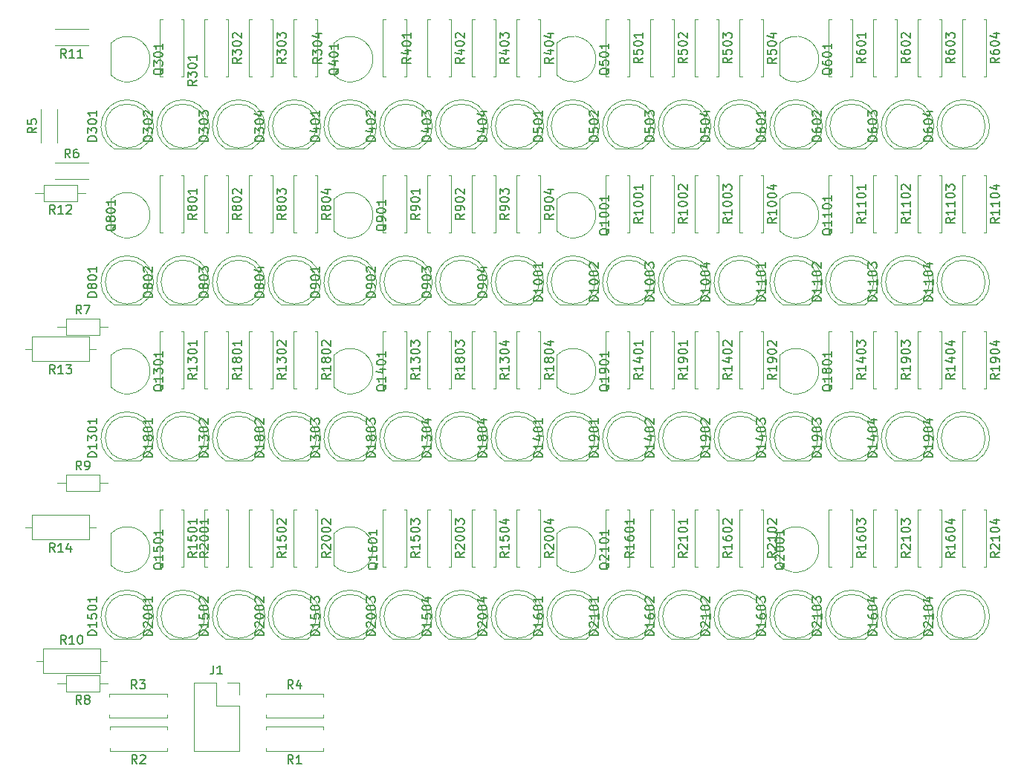
<source format=gbr>
%TF.GenerationSoftware,KiCad,Pcbnew,7.0.10*%
%TF.CreationDate,2024-01-22T13:45:31-05:00*%
%TF.ProjectId,LED_array,4c45445f-6172-4726-9179-2e6b69636164,rev?*%
%TF.SameCoordinates,Original*%
%TF.FileFunction,Legend,Top*%
%TF.FilePolarity,Positive*%
%FSLAX46Y46*%
G04 Gerber Fmt 4.6, Leading zero omitted, Abs format (unit mm)*
G04 Created by KiCad (PCBNEW 7.0.10) date 2024-01-22 13:45:31*
%MOMM*%
%LPD*%
G01*
G04 APERTURE LIST*
%ADD10C,0.150000*%
%ADD11C,0.120000*%
G04 APERTURE END LIST*
D10*
X37933333Y-74734819D02*
X37600000Y-74258628D01*
X37361905Y-74734819D02*
X37361905Y-73734819D01*
X37361905Y-73734819D02*
X37742857Y-73734819D01*
X37742857Y-73734819D02*
X37838095Y-73782438D01*
X37838095Y-73782438D02*
X37885714Y-73830057D01*
X37885714Y-73830057D02*
X37933333Y-73925295D01*
X37933333Y-73925295D02*
X37933333Y-74068152D01*
X37933333Y-74068152D02*
X37885714Y-74163390D01*
X37885714Y-74163390D02*
X37838095Y-74211009D01*
X37838095Y-74211009D02*
X37742857Y-74258628D01*
X37742857Y-74258628D02*
X37361905Y-74258628D01*
X38409524Y-74734819D02*
X38600000Y-74734819D01*
X38600000Y-74734819D02*
X38695238Y-74687200D01*
X38695238Y-74687200D02*
X38742857Y-74639580D01*
X38742857Y-74639580D02*
X38838095Y-74496723D01*
X38838095Y-74496723D02*
X38885714Y-74306247D01*
X38885714Y-74306247D02*
X38885714Y-73925295D01*
X38885714Y-73925295D02*
X38838095Y-73830057D01*
X38838095Y-73830057D02*
X38790476Y-73782438D01*
X38790476Y-73782438D02*
X38695238Y-73734819D01*
X38695238Y-73734819D02*
X38504762Y-73734819D01*
X38504762Y-73734819D02*
X38409524Y-73782438D01*
X38409524Y-73782438D02*
X38361905Y-73830057D01*
X38361905Y-73830057D02*
X38314286Y-73925295D01*
X38314286Y-73925295D02*
X38314286Y-74163390D01*
X38314286Y-74163390D02*
X38361905Y-74258628D01*
X38361905Y-74258628D02*
X38409524Y-74306247D01*
X38409524Y-74306247D02*
X38504762Y-74353866D01*
X38504762Y-74353866D02*
X38695238Y-74353866D01*
X38695238Y-74353866D02*
X38790476Y-74306247D01*
X38790476Y-74306247D02*
X38838095Y-74258628D01*
X38838095Y-74258628D02*
X38885714Y-74163390D01*
X36663333Y-39174819D02*
X36330000Y-38698628D01*
X36091905Y-39174819D02*
X36091905Y-38174819D01*
X36091905Y-38174819D02*
X36472857Y-38174819D01*
X36472857Y-38174819D02*
X36568095Y-38222438D01*
X36568095Y-38222438D02*
X36615714Y-38270057D01*
X36615714Y-38270057D02*
X36663333Y-38365295D01*
X36663333Y-38365295D02*
X36663333Y-38508152D01*
X36663333Y-38508152D02*
X36615714Y-38603390D01*
X36615714Y-38603390D02*
X36568095Y-38651009D01*
X36568095Y-38651009D02*
X36472857Y-38698628D01*
X36472857Y-38698628D02*
X36091905Y-38698628D01*
X37520476Y-38174819D02*
X37330000Y-38174819D01*
X37330000Y-38174819D02*
X37234762Y-38222438D01*
X37234762Y-38222438D02*
X37187143Y-38270057D01*
X37187143Y-38270057D02*
X37091905Y-38412914D01*
X37091905Y-38412914D02*
X37044286Y-38603390D01*
X37044286Y-38603390D02*
X37044286Y-38984342D01*
X37044286Y-38984342D02*
X37091905Y-39079580D01*
X37091905Y-39079580D02*
X37139524Y-39127200D01*
X37139524Y-39127200D02*
X37234762Y-39174819D01*
X37234762Y-39174819D02*
X37425238Y-39174819D01*
X37425238Y-39174819D02*
X37520476Y-39127200D01*
X37520476Y-39127200D02*
X37568095Y-39079580D01*
X37568095Y-39079580D02*
X37615714Y-38984342D01*
X37615714Y-38984342D02*
X37615714Y-38746247D01*
X37615714Y-38746247D02*
X37568095Y-38651009D01*
X37568095Y-38651009D02*
X37520476Y-38603390D01*
X37520476Y-38603390D02*
X37425238Y-38555771D01*
X37425238Y-38555771D02*
X37234762Y-38555771D01*
X37234762Y-38555771D02*
X37139524Y-38603390D01*
X37139524Y-38603390D02*
X37091905Y-38651009D01*
X37091905Y-38651009D02*
X37044286Y-38746247D01*
X36187142Y-94604819D02*
X35853809Y-94128628D01*
X35615714Y-94604819D02*
X35615714Y-93604819D01*
X35615714Y-93604819D02*
X35996666Y-93604819D01*
X35996666Y-93604819D02*
X36091904Y-93652438D01*
X36091904Y-93652438D02*
X36139523Y-93700057D01*
X36139523Y-93700057D02*
X36187142Y-93795295D01*
X36187142Y-93795295D02*
X36187142Y-93938152D01*
X36187142Y-93938152D02*
X36139523Y-94033390D01*
X36139523Y-94033390D02*
X36091904Y-94081009D01*
X36091904Y-94081009D02*
X35996666Y-94128628D01*
X35996666Y-94128628D02*
X35615714Y-94128628D01*
X37139523Y-94604819D02*
X36568095Y-94604819D01*
X36853809Y-94604819D02*
X36853809Y-93604819D01*
X36853809Y-93604819D02*
X36758571Y-93747676D01*
X36758571Y-93747676D02*
X36663333Y-93842914D01*
X36663333Y-93842914D02*
X36568095Y-93890533D01*
X37758571Y-93604819D02*
X37853809Y-93604819D01*
X37853809Y-93604819D02*
X37949047Y-93652438D01*
X37949047Y-93652438D02*
X37996666Y-93700057D01*
X37996666Y-93700057D02*
X38044285Y-93795295D01*
X38044285Y-93795295D02*
X38091904Y-93985771D01*
X38091904Y-93985771D02*
X38091904Y-94223866D01*
X38091904Y-94223866D02*
X38044285Y-94414342D01*
X38044285Y-94414342D02*
X37996666Y-94509580D01*
X37996666Y-94509580D02*
X37949047Y-94557200D01*
X37949047Y-94557200D02*
X37853809Y-94604819D01*
X37853809Y-94604819D02*
X37758571Y-94604819D01*
X37758571Y-94604819D02*
X37663333Y-94557200D01*
X37663333Y-94557200D02*
X37615714Y-94509580D01*
X37615714Y-94509580D02*
X37568095Y-94414342D01*
X37568095Y-94414342D02*
X37520476Y-94223866D01*
X37520476Y-94223866D02*
X37520476Y-93985771D01*
X37520476Y-93985771D02*
X37568095Y-93795295D01*
X37568095Y-93795295D02*
X37615714Y-93700057D01*
X37615714Y-93700057D02*
X37663333Y-93652438D01*
X37663333Y-93652438D02*
X37758571Y-93604819D01*
X34917142Y-84104819D02*
X34583809Y-83628628D01*
X34345714Y-84104819D02*
X34345714Y-83104819D01*
X34345714Y-83104819D02*
X34726666Y-83104819D01*
X34726666Y-83104819D02*
X34821904Y-83152438D01*
X34821904Y-83152438D02*
X34869523Y-83200057D01*
X34869523Y-83200057D02*
X34917142Y-83295295D01*
X34917142Y-83295295D02*
X34917142Y-83438152D01*
X34917142Y-83438152D02*
X34869523Y-83533390D01*
X34869523Y-83533390D02*
X34821904Y-83581009D01*
X34821904Y-83581009D02*
X34726666Y-83628628D01*
X34726666Y-83628628D02*
X34345714Y-83628628D01*
X35869523Y-84104819D02*
X35298095Y-84104819D01*
X35583809Y-84104819D02*
X35583809Y-83104819D01*
X35583809Y-83104819D02*
X35488571Y-83247676D01*
X35488571Y-83247676D02*
X35393333Y-83342914D01*
X35393333Y-83342914D02*
X35298095Y-83390533D01*
X36726666Y-83438152D02*
X36726666Y-84104819D01*
X36488571Y-83057200D02*
X36250476Y-83771485D01*
X36250476Y-83771485D02*
X36869523Y-83771485D01*
X34917142Y-63784819D02*
X34583809Y-63308628D01*
X34345714Y-63784819D02*
X34345714Y-62784819D01*
X34345714Y-62784819D02*
X34726666Y-62784819D01*
X34726666Y-62784819D02*
X34821904Y-62832438D01*
X34821904Y-62832438D02*
X34869523Y-62880057D01*
X34869523Y-62880057D02*
X34917142Y-62975295D01*
X34917142Y-62975295D02*
X34917142Y-63118152D01*
X34917142Y-63118152D02*
X34869523Y-63213390D01*
X34869523Y-63213390D02*
X34821904Y-63261009D01*
X34821904Y-63261009D02*
X34726666Y-63308628D01*
X34726666Y-63308628D02*
X34345714Y-63308628D01*
X35869523Y-63784819D02*
X35298095Y-63784819D01*
X35583809Y-63784819D02*
X35583809Y-62784819D01*
X35583809Y-62784819D02*
X35488571Y-62927676D01*
X35488571Y-62927676D02*
X35393333Y-63022914D01*
X35393333Y-63022914D02*
X35298095Y-63070533D01*
X36202857Y-62784819D02*
X36821904Y-62784819D01*
X36821904Y-62784819D02*
X36488571Y-63165771D01*
X36488571Y-63165771D02*
X36631428Y-63165771D01*
X36631428Y-63165771D02*
X36726666Y-63213390D01*
X36726666Y-63213390D02*
X36774285Y-63261009D01*
X36774285Y-63261009D02*
X36821904Y-63356247D01*
X36821904Y-63356247D02*
X36821904Y-63594342D01*
X36821904Y-63594342D02*
X36774285Y-63689580D01*
X36774285Y-63689580D02*
X36726666Y-63737200D01*
X36726666Y-63737200D02*
X36631428Y-63784819D01*
X36631428Y-63784819D02*
X36345714Y-63784819D01*
X36345714Y-63784819D02*
X36250476Y-63737200D01*
X36250476Y-63737200D02*
X36202857Y-63689580D01*
X34917142Y-45554819D02*
X34583809Y-45078628D01*
X34345714Y-45554819D02*
X34345714Y-44554819D01*
X34345714Y-44554819D02*
X34726666Y-44554819D01*
X34726666Y-44554819D02*
X34821904Y-44602438D01*
X34821904Y-44602438D02*
X34869523Y-44650057D01*
X34869523Y-44650057D02*
X34917142Y-44745295D01*
X34917142Y-44745295D02*
X34917142Y-44888152D01*
X34917142Y-44888152D02*
X34869523Y-44983390D01*
X34869523Y-44983390D02*
X34821904Y-45031009D01*
X34821904Y-45031009D02*
X34726666Y-45078628D01*
X34726666Y-45078628D02*
X34345714Y-45078628D01*
X35869523Y-45554819D02*
X35298095Y-45554819D01*
X35583809Y-45554819D02*
X35583809Y-44554819D01*
X35583809Y-44554819D02*
X35488571Y-44697676D01*
X35488571Y-44697676D02*
X35393333Y-44792914D01*
X35393333Y-44792914D02*
X35298095Y-44840533D01*
X36250476Y-44650057D02*
X36298095Y-44602438D01*
X36298095Y-44602438D02*
X36393333Y-44554819D01*
X36393333Y-44554819D02*
X36631428Y-44554819D01*
X36631428Y-44554819D02*
X36726666Y-44602438D01*
X36726666Y-44602438D02*
X36774285Y-44650057D01*
X36774285Y-44650057D02*
X36821904Y-44745295D01*
X36821904Y-44745295D02*
X36821904Y-44840533D01*
X36821904Y-44840533D02*
X36774285Y-44983390D01*
X36774285Y-44983390D02*
X36202857Y-45554819D01*
X36202857Y-45554819D02*
X36821904Y-45554819D01*
X36187142Y-27774819D02*
X35853809Y-27298628D01*
X35615714Y-27774819D02*
X35615714Y-26774819D01*
X35615714Y-26774819D02*
X35996666Y-26774819D01*
X35996666Y-26774819D02*
X36091904Y-26822438D01*
X36091904Y-26822438D02*
X36139523Y-26870057D01*
X36139523Y-26870057D02*
X36187142Y-26965295D01*
X36187142Y-26965295D02*
X36187142Y-27108152D01*
X36187142Y-27108152D02*
X36139523Y-27203390D01*
X36139523Y-27203390D02*
X36091904Y-27251009D01*
X36091904Y-27251009D02*
X35996666Y-27298628D01*
X35996666Y-27298628D02*
X35615714Y-27298628D01*
X37139523Y-27774819D02*
X36568095Y-27774819D01*
X36853809Y-27774819D02*
X36853809Y-26774819D01*
X36853809Y-26774819D02*
X36758571Y-26917676D01*
X36758571Y-26917676D02*
X36663333Y-27012914D01*
X36663333Y-27012914D02*
X36568095Y-27060533D01*
X38091904Y-27774819D02*
X37520476Y-27774819D01*
X37806190Y-27774819D02*
X37806190Y-26774819D01*
X37806190Y-26774819D02*
X37710952Y-26917676D01*
X37710952Y-26917676D02*
X37615714Y-27012914D01*
X37615714Y-27012914D02*
X37520476Y-27060533D01*
X37933333Y-56954819D02*
X37600000Y-56478628D01*
X37361905Y-56954819D02*
X37361905Y-55954819D01*
X37361905Y-55954819D02*
X37742857Y-55954819D01*
X37742857Y-55954819D02*
X37838095Y-56002438D01*
X37838095Y-56002438D02*
X37885714Y-56050057D01*
X37885714Y-56050057D02*
X37933333Y-56145295D01*
X37933333Y-56145295D02*
X37933333Y-56288152D01*
X37933333Y-56288152D02*
X37885714Y-56383390D01*
X37885714Y-56383390D02*
X37838095Y-56431009D01*
X37838095Y-56431009D02*
X37742857Y-56478628D01*
X37742857Y-56478628D02*
X37361905Y-56478628D01*
X38266667Y-55954819D02*
X38933333Y-55954819D01*
X38933333Y-55954819D02*
X38504762Y-56954819D01*
X32824819Y-35726666D02*
X32348628Y-36059999D01*
X32824819Y-36298094D02*
X31824819Y-36298094D01*
X31824819Y-36298094D02*
X31824819Y-35917142D01*
X31824819Y-35917142D02*
X31872438Y-35821904D01*
X31872438Y-35821904D02*
X31920057Y-35774285D01*
X31920057Y-35774285D02*
X32015295Y-35726666D01*
X32015295Y-35726666D02*
X32158152Y-35726666D01*
X32158152Y-35726666D02*
X32253390Y-35774285D01*
X32253390Y-35774285D02*
X32301009Y-35821904D01*
X32301009Y-35821904D02*
X32348628Y-35917142D01*
X32348628Y-35917142D02*
X32348628Y-36298094D01*
X31824819Y-34821904D02*
X31824819Y-35298094D01*
X31824819Y-35298094D02*
X32301009Y-35345713D01*
X32301009Y-35345713D02*
X32253390Y-35298094D01*
X32253390Y-35298094D02*
X32205771Y-35202856D01*
X32205771Y-35202856D02*
X32205771Y-34964761D01*
X32205771Y-34964761D02*
X32253390Y-34869523D01*
X32253390Y-34869523D02*
X32301009Y-34821904D01*
X32301009Y-34821904D02*
X32396247Y-34774285D01*
X32396247Y-34774285D02*
X32634342Y-34774285D01*
X32634342Y-34774285D02*
X32729580Y-34821904D01*
X32729580Y-34821904D02*
X32777200Y-34869523D01*
X32777200Y-34869523D02*
X32824819Y-34964761D01*
X32824819Y-34964761D02*
X32824819Y-35202856D01*
X32824819Y-35202856D02*
X32777200Y-35298094D01*
X32777200Y-35298094D02*
X32729580Y-35345713D01*
X37933333Y-101434819D02*
X37600000Y-100958628D01*
X37361905Y-101434819D02*
X37361905Y-100434819D01*
X37361905Y-100434819D02*
X37742857Y-100434819D01*
X37742857Y-100434819D02*
X37838095Y-100482438D01*
X37838095Y-100482438D02*
X37885714Y-100530057D01*
X37885714Y-100530057D02*
X37933333Y-100625295D01*
X37933333Y-100625295D02*
X37933333Y-100768152D01*
X37933333Y-100768152D02*
X37885714Y-100863390D01*
X37885714Y-100863390D02*
X37838095Y-100911009D01*
X37838095Y-100911009D02*
X37742857Y-100958628D01*
X37742857Y-100958628D02*
X37361905Y-100958628D01*
X38504762Y-100863390D02*
X38409524Y-100815771D01*
X38409524Y-100815771D02*
X38361905Y-100768152D01*
X38361905Y-100768152D02*
X38314286Y-100672914D01*
X38314286Y-100672914D02*
X38314286Y-100625295D01*
X38314286Y-100625295D02*
X38361905Y-100530057D01*
X38361905Y-100530057D02*
X38409524Y-100482438D01*
X38409524Y-100482438D02*
X38504762Y-100434819D01*
X38504762Y-100434819D02*
X38695238Y-100434819D01*
X38695238Y-100434819D02*
X38790476Y-100482438D01*
X38790476Y-100482438D02*
X38838095Y-100530057D01*
X38838095Y-100530057D02*
X38885714Y-100625295D01*
X38885714Y-100625295D02*
X38885714Y-100672914D01*
X38885714Y-100672914D02*
X38838095Y-100768152D01*
X38838095Y-100768152D02*
X38790476Y-100815771D01*
X38790476Y-100815771D02*
X38695238Y-100863390D01*
X38695238Y-100863390D02*
X38504762Y-100863390D01*
X38504762Y-100863390D02*
X38409524Y-100911009D01*
X38409524Y-100911009D02*
X38361905Y-100958628D01*
X38361905Y-100958628D02*
X38314286Y-101053866D01*
X38314286Y-101053866D02*
X38314286Y-101244342D01*
X38314286Y-101244342D02*
X38361905Y-101339580D01*
X38361905Y-101339580D02*
X38409524Y-101387200D01*
X38409524Y-101387200D02*
X38504762Y-101434819D01*
X38504762Y-101434819D02*
X38695238Y-101434819D01*
X38695238Y-101434819D02*
X38790476Y-101387200D01*
X38790476Y-101387200D02*
X38838095Y-101339580D01*
X38838095Y-101339580D02*
X38885714Y-101244342D01*
X38885714Y-101244342D02*
X38885714Y-101053866D01*
X38885714Y-101053866D02*
X38838095Y-100958628D01*
X38838095Y-100958628D02*
X38790476Y-100911009D01*
X38790476Y-100911009D02*
X38695238Y-100863390D01*
X44283333Y-108234819D02*
X43950000Y-107758628D01*
X43711905Y-108234819D02*
X43711905Y-107234819D01*
X43711905Y-107234819D02*
X44092857Y-107234819D01*
X44092857Y-107234819D02*
X44188095Y-107282438D01*
X44188095Y-107282438D02*
X44235714Y-107330057D01*
X44235714Y-107330057D02*
X44283333Y-107425295D01*
X44283333Y-107425295D02*
X44283333Y-107568152D01*
X44283333Y-107568152D02*
X44235714Y-107663390D01*
X44235714Y-107663390D02*
X44188095Y-107711009D01*
X44188095Y-107711009D02*
X44092857Y-107758628D01*
X44092857Y-107758628D02*
X43711905Y-107758628D01*
X44664286Y-107330057D02*
X44711905Y-107282438D01*
X44711905Y-107282438D02*
X44807143Y-107234819D01*
X44807143Y-107234819D02*
X45045238Y-107234819D01*
X45045238Y-107234819D02*
X45140476Y-107282438D01*
X45140476Y-107282438D02*
X45188095Y-107330057D01*
X45188095Y-107330057D02*
X45235714Y-107425295D01*
X45235714Y-107425295D02*
X45235714Y-107520533D01*
X45235714Y-107520533D02*
X45188095Y-107663390D01*
X45188095Y-107663390D02*
X44616667Y-108234819D01*
X44616667Y-108234819D02*
X45235714Y-108234819D01*
X137444819Y-46045238D02*
X136968628Y-46378571D01*
X137444819Y-46616666D02*
X136444819Y-46616666D01*
X136444819Y-46616666D02*
X136444819Y-46235714D01*
X136444819Y-46235714D02*
X136492438Y-46140476D01*
X136492438Y-46140476D02*
X136540057Y-46092857D01*
X136540057Y-46092857D02*
X136635295Y-46045238D01*
X136635295Y-46045238D02*
X136778152Y-46045238D01*
X136778152Y-46045238D02*
X136873390Y-46092857D01*
X136873390Y-46092857D02*
X136921009Y-46140476D01*
X136921009Y-46140476D02*
X136968628Y-46235714D01*
X136968628Y-46235714D02*
X136968628Y-46616666D01*
X137444819Y-45092857D02*
X137444819Y-45664285D01*
X137444819Y-45378571D02*
X136444819Y-45378571D01*
X136444819Y-45378571D02*
X136587676Y-45473809D01*
X136587676Y-45473809D02*
X136682914Y-45569047D01*
X136682914Y-45569047D02*
X136730533Y-45664285D01*
X137444819Y-44140476D02*
X137444819Y-44711904D01*
X137444819Y-44426190D02*
X136444819Y-44426190D01*
X136444819Y-44426190D02*
X136587676Y-44521428D01*
X136587676Y-44521428D02*
X136682914Y-44616666D01*
X136682914Y-44616666D02*
X136730533Y-44711904D01*
X136444819Y-43521428D02*
X136444819Y-43426190D01*
X136444819Y-43426190D02*
X136492438Y-43330952D01*
X136492438Y-43330952D02*
X136540057Y-43283333D01*
X136540057Y-43283333D02*
X136635295Y-43235714D01*
X136635295Y-43235714D02*
X136825771Y-43188095D01*
X136825771Y-43188095D02*
X137063866Y-43188095D01*
X137063866Y-43188095D02*
X137254342Y-43235714D01*
X137254342Y-43235714D02*
X137349580Y-43283333D01*
X137349580Y-43283333D02*
X137397200Y-43330952D01*
X137397200Y-43330952D02*
X137444819Y-43426190D01*
X137444819Y-43426190D02*
X137444819Y-43521428D01*
X137444819Y-43521428D02*
X137397200Y-43616666D01*
X137397200Y-43616666D02*
X137349580Y-43664285D01*
X137349580Y-43664285D02*
X137254342Y-43711904D01*
X137254342Y-43711904D02*
X137063866Y-43759523D01*
X137063866Y-43759523D02*
X136825771Y-43759523D01*
X136825771Y-43759523D02*
X136635295Y-43711904D01*
X136635295Y-43711904D02*
X136540057Y-43664285D01*
X136540057Y-43664285D02*
X136492438Y-43616666D01*
X136492438Y-43616666D02*
X136444819Y-43521428D01*
X136444819Y-42854761D02*
X136444819Y-42235714D01*
X136444819Y-42235714D02*
X136825771Y-42569047D01*
X136825771Y-42569047D02*
X136825771Y-42426190D01*
X136825771Y-42426190D02*
X136873390Y-42330952D01*
X136873390Y-42330952D02*
X136921009Y-42283333D01*
X136921009Y-42283333D02*
X137016247Y-42235714D01*
X137016247Y-42235714D02*
X137254342Y-42235714D01*
X137254342Y-42235714D02*
X137349580Y-42283333D01*
X137349580Y-42283333D02*
X137397200Y-42330952D01*
X137397200Y-42330952D02*
X137444819Y-42426190D01*
X137444819Y-42426190D02*
X137444819Y-42711904D01*
X137444819Y-42711904D02*
X137397200Y-42807142D01*
X137397200Y-42807142D02*
X137349580Y-42854761D01*
X62063333Y-108234819D02*
X61730000Y-107758628D01*
X61491905Y-108234819D02*
X61491905Y-107234819D01*
X61491905Y-107234819D02*
X61872857Y-107234819D01*
X61872857Y-107234819D02*
X61968095Y-107282438D01*
X61968095Y-107282438D02*
X62015714Y-107330057D01*
X62015714Y-107330057D02*
X62063333Y-107425295D01*
X62063333Y-107425295D02*
X62063333Y-107568152D01*
X62063333Y-107568152D02*
X62015714Y-107663390D01*
X62015714Y-107663390D02*
X61968095Y-107711009D01*
X61968095Y-107711009D02*
X61872857Y-107758628D01*
X61872857Y-107758628D02*
X61491905Y-107758628D01*
X63015714Y-108234819D02*
X62444286Y-108234819D01*
X62730000Y-108234819D02*
X62730000Y-107234819D01*
X62730000Y-107234819D02*
X62634762Y-107377676D01*
X62634762Y-107377676D02*
X62539524Y-107472914D01*
X62539524Y-107472914D02*
X62444286Y-107520533D01*
X51084819Y-45569047D02*
X50608628Y-45902380D01*
X51084819Y-46140475D02*
X50084819Y-46140475D01*
X50084819Y-46140475D02*
X50084819Y-45759523D01*
X50084819Y-45759523D02*
X50132438Y-45664285D01*
X50132438Y-45664285D02*
X50180057Y-45616666D01*
X50180057Y-45616666D02*
X50275295Y-45569047D01*
X50275295Y-45569047D02*
X50418152Y-45569047D01*
X50418152Y-45569047D02*
X50513390Y-45616666D01*
X50513390Y-45616666D02*
X50561009Y-45664285D01*
X50561009Y-45664285D02*
X50608628Y-45759523D01*
X50608628Y-45759523D02*
X50608628Y-46140475D01*
X50513390Y-44997618D02*
X50465771Y-45092856D01*
X50465771Y-45092856D02*
X50418152Y-45140475D01*
X50418152Y-45140475D02*
X50322914Y-45188094D01*
X50322914Y-45188094D02*
X50275295Y-45188094D01*
X50275295Y-45188094D02*
X50180057Y-45140475D01*
X50180057Y-45140475D02*
X50132438Y-45092856D01*
X50132438Y-45092856D02*
X50084819Y-44997618D01*
X50084819Y-44997618D02*
X50084819Y-44807142D01*
X50084819Y-44807142D02*
X50132438Y-44711904D01*
X50132438Y-44711904D02*
X50180057Y-44664285D01*
X50180057Y-44664285D02*
X50275295Y-44616666D01*
X50275295Y-44616666D02*
X50322914Y-44616666D01*
X50322914Y-44616666D02*
X50418152Y-44664285D01*
X50418152Y-44664285D02*
X50465771Y-44711904D01*
X50465771Y-44711904D02*
X50513390Y-44807142D01*
X50513390Y-44807142D02*
X50513390Y-44997618D01*
X50513390Y-44997618D02*
X50561009Y-45092856D01*
X50561009Y-45092856D02*
X50608628Y-45140475D01*
X50608628Y-45140475D02*
X50703866Y-45188094D01*
X50703866Y-45188094D02*
X50894342Y-45188094D01*
X50894342Y-45188094D02*
X50989580Y-45140475D01*
X50989580Y-45140475D02*
X51037200Y-45092856D01*
X51037200Y-45092856D02*
X51084819Y-44997618D01*
X51084819Y-44997618D02*
X51084819Y-44807142D01*
X51084819Y-44807142D02*
X51037200Y-44711904D01*
X51037200Y-44711904D02*
X50989580Y-44664285D01*
X50989580Y-44664285D02*
X50894342Y-44616666D01*
X50894342Y-44616666D02*
X50703866Y-44616666D01*
X50703866Y-44616666D02*
X50608628Y-44664285D01*
X50608628Y-44664285D02*
X50561009Y-44711904D01*
X50561009Y-44711904D02*
X50513390Y-44807142D01*
X50084819Y-43997618D02*
X50084819Y-43902380D01*
X50084819Y-43902380D02*
X50132438Y-43807142D01*
X50132438Y-43807142D02*
X50180057Y-43759523D01*
X50180057Y-43759523D02*
X50275295Y-43711904D01*
X50275295Y-43711904D02*
X50465771Y-43664285D01*
X50465771Y-43664285D02*
X50703866Y-43664285D01*
X50703866Y-43664285D02*
X50894342Y-43711904D01*
X50894342Y-43711904D02*
X50989580Y-43759523D01*
X50989580Y-43759523D02*
X51037200Y-43807142D01*
X51037200Y-43807142D02*
X51084819Y-43902380D01*
X51084819Y-43902380D02*
X51084819Y-43997618D01*
X51084819Y-43997618D02*
X51037200Y-44092856D01*
X51037200Y-44092856D02*
X50989580Y-44140475D01*
X50989580Y-44140475D02*
X50894342Y-44188094D01*
X50894342Y-44188094D02*
X50703866Y-44235713D01*
X50703866Y-44235713D02*
X50465771Y-44235713D01*
X50465771Y-44235713D02*
X50275295Y-44188094D01*
X50275295Y-44188094D02*
X50180057Y-44140475D01*
X50180057Y-44140475D02*
X50132438Y-44092856D01*
X50132438Y-44092856D02*
X50084819Y-43997618D01*
X51084819Y-42711904D02*
X51084819Y-43283332D01*
X51084819Y-42997618D02*
X50084819Y-42997618D01*
X50084819Y-42997618D02*
X50227676Y-43092856D01*
X50227676Y-43092856D02*
X50322914Y-43188094D01*
X50322914Y-43188094D02*
X50370533Y-43283332D01*
X76484819Y-45569047D02*
X76008628Y-45902380D01*
X76484819Y-46140475D02*
X75484819Y-46140475D01*
X75484819Y-46140475D02*
X75484819Y-45759523D01*
X75484819Y-45759523D02*
X75532438Y-45664285D01*
X75532438Y-45664285D02*
X75580057Y-45616666D01*
X75580057Y-45616666D02*
X75675295Y-45569047D01*
X75675295Y-45569047D02*
X75818152Y-45569047D01*
X75818152Y-45569047D02*
X75913390Y-45616666D01*
X75913390Y-45616666D02*
X75961009Y-45664285D01*
X75961009Y-45664285D02*
X76008628Y-45759523D01*
X76008628Y-45759523D02*
X76008628Y-46140475D01*
X76484819Y-45092856D02*
X76484819Y-44902380D01*
X76484819Y-44902380D02*
X76437200Y-44807142D01*
X76437200Y-44807142D02*
X76389580Y-44759523D01*
X76389580Y-44759523D02*
X76246723Y-44664285D01*
X76246723Y-44664285D02*
X76056247Y-44616666D01*
X76056247Y-44616666D02*
X75675295Y-44616666D01*
X75675295Y-44616666D02*
X75580057Y-44664285D01*
X75580057Y-44664285D02*
X75532438Y-44711904D01*
X75532438Y-44711904D02*
X75484819Y-44807142D01*
X75484819Y-44807142D02*
X75484819Y-44997618D01*
X75484819Y-44997618D02*
X75532438Y-45092856D01*
X75532438Y-45092856D02*
X75580057Y-45140475D01*
X75580057Y-45140475D02*
X75675295Y-45188094D01*
X75675295Y-45188094D02*
X75913390Y-45188094D01*
X75913390Y-45188094D02*
X76008628Y-45140475D01*
X76008628Y-45140475D02*
X76056247Y-45092856D01*
X76056247Y-45092856D02*
X76103866Y-44997618D01*
X76103866Y-44997618D02*
X76103866Y-44807142D01*
X76103866Y-44807142D02*
X76056247Y-44711904D01*
X76056247Y-44711904D02*
X76008628Y-44664285D01*
X76008628Y-44664285D02*
X75913390Y-44616666D01*
X75484819Y-43997618D02*
X75484819Y-43902380D01*
X75484819Y-43902380D02*
X75532438Y-43807142D01*
X75532438Y-43807142D02*
X75580057Y-43759523D01*
X75580057Y-43759523D02*
X75675295Y-43711904D01*
X75675295Y-43711904D02*
X75865771Y-43664285D01*
X75865771Y-43664285D02*
X76103866Y-43664285D01*
X76103866Y-43664285D02*
X76294342Y-43711904D01*
X76294342Y-43711904D02*
X76389580Y-43759523D01*
X76389580Y-43759523D02*
X76437200Y-43807142D01*
X76437200Y-43807142D02*
X76484819Y-43902380D01*
X76484819Y-43902380D02*
X76484819Y-43997618D01*
X76484819Y-43997618D02*
X76437200Y-44092856D01*
X76437200Y-44092856D02*
X76389580Y-44140475D01*
X76389580Y-44140475D02*
X76294342Y-44188094D01*
X76294342Y-44188094D02*
X76103866Y-44235713D01*
X76103866Y-44235713D02*
X75865771Y-44235713D01*
X75865771Y-44235713D02*
X75675295Y-44188094D01*
X75675295Y-44188094D02*
X75580057Y-44140475D01*
X75580057Y-44140475D02*
X75532438Y-44092856D01*
X75532438Y-44092856D02*
X75484819Y-43997618D01*
X76484819Y-42711904D02*
X76484819Y-43283332D01*
X76484819Y-42997618D02*
X75484819Y-42997618D01*
X75484819Y-42997618D02*
X75627676Y-43092856D01*
X75627676Y-43092856D02*
X75722914Y-43188094D01*
X75722914Y-43188094D02*
X75770533Y-43283332D01*
X109524819Y-37250475D02*
X108524819Y-37250475D01*
X108524819Y-37250475D02*
X108524819Y-37012380D01*
X108524819Y-37012380D02*
X108572438Y-36869523D01*
X108572438Y-36869523D02*
X108667676Y-36774285D01*
X108667676Y-36774285D02*
X108762914Y-36726666D01*
X108762914Y-36726666D02*
X108953390Y-36679047D01*
X108953390Y-36679047D02*
X109096247Y-36679047D01*
X109096247Y-36679047D02*
X109286723Y-36726666D01*
X109286723Y-36726666D02*
X109381961Y-36774285D01*
X109381961Y-36774285D02*
X109477200Y-36869523D01*
X109477200Y-36869523D02*
X109524819Y-37012380D01*
X109524819Y-37012380D02*
X109524819Y-37250475D01*
X108524819Y-35774285D02*
X108524819Y-36250475D01*
X108524819Y-36250475D02*
X109001009Y-36298094D01*
X109001009Y-36298094D02*
X108953390Y-36250475D01*
X108953390Y-36250475D02*
X108905771Y-36155237D01*
X108905771Y-36155237D02*
X108905771Y-35917142D01*
X108905771Y-35917142D02*
X108953390Y-35821904D01*
X108953390Y-35821904D02*
X109001009Y-35774285D01*
X109001009Y-35774285D02*
X109096247Y-35726666D01*
X109096247Y-35726666D02*
X109334342Y-35726666D01*
X109334342Y-35726666D02*
X109429580Y-35774285D01*
X109429580Y-35774285D02*
X109477200Y-35821904D01*
X109477200Y-35821904D02*
X109524819Y-35917142D01*
X109524819Y-35917142D02*
X109524819Y-36155237D01*
X109524819Y-36155237D02*
X109477200Y-36250475D01*
X109477200Y-36250475D02*
X109429580Y-36298094D01*
X108524819Y-35107618D02*
X108524819Y-35012380D01*
X108524819Y-35012380D02*
X108572438Y-34917142D01*
X108572438Y-34917142D02*
X108620057Y-34869523D01*
X108620057Y-34869523D02*
X108715295Y-34821904D01*
X108715295Y-34821904D02*
X108905771Y-34774285D01*
X108905771Y-34774285D02*
X109143866Y-34774285D01*
X109143866Y-34774285D02*
X109334342Y-34821904D01*
X109334342Y-34821904D02*
X109429580Y-34869523D01*
X109429580Y-34869523D02*
X109477200Y-34917142D01*
X109477200Y-34917142D02*
X109524819Y-35012380D01*
X109524819Y-35012380D02*
X109524819Y-35107618D01*
X109524819Y-35107618D02*
X109477200Y-35202856D01*
X109477200Y-35202856D02*
X109429580Y-35250475D01*
X109429580Y-35250475D02*
X109334342Y-35298094D01*
X109334342Y-35298094D02*
X109143866Y-35345713D01*
X109143866Y-35345713D02*
X108905771Y-35345713D01*
X108905771Y-35345713D02*
X108715295Y-35298094D01*
X108715295Y-35298094D02*
X108620057Y-35250475D01*
X108620057Y-35250475D02*
X108572438Y-35202856D01*
X108572438Y-35202856D02*
X108524819Y-35107618D01*
X108858152Y-33917142D02*
X109524819Y-33917142D01*
X108477200Y-34155237D02*
X109191485Y-34393332D01*
X109191485Y-34393332D02*
X109191485Y-33774285D01*
X112044819Y-84145238D02*
X111568628Y-84478571D01*
X112044819Y-84716666D02*
X111044819Y-84716666D01*
X111044819Y-84716666D02*
X111044819Y-84335714D01*
X111044819Y-84335714D02*
X111092438Y-84240476D01*
X111092438Y-84240476D02*
X111140057Y-84192857D01*
X111140057Y-84192857D02*
X111235295Y-84145238D01*
X111235295Y-84145238D02*
X111378152Y-84145238D01*
X111378152Y-84145238D02*
X111473390Y-84192857D01*
X111473390Y-84192857D02*
X111521009Y-84240476D01*
X111521009Y-84240476D02*
X111568628Y-84335714D01*
X111568628Y-84335714D02*
X111568628Y-84716666D01*
X112044819Y-83192857D02*
X112044819Y-83764285D01*
X112044819Y-83478571D02*
X111044819Y-83478571D01*
X111044819Y-83478571D02*
X111187676Y-83573809D01*
X111187676Y-83573809D02*
X111282914Y-83669047D01*
X111282914Y-83669047D02*
X111330533Y-83764285D01*
X111044819Y-82335714D02*
X111044819Y-82526190D01*
X111044819Y-82526190D02*
X111092438Y-82621428D01*
X111092438Y-82621428D02*
X111140057Y-82669047D01*
X111140057Y-82669047D02*
X111282914Y-82764285D01*
X111282914Y-82764285D02*
X111473390Y-82811904D01*
X111473390Y-82811904D02*
X111854342Y-82811904D01*
X111854342Y-82811904D02*
X111949580Y-82764285D01*
X111949580Y-82764285D02*
X111997200Y-82716666D01*
X111997200Y-82716666D02*
X112044819Y-82621428D01*
X112044819Y-82621428D02*
X112044819Y-82430952D01*
X112044819Y-82430952D02*
X111997200Y-82335714D01*
X111997200Y-82335714D02*
X111949580Y-82288095D01*
X111949580Y-82288095D02*
X111854342Y-82240476D01*
X111854342Y-82240476D02*
X111616247Y-82240476D01*
X111616247Y-82240476D02*
X111521009Y-82288095D01*
X111521009Y-82288095D02*
X111473390Y-82335714D01*
X111473390Y-82335714D02*
X111425771Y-82430952D01*
X111425771Y-82430952D02*
X111425771Y-82621428D01*
X111425771Y-82621428D02*
X111473390Y-82716666D01*
X111473390Y-82716666D02*
X111521009Y-82764285D01*
X111521009Y-82764285D02*
X111616247Y-82811904D01*
X111044819Y-81621428D02*
X111044819Y-81526190D01*
X111044819Y-81526190D02*
X111092438Y-81430952D01*
X111092438Y-81430952D02*
X111140057Y-81383333D01*
X111140057Y-81383333D02*
X111235295Y-81335714D01*
X111235295Y-81335714D02*
X111425771Y-81288095D01*
X111425771Y-81288095D02*
X111663866Y-81288095D01*
X111663866Y-81288095D02*
X111854342Y-81335714D01*
X111854342Y-81335714D02*
X111949580Y-81383333D01*
X111949580Y-81383333D02*
X111997200Y-81430952D01*
X111997200Y-81430952D02*
X112044819Y-81526190D01*
X112044819Y-81526190D02*
X112044819Y-81621428D01*
X112044819Y-81621428D02*
X111997200Y-81716666D01*
X111997200Y-81716666D02*
X111949580Y-81764285D01*
X111949580Y-81764285D02*
X111854342Y-81811904D01*
X111854342Y-81811904D02*
X111663866Y-81859523D01*
X111663866Y-81859523D02*
X111425771Y-81859523D01*
X111425771Y-81859523D02*
X111235295Y-81811904D01*
X111235295Y-81811904D02*
X111140057Y-81764285D01*
X111140057Y-81764285D02*
X111092438Y-81716666D01*
X111092438Y-81716666D02*
X111044819Y-81621428D01*
X111140057Y-80907142D02*
X111092438Y-80859523D01*
X111092438Y-80859523D02*
X111044819Y-80764285D01*
X111044819Y-80764285D02*
X111044819Y-80526190D01*
X111044819Y-80526190D02*
X111092438Y-80430952D01*
X111092438Y-80430952D02*
X111140057Y-80383333D01*
X111140057Y-80383333D02*
X111235295Y-80335714D01*
X111235295Y-80335714D02*
X111330533Y-80335714D01*
X111330533Y-80335714D02*
X111473390Y-80383333D01*
X111473390Y-80383333D02*
X112044819Y-80954761D01*
X112044819Y-80954761D02*
X112044819Y-80335714D01*
X81564819Y-63825238D02*
X81088628Y-64158571D01*
X81564819Y-64396666D02*
X80564819Y-64396666D01*
X80564819Y-64396666D02*
X80564819Y-64015714D01*
X80564819Y-64015714D02*
X80612438Y-63920476D01*
X80612438Y-63920476D02*
X80660057Y-63872857D01*
X80660057Y-63872857D02*
X80755295Y-63825238D01*
X80755295Y-63825238D02*
X80898152Y-63825238D01*
X80898152Y-63825238D02*
X80993390Y-63872857D01*
X80993390Y-63872857D02*
X81041009Y-63920476D01*
X81041009Y-63920476D02*
X81088628Y-64015714D01*
X81088628Y-64015714D02*
X81088628Y-64396666D01*
X81564819Y-62872857D02*
X81564819Y-63444285D01*
X81564819Y-63158571D02*
X80564819Y-63158571D01*
X80564819Y-63158571D02*
X80707676Y-63253809D01*
X80707676Y-63253809D02*
X80802914Y-63349047D01*
X80802914Y-63349047D02*
X80850533Y-63444285D01*
X80993390Y-62301428D02*
X80945771Y-62396666D01*
X80945771Y-62396666D02*
X80898152Y-62444285D01*
X80898152Y-62444285D02*
X80802914Y-62491904D01*
X80802914Y-62491904D02*
X80755295Y-62491904D01*
X80755295Y-62491904D02*
X80660057Y-62444285D01*
X80660057Y-62444285D02*
X80612438Y-62396666D01*
X80612438Y-62396666D02*
X80564819Y-62301428D01*
X80564819Y-62301428D02*
X80564819Y-62110952D01*
X80564819Y-62110952D02*
X80612438Y-62015714D01*
X80612438Y-62015714D02*
X80660057Y-61968095D01*
X80660057Y-61968095D02*
X80755295Y-61920476D01*
X80755295Y-61920476D02*
X80802914Y-61920476D01*
X80802914Y-61920476D02*
X80898152Y-61968095D01*
X80898152Y-61968095D02*
X80945771Y-62015714D01*
X80945771Y-62015714D02*
X80993390Y-62110952D01*
X80993390Y-62110952D02*
X80993390Y-62301428D01*
X80993390Y-62301428D02*
X81041009Y-62396666D01*
X81041009Y-62396666D02*
X81088628Y-62444285D01*
X81088628Y-62444285D02*
X81183866Y-62491904D01*
X81183866Y-62491904D02*
X81374342Y-62491904D01*
X81374342Y-62491904D02*
X81469580Y-62444285D01*
X81469580Y-62444285D02*
X81517200Y-62396666D01*
X81517200Y-62396666D02*
X81564819Y-62301428D01*
X81564819Y-62301428D02*
X81564819Y-62110952D01*
X81564819Y-62110952D02*
X81517200Y-62015714D01*
X81517200Y-62015714D02*
X81469580Y-61968095D01*
X81469580Y-61968095D02*
X81374342Y-61920476D01*
X81374342Y-61920476D02*
X81183866Y-61920476D01*
X81183866Y-61920476D02*
X81088628Y-61968095D01*
X81088628Y-61968095D02*
X81041009Y-62015714D01*
X81041009Y-62015714D02*
X80993390Y-62110952D01*
X80564819Y-61301428D02*
X80564819Y-61206190D01*
X80564819Y-61206190D02*
X80612438Y-61110952D01*
X80612438Y-61110952D02*
X80660057Y-61063333D01*
X80660057Y-61063333D02*
X80755295Y-61015714D01*
X80755295Y-61015714D02*
X80945771Y-60968095D01*
X80945771Y-60968095D02*
X81183866Y-60968095D01*
X81183866Y-60968095D02*
X81374342Y-61015714D01*
X81374342Y-61015714D02*
X81469580Y-61063333D01*
X81469580Y-61063333D02*
X81517200Y-61110952D01*
X81517200Y-61110952D02*
X81564819Y-61206190D01*
X81564819Y-61206190D02*
X81564819Y-61301428D01*
X81564819Y-61301428D02*
X81517200Y-61396666D01*
X81517200Y-61396666D02*
X81469580Y-61444285D01*
X81469580Y-61444285D02*
X81374342Y-61491904D01*
X81374342Y-61491904D02*
X81183866Y-61539523D01*
X81183866Y-61539523D02*
X80945771Y-61539523D01*
X80945771Y-61539523D02*
X80755295Y-61491904D01*
X80755295Y-61491904D02*
X80660057Y-61444285D01*
X80660057Y-61444285D02*
X80612438Y-61396666D01*
X80612438Y-61396666D02*
X80564819Y-61301428D01*
X80564819Y-60634761D02*
X80564819Y-60015714D01*
X80564819Y-60015714D02*
X80945771Y-60349047D01*
X80945771Y-60349047D02*
X80945771Y-60206190D01*
X80945771Y-60206190D02*
X80993390Y-60110952D01*
X80993390Y-60110952D02*
X81041009Y-60063333D01*
X81041009Y-60063333D02*
X81136247Y-60015714D01*
X81136247Y-60015714D02*
X81374342Y-60015714D01*
X81374342Y-60015714D02*
X81469580Y-60063333D01*
X81469580Y-60063333D02*
X81517200Y-60110952D01*
X81517200Y-60110952D02*
X81564819Y-60206190D01*
X81564819Y-60206190D02*
X81564819Y-60491904D01*
X81564819Y-60491904D02*
X81517200Y-60587142D01*
X81517200Y-60587142D02*
X81469580Y-60634761D01*
X77774819Y-93606666D02*
X76774819Y-93606666D01*
X76774819Y-93606666D02*
X76774819Y-93368571D01*
X76774819Y-93368571D02*
X76822438Y-93225714D01*
X76822438Y-93225714D02*
X76917676Y-93130476D01*
X76917676Y-93130476D02*
X77012914Y-93082857D01*
X77012914Y-93082857D02*
X77203390Y-93035238D01*
X77203390Y-93035238D02*
X77346247Y-93035238D01*
X77346247Y-93035238D02*
X77536723Y-93082857D01*
X77536723Y-93082857D02*
X77631961Y-93130476D01*
X77631961Y-93130476D02*
X77727200Y-93225714D01*
X77727200Y-93225714D02*
X77774819Y-93368571D01*
X77774819Y-93368571D02*
X77774819Y-93606666D01*
X77774819Y-92082857D02*
X77774819Y-92654285D01*
X77774819Y-92368571D02*
X76774819Y-92368571D01*
X76774819Y-92368571D02*
X76917676Y-92463809D01*
X76917676Y-92463809D02*
X77012914Y-92559047D01*
X77012914Y-92559047D02*
X77060533Y-92654285D01*
X76774819Y-91178095D02*
X76774819Y-91654285D01*
X76774819Y-91654285D02*
X77251009Y-91701904D01*
X77251009Y-91701904D02*
X77203390Y-91654285D01*
X77203390Y-91654285D02*
X77155771Y-91559047D01*
X77155771Y-91559047D02*
X77155771Y-91320952D01*
X77155771Y-91320952D02*
X77203390Y-91225714D01*
X77203390Y-91225714D02*
X77251009Y-91178095D01*
X77251009Y-91178095D02*
X77346247Y-91130476D01*
X77346247Y-91130476D02*
X77584342Y-91130476D01*
X77584342Y-91130476D02*
X77679580Y-91178095D01*
X77679580Y-91178095D02*
X77727200Y-91225714D01*
X77727200Y-91225714D02*
X77774819Y-91320952D01*
X77774819Y-91320952D02*
X77774819Y-91559047D01*
X77774819Y-91559047D02*
X77727200Y-91654285D01*
X77727200Y-91654285D02*
X77679580Y-91701904D01*
X76774819Y-90511428D02*
X76774819Y-90416190D01*
X76774819Y-90416190D02*
X76822438Y-90320952D01*
X76822438Y-90320952D02*
X76870057Y-90273333D01*
X76870057Y-90273333D02*
X76965295Y-90225714D01*
X76965295Y-90225714D02*
X77155771Y-90178095D01*
X77155771Y-90178095D02*
X77393866Y-90178095D01*
X77393866Y-90178095D02*
X77584342Y-90225714D01*
X77584342Y-90225714D02*
X77679580Y-90273333D01*
X77679580Y-90273333D02*
X77727200Y-90320952D01*
X77727200Y-90320952D02*
X77774819Y-90416190D01*
X77774819Y-90416190D02*
X77774819Y-90511428D01*
X77774819Y-90511428D02*
X77727200Y-90606666D01*
X77727200Y-90606666D02*
X77679580Y-90654285D01*
X77679580Y-90654285D02*
X77584342Y-90701904D01*
X77584342Y-90701904D02*
X77393866Y-90749523D01*
X77393866Y-90749523D02*
X77155771Y-90749523D01*
X77155771Y-90749523D02*
X76965295Y-90701904D01*
X76965295Y-90701904D02*
X76870057Y-90654285D01*
X76870057Y-90654285D02*
X76822438Y-90606666D01*
X76822438Y-90606666D02*
X76774819Y-90511428D01*
X77108152Y-89320952D02*
X77774819Y-89320952D01*
X76727200Y-89559047D02*
X77441485Y-89797142D01*
X77441485Y-89797142D02*
X77441485Y-89178095D01*
X127284819Y-63825238D02*
X126808628Y-64158571D01*
X127284819Y-64396666D02*
X126284819Y-64396666D01*
X126284819Y-64396666D02*
X126284819Y-64015714D01*
X126284819Y-64015714D02*
X126332438Y-63920476D01*
X126332438Y-63920476D02*
X126380057Y-63872857D01*
X126380057Y-63872857D02*
X126475295Y-63825238D01*
X126475295Y-63825238D02*
X126618152Y-63825238D01*
X126618152Y-63825238D02*
X126713390Y-63872857D01*
X126713390Y-63872857D02*
X126761009Y-63920476D01*
X126761009Y-63920476D02*
X126808628Y-64015714D01*
X126808628Y-64015714D02*
X126808628Y-64396666D01*
X127284819Y-62872857D02*
X127284819Y-63444285D01*
X127284819Y-63158571D02*
X126284819Y-63158571D01*
X126284819Y-63158571D02*
X126427676Y-63253809D01*
X126427676Y-63253809D02*
X126522914Y-63349047D01*
X126522914Y-63349047D02*
X126570533Y-63444285D01*
X126618152Y-62015714D02*
X127284819Y-62015714D01*
X126237200Y-62253809D02*
X126951485Y-62491904D01*
X126951485Y-62491904D02*
X126951485Y-61872857D01*
X126284819Y-61301428D02*
X126284819Y-61206190D01*
X126284819Y-61206190D02*
X126332438Y-61110952D01*
X126332438Y-61110952D02*
X126380057Y-61063333D01*
X126380057Y-61063333D02*
X126475295Y-61015714D01*
X126475295Y-61015714D02*
X126665771Y-60968095D01*
X126665771Y-60968095D02*
X126903866Y-60968095D01*
X126903866Y-60968095D02*
X127094342Y-61015714D01*
X127094342Y-61015714D02*
X127189580Y-61063333D01*
X127189580Y-61063333D02*
X127237200Y-61110952D01*
X127237200Y-61110952D02*
X127284819Y-61206190D01*
X127284819Y-61206190D02*
X127284819Y-61301428D01*
X127284819Y-61301428D02*
X127237200Y-61396666D01*
X127237200Y-61396666D02*
X127189580Y-61444285D01*
X127189580Y-61444285D02*
X127094342Y-61491904D01*
X127094342Y-61491904D02*
X126903866Y-61539523D01*
X126903866Y-61539523D02*
X126665771Y-61539523D01*
X126665771Y-61539523D02*
X126475295Y-61491904D01*
X126475295Y-61491904D02*
X126380057Y-61444285D01*
X126380057Y-61444285D02*
X126332438Y-61396666D01*
X126332438Y-61396666D02*
X126284819Y-61301428D01*
X126284819Y-60634761D02*
X126284819Y-60015714D01*
X126284819Y-60015714D02*
X126665771Y-60349047D01*
X126665771Y-60349047D02*
X126665771Y-60206190D01*
X126665771Y-60206190D02*
X126713390Y-60110952D01*
X126713390Y-60110952D02*
X126761009Y-60063333D01*
X126761009Y-60063333D02*
X126856247Y-60015714D01*
X126856247Y-60015714D02*
X127094342Y-60015714D01*
X127094342Y-60015714D02*
X127189580Y-60063333D01*
X127189580Y-60063333D02*
X127237200Y-60110952D01*
X127237200Y-60110952D02*
X127284819Y-60206190D01*
X127284819Y-60206190D02*
X127284819Y-60491904D01*
X127284819Y-60491904D02*
X127237200Y-60587142D01*
X127237200Y-60587142D02*
X127189580Y-60634761D01*
X109524819Y-55506666D02*
X108524819Y-55506666D01*
X108524819Y-55506666D02*
X108524819Y-55268571D01*
X108524819Y-55268571D02*
X108572438Y-55125714D01*
X108572438Y-55125714D02*
X108667676Y-55030476D01*
X108667676Y-55030476D02*
X108762914Y-54982857D01*
X108762914Y-54982857D02*
X108953390Y-54935238D01*
X108953390Y-54935238D02*
X109096247Y-54935238D01*
X109096247Y-54935238D02*
X109286723Y-54982857D01*
X109286723Y-54982857D02*
X109381961Y-55030476D01*
X109381961Y-55030476D02*
X109477200Y-55125714D01*
X109477200Y-55125714D02*
X109524819Y-55268571D01*
X109524819Y-55268571D02*
X109524819Y-55506666D01*
X109524819Y-53982857D02*
X109524819Y-54554285D01*
X109524819Y-54268571D02*
X108524819Y-54268571D01*
X108524819Y-54268571D02*
X108667676Y-54363809D01*
X108667676Y-54363809D02*
X108762914Y-54459047D01*
X108762914Y-54459047D02*
X108810533Y-54554285D01*
X108524819Y-53363809D02*
X108524819Y-53268571D01*
X108524819Y-53268571D02*
X108572438Y-53173333D01*
X108572438Y-53173333D02*
X108620057Y-53125714D01*
X108620057Y-53125714D02*
X108715295Y-53078095D01*
X108715295Y-53078095D02*
X108905771Y-53030476D01*
X108905771Y-53030476D02*
X109143866Y-53030476D01*
X109143866Y-53030476D02*
X109334342Y-53078095D01*
X109334342Y-53078095D02*
X109429580Y-53125714D01*
X109429580Y-53125714D02*
X109477200Y-53173333D01*
X109477200Y-53173333D02*
X109524819Y-53268571D01*
X109524819Y-53268571D02*
X109524819Y-53363809D01*
X109524819Y-53363809D02*
X109477200Y-53459047D01*
X109477200Y-53459047D02*
X109429580Y-53506666D01*
X109429580Y-53506666D02*
X109334342Y-53554285D01*
X109334342Y-53554285D02*
X109143866Y-53601904D01*
X109143866Y-53601904D02*
X108905771Y-53601904D01*
X108905771Y-53601904D02*
X108715295Y-53554285D01*
X108715295Y-53554285D02*
X108620057Y-53506666D01*
X108620057Y-53506666D02*
X108572438Y-53459047D01*
X108572438Y-53459047D02*
X108524819Y-53363809D01*
X108524819Y-52411428D02*
X108524819Y-52316190D01*
X108524819Y-52316190D02*
X108572438Y-52220952D01*
X108572438Y-52220952D02*
X108620057Y-52173333D01*
X108620057Y-52173333D02*
X108715295Y-52125714D01*
X108715295Y-52125714D02*
X108905771Y-52078095D01*
X108905771Y-52078095D02*
X109143866Y-52078095D01*
X109143866Y-52078095D02*
X109334342Y-52125714D01*
X109334342Y-52125714D02*
X109429580Y-52173333D01*
X109429580Y-52173333D02*
X109477200Y-52220952D01*
X109477200Y-52220952D02*
X109524819Y-52316190D01*
X109524819Y-52316190D02*
X109524819Y-52411428D01*
X109524819Y-52411428D02*
X109477200Y-52506666D01*
X109477200Y-52506666D02*
X109429580Y-52554285D01*
X109429580Y-52554285D02*
X109334342Y-52601904D01*
X109334342Y-52601904D02*
X109143866Y-52649523D01*
X109143866Y-52649523D02*
X108905771Y-52649523D01*
X108905771Y-52649523D02*
X108715295Y-52601904D01*
X108715295Y-52601904D02*
X108620057Y-52554285D01*
X108620057Y-52554285D02*
X108572438Y-52506666D01*
X108572438Y-52506666D02*
X108524819Y-52411428D01*
X108858152Y-51220952D02*
X109524819Y-51220952D01*
X108477200Y-51459047D02*
X109191485Y-51697142D01*
X109191485Y-51697142D02*
X109191485Y-51078095D01*
X112044819Y-46045238D02*
X111568628Y-46378571D01*
X112044819Y-46616666D02*
X111044819Y-46616666D01*
X111044819Y-46616666D02*
X111044819Y-46235714D01*
X111044819Y-46235714D02*
X111092438Y-46140476D01*
X111092438Y-46140476D02*
X111140057Y-46092857D01*
X111140057Y-46092857D02*
X111235295Y-46045238D01*
X111235295Y-46045238D02*
X111378152Y-46045238D01*
X111378152Y-46045238D02*
X111473390Y-46092857D01*
X111473390Y-46092857D02*
X111521009Y-46140476D01*
X111521009Y-46140476D02*
X111568628Y-46235714D01*
X111568628Y-46235714D02*
X111568628Y-46616666D01*
X112044819Y-45092857D02*
X112044819Y-45664285D01*
X112044819Y-45378571D02*
X111044819Y-45378571D01*
X111044819Y-45378571D02*
X111187676Y-45473809D01*
X111187676Y-45473809D02*
X111282914Y-45569047D01*
X111282914Y-45569047D02*
X111330533Y-45664285D01*
X111044819Y-44473809D02*
X111044819Y-44378571D01*
X111044819Y-44378571D02*
X111092438Y-44283333D01*
X111092438Y-44283333D02*
X111140057Y-44235714D01*
X111140057Y-44235714D02*
X111235295Y-44188095D01*
X111235295Y-44188095D02*
X111425771Y-44140476D01*
X111425771Y-44140476D02*
X111663866Y-44140476D01*
X111663866Y-44140476D02*
X111854342Y-44188095D01*
X111854342Y-44188095D02*
X111949580Y-44235714D01*
X111949580Y-44235714D02*
X111997200Y-44283333D01*
X111997200Y-44283333D02*
X112044819Y-44378571D01*
X112044819Y-44378571D02*
X112044819Y-44473809D01*
X112044819Y-44473809D02*
X111997200Y-44569047D01*
X111997200Y-44569047D02*
X111949580Y-44616666D01*
X111949580Y-44616666D02*
X111854342Y-44664285D01*
X111854342Y-44664285D02*
X111663866Y-44711904D01*
X111663866Y-44711904D02*
X111425771Y-44711904D01*
X111425771Y-44711904D02*
X111235295Y-44664285D01*
X111235295Y-44664285D02*
X111140057Y-44616666D01*
X111140057Y-44616666D02*
X111092438Y-44569047D01*
X111092438Y-44569047D02*
X111044819Y-44473809D01*
X111044819Y-43521428D02*
X111044819Y-43426190D01*
X111044819Y-43426190D02*
X111092438Y-43330952D01*
X111092438Y-43330952D02*
X111140057Y-43283333D01*
X111140057Y-43283333D02*
X111235295Y-43235714D01*
X111235295Y-43235714D02*
X111425771Y-43188095D01*
X111425771Y-43188095D02*
X111663866Y-43188095D01*
X111663866Y-43188095D02*
X111854342Y-43235714D01*
X111854342Y-43235714D02*
X111949580Y-43283333D01*
X111949580Y-43283333D02*
X111997200Y-43330952D01*
X111997200Y-43330952D02*
X112044819Y-43426190D01*
X112044819Y-43426190D02*
X112044819Y-43521428D01*
X112044819Y-43521428D02*
X111997200Y-43616666D01*
X111997200Y-43616666D02*
X111949580Y-43664285D01*
X111949580Y-43664285D02*
X111854342Y-43711904D01*
X111854342Y-43711904D02*
X111663866Y-43759523D01*
X111663866Y-43759523D02*
X111425771Y-43759523D01*
X111425771Y-43759523D02*
X111235295Y-43711904D01*
X111235295Y-43711904D02*
X111140057Y-43664285D01*
X111140057Y-43664285D02*
X111092438Y-43616666D01*
X111092438Y-43616666D02*
X111044819Y-43521428D01*
X111044819Y-42854761D02*
X111044819Y-42235714D01*
X111044819Y-42235714D02*
X111425771Y-42569047D01*
X111425771Y-42569047D02*
X111425771Y-42426190D01*
X111425771Y-42426190D02*
X111473390Y-42330952D01*
X111473390Y-42330952D02*
X111521009Y-42283333D01*
X111521009Y-42283333D02*
X111616247Y-42235714D01*
X111616247Y-42235714D02*
X111854342Y-42235714D01*
X111854342Y-42235714D02*
X111949580Y-42283333D01*
X111949580Y-42283333D02*
X111997200Y-42330952D01*
X111997200Y-42330952D02*
X112044819Y-42426190D01*
X112044819Y-42426190D02*
X112044819Y-42711904D01*
X112044819Y-42711904D02*
X111997200Y-42807142D01*
X111997200Y-42807142D02*
X111949580Y-42854761D01*
X66324819Y-63825238D02*
X65848628Y-64158571D01*
X66324819Y-64396666D02*
X65324819Y-64396666D01*
X65324819Y-64396666D02*
X65324819Y-64015714D01*
X65324819Y-64015714D02*
X65372438Y-63920476D01*
X65372438Y-63920476D02*
X65420057Y-63872857D01*
X65420057Y-63872857D02*
X65515295Y-63825238D01*
X65515295Y-63825238D02*
X65658152Y-63825238D01*
X65658152Y-63825238D02*
X65753390Y-63872857D01*
X65753390Y-63872857D02*
X65801009Y-63920476D01*
X65801009Y-63920476D02*
X65848628Y-64015714D01*
X65848628Y-64015714D02*
X65848628Y-64396666D01*
X66324819Y-62872857D02*
X66324819Y-63444285D01*
X66324819Y-63158571D02*
X65324819Y-63158571D01*
X65324819Y-63158571D02*
X65467676Y-63253809D01*
X65467676Y-63253809D02*
X65562914Y-63349047D01*
X65562914Y-63349047D02*
X65610533Y-63444285D01*
X65753390Y-62301428D02*
X65705771Y-62396666D01*
X65705771Y-62396666D02*
X65658152Y-62444285D01*
X65658152Y-62444285D02*
X65562914Y-62491904D01*
X65562914Y-62491904D02*
X65515295Y-62491904D01*
X65515295Y-62491904D02*
X65420057Y-62444285D01*
X65420057Y-62444285D02*
X65372438Y-62396666D01*
X65372438Y-62396666D02*
X65324819Y-62301428D01*
X65324819Y-62301428D02*
X65324819Y-62110952D01*
X65324819Y-62110952D02*
X65372438Y-62015714D01*
X65372438Y-62015714D02*
X65420057Y-61968095D01*
X65420057Y-61968095D02*
X65515295Y-61920476D01*
X65515295Y-61920476D02*
X65562914Y-61920476D01*
X65562914Y-61920476D02*
X65658152Y-61968095D01*
X65658152Y-61968095D02*
X65705771Y-62015714D01*
X65705771Y-62015714D02*
X65753390Y-62110952D01*
X65753390Y-62110952D02*
X65753390Y-62301428D01*
X65753390Y-62301428D02*
X65801009Y-62396666D01*
X65801009Y-62396666D02*
X65848628Y-62444285D01*
X65848628Y-62444285D02*
X65943866Y-62491904D01*
X65943866Y-62491904D02*
X66134342Y-62491904D01*
X66134342Y-62491904D02*
X66229580Y-62444285D01*
X66229580Y-62444285D02*
X66277200Y-62396666D01*
X66277200Y-62396666D02*
X66324819Y-62301428D01*
X66324819Y-62301428D02*
X66324819Y-62110952D01*
X66324819Y-62110952D02*
X66277200Y-62015714D01*
X66277200Y-62015714D02*
X66229580Y-61968095D01*
X66229580Y-61968095D02*
X66134342Y-61920476D01*
X66134342Y-61920476D02*
X65943866Y-61920476D01*
X65943866Y-61920476D02*
X65848628Y-61968095D01*
X65848628Y-61968095D02*
X65801009Y-62015714D01*
X65801009Y-62015714D02*
X65753390Y-62110952D01*
X65324819Y-61301428D02*
X65324819Y-61206190D01*
X65324819Y-61206190D02*
X65372438Y-61110952D01*
X65372438Y-61110952D02*
X65420057Y-61063333D01*
X65420057Y-61063333D02*
X65515295Y-61015714D01*
X65515295Y-61015714D02*
X65705771Y-60968095D01*
X65705771Y-60968095D02*
X65943866Y-60968095D01*
X65943866Y-60968095D02*
X66134342Y-61015714D01*
X66134342Y-61015714D02*
X66229580Y-61063333D01*
X66229580Y-61063333D02*
X66277200Y-61110952D01*
X66277200Y-61110952D02*
X66324819Y-61206190D01*
X66324819Y-61206190D02*
X66324819Y-61301428D01*
X66324819Y-61301428D02*
X66277200Y-61396666D01*
X66277200Y-61396666D02*
X66229580Y-61444285D01*
X66229580Y-61444285D02*
X66134342Y-61491904D01*
X66134342Y-61491904D02*
X65943866Y-61539523D01*
X65943866Y-61539523D02*
X65705771Y-61539523D01*
X65705771Y-61539523D02*
X65515295Y-61491904D01*
X65515295Y-61491904D02*
X65420057Y-61444285D01*
X65420057Y-61444285D02*
X65372438Y-61396666D01*
X65372438Y-61396666D02*
X65324819Y-61301428D01*
X65420057Y-60587142D02*
X65372438Y-60539523D01*
X65372438Y-60539523D02*
X65324819Y-60444285D01*
X65324819Y-60444285D02*
X65324819Y-60206190D01*
X65324819Y-60206190D02*
X65372438Y-60110952D01*
X65372438Y-60110952D02*
X65420057Y-60063333D01*
X65420057Y-60063333D02*
X65515295Y-60015714D01*
X65515295Y-60015714D02*
X65610533Y-60015714D01*
X65610533Y-60015714D02*
X65753390Y-60063333D01*
X65753390Y-60063333D02*
X66324819Y-60634761D01*
X66324819Y-60634761D02*
X66324819Y-60015714D01*
X81564819Y-84145238D02*
X81088628Y-84478571D01*
X81564819Y-84716666D02*
X80564819Y-84716666D01*
X80564819Y-84716666D02*
X80564819Y-84335714D01*
X80564819Y-84335714D02*
X80612438Y-84240476D01*
X80612438Y-84240476D02*
X80660057Y-84192857D01*
X80660057Y-84192857D02*
X80755295Y-84145238D01*
X80755295Y-84145238D02*
X80898152Y-84145238D01*
X80898152Y-84145238D02*
X80993390Y-84192857D01*
X80993390Y-84192857D02*
X81041009Y-84240476D01*
X81041009Y-84240476D02*
X81088628Y-84335714D01*
X81088628Y-84335714D02*
X81088628Y-84716666D01*
X80660057Y-83764285D02*
X80612438Y-83716666D01*
X80612438Y-83716666D02*
X80564819Y-83621428D01*
X80564819Y-83621428D02*
X80564819Y-83383333D01*
X80564819Y-83383333D02*
X80612438Y-83288095D01*
X80612438Y-83288095D02*
X80660057Y-83240476D01*
X80660057Y-83240476D02*
X80755295Y-83192857D01*
X80755295Y-83192857D02*
X80850533Y-83192857D01*
X80850533Y-83192857D02*
X80993390Y-83240476D01*
X80993390Y-83240476D02*
X81564819Y-83811904D01*
X81564819Y-83811904D02*
X81564819Y-83192857D01*
X80564819Y-82573809D02*
X80564819Y-82478571D01*
X80564819Y-82478571D02*
X80612438Y-82383333D01*
X80612438Y-82383333D02*
X80660057Y-82335714D01*
X80660057Y-82335714D02*
X80755295Y-82288095D01*
X80755295Y-82288095D02*
X80945771Y-82240476D01*
X80945771Y-82240476D02*
X81183866Y-82240476D01*
X81183866Y-82240476D02*
X81374342Y-82288095D01*
X81374342Y-82288095D02*
X81469580Y-82335714D01*
X81469580Y-82335714D02*
X81517200Y-82383333D01*
X81517200Y-82383333D02*
X81564819Y-82478571D01*
X81564819Y-82478571D02*
X81564819Y-82573809D01*
X81564819Y-82573809D02*
X81517200Y-82669047D01*
X81517200Y-82669047D02*
X81469580Y-82716666D01*
X81469580Y-82716666D02*
X81374342Y-82764285D01*
X81374342Y-82764285D02*
X81183866Y-82811904D01*
X81183866Y-82811904D02*
X80945771Y-82811904D01*
X80945771Y-82811904D02*
X80755295Y-82764285D01*
X80755295Y-82764285D02*
X80660057Y-82716666D01*
X80660057Y-82716666D02*
X80612438Y-82669047D01*
X80612438Y-82669047D02*
X80564819Y-82573809D01*
X80564819Y-81621428D02*
X80564819Y-81526190D01*
X80564819Y-81526190D02*
X80612438Y-81430952D01*
X80612438Y-81430952D02*
X80660057Y-81383333D01*
X80660057Y-81383333D02*
X80755295Y-81335714D01*
X80755295Y-81335714D02*
X80945771Y-81288095D01*
X80945771Y-81288095D02*
X81183866Y-81288095D01*
X81183866Y-81288095D02*
X81374342Y-81335714D01*
X81374342Y-81335714D02*
X81469580Y-81383333D01*
X81469580Y-81383333D02*
X81517200Y-81430952D01*
X81517200Y-81430952D02*
X81564819Y-81526190D01*
X81564819Y-81526190D02*
X81564819Y-81621428D01*
X81564819Y-81621428D02*
X81517200Y-81716666D01*
X81517200Y-81716666D02*
X81469580Y-81764285D01*
X81469580Y-81764285D02*
X81374342Y-81811904D01*
X81374342Y-81811904D02*
X81183866Y-81859523D01*
X81183866Y-81859523D02*
X80945771Y-81859523D01*
X80945771Y-81859523D02*
X80755295Y-81811904D01*
X80755295Y-81811904D02*
X80660057Y-81764285D01*
X80660057Y-81764285D02*
X80612438Y-81716666D01*
X80612438Y-81716666D02*
X80564819Y-81621428D01*
X80564819Y-80954761D02*
X80564819Y-80335714D01*
X80564819Y-80335714D02*
X80945771Y-80669047D01*
X80945771Y-80669047D02*
X80945771Y-80526190D01*
X80945771Y-80526190D02*
X80993390Y-80430952D01*
X80993390Y-80430952D02*
X81041009Y-80383333D01*
X81041009Y-80383333D02*
X81136247Y-80335714D01*
X81136247Y-80335714D02*
X81374342Y-80335714D01*
X81374342Y-80335714D02*
X81469580Y-80383333D01*
X81469580Y-80383333D02*
X81517200Y-80430952D01*
X81517200Y-80430952D02*
X81564819Y-80526190D01*
X81564819Y-80526190D02*
X81564819Y-80811904D01*
X81564819Y-80811904D02*
X81517200Y-80907142D01*
X81517200Y-80907142D02*
X81469580Y-80954761D01*
X84124819Y-37250475D02*
X83124819Y-37250475D01*
X83124819Y-37250475D02*
X83124819Y-37012380D01*
X83124819Y-37012380D02*
X83172438Y-36869523D01*
X83172438Y-36869523D02*
X83267676Y-36774285D01*
X83267676Y-36774285D02*
X83362914Y-36726666D01*
X83362914Y-36726666D02*
X83553390Y-36679047D01*
X83553390Y-36679047D02*
X83696247Y-36679047D01*
X83696247Y-36679047D02*
X83886723Y-36726666D01*
X83886723Y-36726666D02*
X83981961Y-36774285D01*
X83981961Y-36774285D02*
X84077200Y-36869523D01*
X84077200Y-36869523D02*
X84124819Y-37012380D01*
X84124819Y-37012380D02*
X84124819Y-37250475D01*
X83458152Y-35821904D02*
X84124819Y-35821904D01*
X83077200Y-36059999D02*
X83791485Y-36298094D01*
X83791485Y-36298094D02*
X83791485Y-35679047D01*
X83124819Y-35107618D02*
X83124819Y-35012380D01*
X83124819Y-35012380D02*
X83172438Y-34917142D01*
X83172438Y-34917142D02*
X83220057Y-34869523D01*
X83220057Y-34869523D02*
X83315295Y-34821904D01*
X83315295Y-34821904D02*
X83505771Y-34774285D01*
X83505771Y-34774285D02*
X83743866Y-34774285D01*
X83743866Y-34774285D02*
X83934342Y-34821904D01*
X83934342Y-34821904D02*
X84029580Y-34869523D01*
X84029580Y-34869523D02*
X84077200Y-34917142D01*
X84077200Y-34917142D02*
X84124819Y-35012380D01*
X84124819Y-35012380D02*
X84124819Y-35107618D01*
X84124819Y-35107618D02*
X84077200Y-35202856D01*
X84077200Y-35202856D02*
X84029580Y-35250475D01*
X84029580Y-35250475D02*
X83934342Y-35298094D01*
X83934342Y-35298094D02*
X83743866Y-35345713D01*
X83743866Y-35345713D02*
X83505771Y-35345713D01*
X83505771Y-35345713D02*
X83315295Y-35298094D01*
X83315295Y-35298094D02*
X83220057Y-35250475D01*
X83220057Y-35250475D02*
X83172438Y-35202856D01*
X83172438Y-35202856D02*
X83124819Y-35107618D01*
X83458152Y-33917142D02*
X84124819Y-33917142D01*
X83077200Y-34155237D02*
X83791485Y-34393332D01*
X83791485Y-34393332D02*
X83791485Y-33774285D01*
X52374819Y-73286666D02*
X51374819Y-73286666D01*
X51374819Y-73286666D02*
X51374819Y-73048571D01*
X51374819Y-73048571D02*
X51422438Y-72905714D01*
X51422438Y-72905714D02*
X51517676Y-72810476D01*
X51517676Y-72810476D02*
X51612914Y-72762857D01*
X51612914Y-72762857D02*
X51803390Y-72715238D01*
X51803390Y-72715238D02*
X51946247Y-72715238D01*
X51946247Y-72715238D02*
X52136723Y-72762857D01*
X52136723Y-72762857D02*
X52231961Y-72810476D01*
X52231961Y-72810476D02*
X52327200Y-72905714D01*
X52327200Y-72905714D02*
X52374819Y-73048571D01*
X52374819Y-73048571D02*
X52374819Y-73286666D01*
X52374819Y-71762857D02*
X52374819Y-72334285D01*
X52374819Y-72048571D02*
X51374819Y-72048571D01*
X51374819Y-72048571D02*
X51517676Y-72143809D01*
X51517676Y-72143809D02*
X51612914Y-72239047D01*
X51612914Y-72239047D02*
X51660533Y-72334285D01*
X51374819Y-71429523D02*
X51374819Y-70810476D01*
X51374819Y-70810476D02*
X51755771Y-71143809D01*
X51755771Y-71143809D02*
X51755771Y-71000952D01*
X51755771Y-71000952D02*
X51803390Y-70905714D01*
X51803390Y-70905714D02*
X51851009Y-70858095D01*
X51851009Y-70858095D02*
X51946247Y-70810476D01*
X51946247Y-70810476D02*
X52184342Y-70810476D01*
X52184342Y-70810476D02*
X52279580Y-70858095D01*
X52279580Y-70858095D02*
X52327200Y-70905714D01*
X52327200Y-70905714D02*
X52374819Y-71000952D01*
X52374819Y-71000952D02*
X52374819Y-71286666D01*
X52374819Y-71286666D02*
X52327200Y-71381904D01*
X52327200Y-71381904D02*
X52279580Y-71429523D01*
X51374819Y-70191428D02*
X51374819Y-70096190D01*
X51374819Y-70096190D02*
X51422438Y-70000952D01*
X51422438Y-70000952D02*
X51470057Y-69953333D01*
X51470057Y-69953333D02*
X51565295Y-69905714D01*
X51565295Y-69905714D02*
X51755771Y-69858095D01*
X51755771Y-69858095D02*
X51993866Y-69858095D01*
X51993866Y-69858095D02*
X52184342Y-69905714D01*
X52184342Y-69905714D02*
X52279580Y-69953333D01*
X52279580Y-69953333D02*
X52327200Y-70000952D01*
X52327200Y-70000952D02*
X52374819Y-70096190D01*
X52374819Y-70096190D02*
X52374819Y-70191428D01*
X52374819Y-70191428D02*
X52327200Y-70286666D01*
X52327200Y-70286666D02*
X52279580Y-70334285D01*
X52279580Y-70334285D02*
X52184342Y-70381904D01*
X52184342Y-70381904D02*
X51993866Y-70429523D01*
X51993866Y-70429523D02*
X51755771Y-70429523D01*
X51755771Y-70429523D02*
X51565295Y-70381904D01*
X51565295Y-70381904D02*
X51470057Y-70334285D01*
X51470057Y-70334285D02*
X51422438Y-70286666D01*
X51422438Y-70286666D02*
X51374819Y-70191428D01*
X51470057Y-69477142D02*
X51422438Y-69429523D01*
X51422438Y-69429523D02*
X51374819Y-69334285D01*
X51374819Y-69334285D02*
X51374819Y-69096190D01*
X51374819Y-69096190D02*
X51422438Y-69000952D01*
X51422438Y-69000952D02*
X51470057Y-68953333D01*
X51470057Y-68953333D02*
X51565295Y-68905714D01*
X51565295Y-68905714D02*
X51660533Y-68905714D01*
X51660533Y-68905714D02*
X51803390Y-68953333D01*
X51803390Y-68953333D02*
X52374819Y-69524761D01*
X52374819Y-69524761D02*
X52374819Y-68905714D01*
X115874819Y-93606666D02*
X114874819Y-93606666D01*
X114874819Y-93606666D02*
X114874819Y-93368571D01*
X114874819Y-93368571D02*
X114922438Y-93225714D01*
X114922438Y-93225714D02*
X115017676Y-93130476D01*
X115017676Y-93130476D02*
X115112914Y-93082857D01*
X115112914Y-93082857D02*
X115303390Y-93035238D01*
X115303390Y-93035238D02*
X115446247Y-93035238D01*
X115446247Y-93035238D02*
X115636723Y-93082857D01*
X115636723Y-93082857D02*
X115731961Y-93130476D01*
X115731961Y-93130476D02*
X115827200Y-93225714D01*
X115827200Y-93225714D02*
X115874819Y-93368571D01*
X115874819Y-93368571D02*
X115874819Y-93606666D01*
X115874819Y-92082857D02*
X115874819Y-92654285D01*
X115874819Y-92368571D02*
X114874819Y-92368571D01*
X114874819Y-92368571D02*
X115017676Y-92463809D01*
X115017676Y-92463809D02*
X115112914Y-92559047D01*
X115112914Y-92559047D02*
X115160533Y-92654285D01*
X114874819Y-91225714D02*
X114874819Y-91416190D01*
X114874819Y-91416190D02*
X114922438Y-91511428D01*
X114922438Y-91511428D02*
X114970057Y-91559047D01*
X114970057Y-91559047D02*
X115112914Y-91654285D01*
X115112914Y-91654285D02*
X115303390Y-91701904D01*
X115303390Y-91701904D02*
X115684342Y-91701904D01*
X115684342Y-91701904D02*
X115779580Y-91654285D01*
X115779580Y-91654285D02*
X115827200Y-91606666D01*
X115827200Y-91606666D02*
X115874819Y-91511428D01*
X115874819Y-91511428D02*
X115874819Y-91320952D01*
X115874819Y-91320952D02*
X115827200Y-91225714D01*
X115827200Y-91225714D02*
X115779580Y-91178095D01*
X115779580Y-91178095D02*
X115684342Y-91130476D01*
X115684342Y-91130476D02*
X115446247Y-91130476D01*
X115446247Y-91130476D02*
X115351009Y-91178095D01*
X115351009Y-91178095D02*
X115303390Y-91225714D01*
X115303390Y-91225714D02*
X115255771Y-91320952D01*
X115255771Y-91320952D02*
X115255771Y-91511428D01*
X115255771Y-91511428D02*
X115303390Y-91606666D01*
X115303390Y-91606666D02*
X115351009Y-91654285D01*
X115351009Y-91654285D02*
X115446247Y-91701904D01*
X114874819Y-90511428D02*
X114874819Y-90416190D01*
X114874819Y-90416190D02*
X114922438Y-90320952D01*
X114922438Y-90320952D02*
X114970057Y-90273333D01*
X114970057Y-90273333D02*
X115065295Y-90225714D01*
X115065295Y-90225714D02*
X115255771Y-90178095D01*
X115255771Y-90178095D02*
X115493866Y-90178095D01*
X115493866Y-90178095D02*
X115684342Y-90225714D01*
X115684342Y-90225714D02*
X115779580Y-90273333D01*
X115779580Y-90273333D02*
X115827200Y-90320952D01*
X115827200Y-90320952D02*
X115874819Y-90416190D01*
X115874819Y-90416190D02*
X115874819Y-90511428D01*
X115874819Y-90511428D02*
X115827200Y-90606666D01*
X115827200Y-90606666D02*
X115779580Y-90654285D01*
X115779580Y-90654285D02*
X115684342Y-90701904D01*
X115684342Y-90701904D02*
X115493866Y-90749523D01*
X115493866Y-90749523D02*
X115255771Y-90749523D01*
X115255771Y-90749523D02*
X115065295Y-90701904D01*
X115065295Y-90701904D02*
X114970057Y-90654285D01*
X114970057Y-90654285D02*
X114922438Y-90606666D01*
X114922438Y-90606666D02*
X114874819Y-90511428D01*
X114874819Y-89844761D02*
X114874819Y-89225714D01*
X114874819Y-89225714D02*
X115255771Y-89559047D01*
X115255771Y-89559047D02*
X115255771Y-89416190D01*
X115255771Y-89416190D02*
X115303390Y-89320952D01*
X115303390Y-89320952D02*
X115351009Y-89273333D01*
X115351009Y-89273333D02*
X115446247Y-89225714D01*
X115446247Y-89225714D02*
X115684342Y-89225714D01*
X115684342Y-89225714D02*
X115779580Y-89273333D01*
X115779580Y-89273333D02*
X115827200Y-89320952D01*
X115827200Y-89320952D02*
X115874819Y-89416190D01*
X115874819Y-89416190D02*
X115874819Y-89701904D01*
X115874819Y-89701904D02*
X115827200Y-89797142D01*
X115827200Y-89797142D02*
X115779580Y-89844761D01*
X46024819Y-55030475D02*
X45024819Y-55030475D01*
X45024819Y-55030475D02*
X45024819Y-54792380D01*
X45024819Y-54792380D02*
X45072438Y-54649523D01*
X45072438Y-54649523D02*
X45167676Y-54554285D01*
X45167676Y-54554285D02*
X45262914Y-54506666D01*
X45262914Y-54506666D02*
X45453390Y-54459047D01*
X45453390Y-54459047D02*
X45596247Y-54459047D01*
X45596247Y-54459047D02*
X45786723Y-54506666D01*
X45786723Y-54506666D02*
X45881961Y-54554285D01*
X45881961Y-54554285D02*
X45977200Y-54649523D01*
X45977200Y-54649523D02*
X46024819Y-54792380D01*
X46024819Y-54792380D02*
X46024819Y-55030475D01*
X45453390Y-53887618D02*
X45405771Y-53982856D01*
X45405771Y-53982856D02*
X45358152Y-54030475D01*
X45358152Y-54030475D02*
X45262914Y-54078094D01*
X45262914Y-54078094D02*
X45215295Y-54078094D01*
X45215295Y-54078094D02*
X45120057Y-54030475D01*
X45120057Y-54030475D02*
X45072438Y-53982856D01*
X45072438Y-53982856D02*
X45024819Y-53887618D01*
X45024819Y-53887618D02*
X45024819Y-53697142D01*
X45024819Y-53697142D02*
X45072438Y-53601904D01*
X45072438Y-53601904D02*
X45120057Y-53554285D01*
X45120057Y-53554285D02*
X45215295Y-53506666D01*
X45215295Y-53506666D02*
X45262914Y-53506666D01*
X45262914Y-53506666D02*
X45358152Y-53554285D01*
X45358152Y-53554285D02*
X45405771Y-53601904D01*
X45405771Y-53601904D02*
X45453390Y-53697142D01*
X45453390Y-53697142D02*
X45453390Y-53887618D01*
X45453390Y-53887618D02*
X45501009Y-53982856D01*
X45501009Y-53982856D02*
X45548628Y-54030475D01*
X45548628Y-54030475D02*
X45643866Y-54078094D01*
X45643866Y-54078094D02*
X45834342Y-54078094D01*
X45834342Y-54078094D02*
X45929580Y-54030475D01*
X45929580Y-54030475D02*
X45977200Y-53982856D01*
X45977200Y-53982856D02*
X46024819Y-53887618D01*
X46024819Y-53887618D02*
X46024819Y-53697142D01*
X46024819Y-53697142D02*
X45977200Y-53601904D01*
X45977200Y-53601904D02*
X45929580Y-53554285D01*
X45929580Y-53554285D02*
X45834342Y-53506666D01*
X45834342Y-53506666D02*
X45643866Y-53506666D01*
X45643866Y-53506666D02*
X45548628Y-53554285D01*
X45548628Y-53554285D02*
X45501009Y-53601904D01*
X45501009Y-53601904D02*
X45453390Y-53697142D01*
X45024819Y-52887618D02*
X45024819Y-52792380D01*
X45024819Y-52792380D02*
X45072438Y-52697142D01*
X45072438Y-52697142D02*
X45120057Y-52649523D01*
X45120057Y-52649523D02*
X45215295Y-52601904D01*
X45215295Y-52601904D02*
X45405771Y-52554285D01*
X45405771Y-52554285D02*
X45643866Y-52554285D01*
X45643866Y-52554285D02*
X45834342Y-52601904D01*
X45834342Y-52601904D02*
X45929580Y-52649523D01*
X45929580Y-52649523D02*
X45977200Y-52697142D01*
X45977200Y-52697142D02*
X46024819Y-52792380D01*
X46024819Y-52792380D02*
X46024819Y-52887618D01*
X46024819Y-52887618D02*
X45977200Y-52982856D01*
X45977200Y-52982856D02*
X45929580Y-53030475D01*
X45929580Y-53030475D02*
X45834342Y-53078094D01*
X45834342Y-53078094D02*
X45643866Y-53125713D01*
X45643866Y-53125713D02*
X45405771Y-53125713D01*
X45405771Y-53125713D02*
X45215295Y-53078094D01*
X45215295Y-53078094D02*
X45120057Y-53030475D01*
X45120057Y-53030475D02*
X45072438Y-52982856D01*
X45072438Y-52982856D02*
X45024819Y-52887618D01*
X45120057Y-52173332D02*
X45072438Y-52125713D01*
X45072438Y-52125713D02*
X45024819Y-52030475D01*
X45024819Y-52030475D02*
X45024819Y-51792380D01*
X45024819Y-51792380D02*
X45072438Y-51697142D01*
X45072438Y-51697142D02*
X45120057Y-51649523D01*
X45120057Y-51649523D02*
X45215295Y-51601904D01*
X45215295Y-51601904D02*
X45310533Y-51601904D01*
X45310533Y-51601904D02*
X45453390Y-51649523D01*
X45453390Y-51649523D02*
X46024819Y-52220951D01*
X46024819Y-52220951D02*
X46024819Y-51601904D01*
X58724819Y-55030475D02*
X57724819Y-55030475D01*
X57724819Y-55030475D02*
X57724819Y-54792380D01*
X57724819Y-54792380D02*
X57772438Y-54649523D01*
X57772438Y-54649523D02*
X57867676Y-54554285D01*
X57867676Y-54554285D02*
X57962914Y-54506666D01*
X57962914Y-54506666D02*
X58153390Y-54459047D01*
X58153390Y-54459047D02*
X58296247Y-54459047D01*
X58296247Y-54459047D02*
X58486723Y-54506666D01*
X58486723Y-54506666D02*
X58581961Y-54554285D01*
X58581961Y-54554285D02*
X58677200Y-54649523D01*
X58677200Y-54649523D02*
X58724819Y-54792380D01*
X58724819Y-54792380D02*
X58724819Y-55030475D01*
X58153390Y-53887618D02*
X58105771Y-53982856D01*
X58105771Y-53982856D02*
X58058152Y-54030475D01*
X58058152Y-54030475D02*
X57962914Y-54078094D01*
X57962914Y-54078094D02*
X57915295Y-54078094D01*
X57915295Y-54078094D02*
X57820057Y-54030475D01*
X57820057Y-54030475D02*
X57772438Y-53982856D01*
X57772438Y-53982856D02*
X57724819Y-53887618D01*
X57724819Y-53887618D02*
X57724819Y-53697142D01*
X57724819Y-53697142D02*
X57772438Y-53601904D01*
X57772438Y-53601904D02*
X57820057Y-53554285D01*
X57820057Y-53554285D02*
X57915295Y-53506666D01*
X57915295Y-53506666D02*
X57962914Y-53506666D01*
X57962914Y-53506666D02*
X58058152Y-53554285D01*
X58058152Y-53554285D02*
X58105771Y-53601904D01*
X58105771Y-53601904D02*
X58153390Y-53697142D01*
X58153390Y-53697142D02*
X58153390Y-53887618D01*
X58153390Y-53887618D02*
X58201009Y-53982856D01*
X58201009Y-53982856D02*
X58248628Y-54030475D01*
X58248628Y-54030475D02*
X58343866Y-54078094D01*
X58343866Y-54078094D02*
X58534342Y-54078094D01*
X58534342Y-54078094D02*
X58629580Y-54030475D01*
X58629580Y-54030475D02*
X58677200Y-53982856D01*
X58677200Y-53982856D02*
X58724819Y-53887618D01*
X58724819Y-53887618D02*
X58724819Y-53697142D01*
X58724819Y-53697142D02*
X58677200Y-53601904D01*
X58677200Y-53601904D02*
X58629580Y-53554285D01*
X58629580Y-53554285D02*
X58534342Y-53506666D01*
X58534342Y-53506666D02*
X58343866Y-53506666D01*
X58343866Y-53506666D02*
X58248628Y-53554285D01*
X58248628Y-53554285D02*
X58201009Y-53601904D01*
X58201009Y-53601904D02*
X58153390Y-53697142D01*
X57724819Y-52887618D02*
X57724819Y-52792380D01*
X57724819Y-52792380D02*
X57772438Y-52697142D01*
X57772438Y-52697142D02*
X57820057Y-52649523D01*
X57820057Y-52649523D02*
X57915295Y-52601904D01*
X57915295Y-52601904D02*
X58105771Y-52554285D01*
X58105771Y-52554285D02*
X58343866Y-52554285D01*
X58343866Y-52554285D02*
X58534342Y-52601904D01*
X58534342Y-52601904D02*
X58629580Y-52649523D01*
X58629580Y-52649523D02*
X58677200Y-52697142D01*
X58677200Y-52697142D02*
X58724819Y-52792380D01*
X58724819Y-52792380D02*
X58724819Y-52887618D01*
X58724819Y-52887618D02*
X58677200Y-52982856D01*
X58677200Y-52982856D02*
X58629580Y-53030475D01*
X58629580Y-53030475D02*
X58534342Y-53078094D01*
X58534342Y-53078094D02*
X58343866Y-53125713D01*
X58343866Y-53125713D02*
X58105771Y-53125713D01*
X58105771Y-53125713D02*
X57915295Y-53078094D01*
X57915295Y-53078094D02*
X57820057Y-53030475D01*
X57820057Y-53030475D02*
X57772438Y-52982856D01*
X57772438Y-52982856D02*
X57724819Y-52887618D01*
X58058152Y-51697142D02*
X58724819Y-51697142D01*
X57677200Y-51935237D02*
X58391485Y-52173332D01*
X58391485Y-52173332D02*
X58391485Y-51554285D01*
X134924819Y-73286666D02*
X133924819Y-73286666D01*
X133924819Y-73286666D02*
X133924819Y-73048571D01*
X133924819Y-73048571D02*
X133972438Y-72905714D01*
X133972438Y-72905714D02*
X134067676Y-72810476D01*
X134067676Y-72810476D02*
X134162914Y-72762857D01*
X134162914Y-72762857D02*
X134353390Y-72715238D01*
X134353390Y-72715238D02*
X134496247Y-72715238D01*
X134496247Y-72715238D02*
X134686723Y-72762857D01*
X134686723Y-72762857D02*
X134781961Y-72810476D01*
X134781961Y-72810476D02*
X134877200Y-72905714D01*
X134877200Y-72905714D02*
X134924819Y-73048571D01*
X134924819Y-73048571D02*
X134924819Y-73286666D01*
X134924819Y-71762857D02*
X134924819Y-72334285D01*
X134924819Y-72048571D02*
X133924819Y-72048571D01*
X133924819Y-72048571D02*
X134067676Y-72143809D01*
X134067676Y-72143809D02*
X134162914Y-72239047D01*
X134162914Y-72239047D02*
X134210533Y-72334285D01*
X134924819Y-71286666D02*
X134924819Y-71096190D01*
X134924819Y-71096190D02*
X134877200Y-71000952D01*
X134877200Y-71000952D02*
X134829580Y-70953333D01*
X134829580Y-70953333D02*
X134686723Y-70858095D01*
X134686723Y-70858095D02*
X134496247Y-70810476D01*
X134496247Y-70810476D02*
X134115295Y-70810476D01*
X134115295Y-70810476D02*
X134020057Y-70858095D01*
X134020057Y-70858095D02*
X133972438Y-70905714D01*
X133972438Y-70905714D02*
X133924819Y-71000952D01*
X133924819Y-71000952D02*
X133924819Y-71191428D01*
X133924819Y-71191428D02*
X133972438Y-71286666D01*
X133972438Y-71286666D02*
X134020057Y-71334285D01*
X134020057Y-71334285D02*
X134115295Y-71381904D01*
X134115295Y-71381904D02*
X134353390Y-71381904D01*
X134353390Y-71381904D02*
X134448628Y-71334285D01*
X134448628Y-71334285D02*
X134496247Y-71286666D01*
X134496247Y-71286666D02*
X134543866Y-71191428D01*
X134543866Y-71191428D02*
X134543866Y-71000952D01*
X134543866Y-71000952D02*
X134496247Y-70905714D01*
X134496247Y-70905714D02*
X134448628Y-70858095D01*
X134448628Y-70858095D02*
X134353390Y-70810476D01*
X133924819Y-70191428D02*
X133924819Y-70096190D01*
X133924819Y-70096190D02*
X133972438Y-70000952D01*
X133972438Y-70000952D02*
X134020057Y-69953333D01*
X134020057Y-69953333D02*
X134115295Y-69905714D01*
X134115295Y-69905714D02*
X134305771Y-69858095D01*
X134305771Y-69858095D02*
X134543866Y-69858095D01*
X134543866Y-69858095D02*
X134734342Y-69905714D01*
X134734342Y-69905714D02*
X134829580Y-69953333D01*
X134829580Y-69953333D02*
X134877200Y-70000952D01*
X134877200Y-70000952D02*
X134924819Y-70096190D01*
X134924819Y-70096190D02*
X134924819Y-70191428D01*
X134924819Y-70191428D02*
X134877200Y-70286666D01*
X134877200Y-70286666D02*
X134829580Y-70334285D01*
X134829580Y-70334285D02*
X134734342Y-70381904D01*
X134734342Y-70381904D02*
X134543866Y-70429523D01*
X134543866Y-70429523D02*
X134305771Y-70429523D01*
X134305771Y-70429523D02*
X134115295Y-70381904D01*
X134115295Y-70381904D02*
X134020057Y-70334285D01*
X134020057Y-70334285D02*
X133972438Y-70286666D01*
X133972438Y-70286666D02*
X133924819Y-70191428D01*
X134258152Y-69000952D02*
X134924819Y-69000952D01*
X133877200Y-69239047D02*
X134591485Y-69477142D01*
X134591485Y-69477142D02*
X134591485Y-68858095D01*
X86644819Y-45569047D02*
X86168628Y-45902380D01*
X86644819Y-46140475D02*
X85644819Y-46140475D01*
X85644819Y-46140475D02*
X85644819Y-45759523D01*
X85644819Y-45759523D02*
X85692438Y-45664285D01*
X85692438Y-45664285D02*
X85740057Y-45616666D01*
X85740057Y-45616666D02*
X85835295Y-45569047D01*
X85835295Y-45569047D02*
X85978152Y-45569047D01*
X85978152Y-45569047D02*
X86073390Y-45616666D01*
X86073390Y-45616666D02*
X86121009Y-45664285D01*
X86121009Y-45664285D02*
X86168628Y-45759523D01*
X86168628Y-45759523D02*
X86168628Y-46140475D01*
X86644819Y-45092856D02*
X86644819Y-44902380D01*
X86644819Y-44902380D02*
X86597200Y-44807142D01*
X86597200Y-44807142D02*
X86549580Y-44759523D01*
X86549580Y-44759523D02*
X86406723Y-44664285D01*
X86406723Y-44664285D02*
X86216247Y-44616666D01*
X86216247Y-44616666D02*
X85835295Y-44616666D01*
X85835295Y-44616666D02*
X85740057Y-44664285D01*
X85740057Y-44664285D02*
X85692438Y-44711904D01*
X85692438Y-44711904D02*
X85644819Y-44807142D01*
X85644819Y-44807142D02*
X85644819Y-44997618D01*
X85644819Y-44997618D02*
X85692438Y-45092856D01*
X85692438Y-45092856D02*
X85740057Y-45140475D01*
X85740057Y-45140475D02*
X85835295Y-45188094D01*
X85835295Y-45188094D02*
X86073390Y-45188094D01*
X86073390Y-45188094D02*
X86168628Y-45140475D01*
X86168628Y-45140475D02*
X86216247Y-45092856D01*
X86216247Y-45092856D02*
X86263866Y-44997618D01*
X86263866Y-44997618D02*
X86263866Y-44807142D01*
X86263866Y-44807142D02*
X86216247Y-44711904D01*
X86216247Y-44711904D02*
X86168628Y-44664285D01*
X86168628Y-44664285D02*
X86073390Y-44616666D01*
X85644819Y-43997618D02*
X85644819Y-43902380D01*
X85644819Y-43902380D02*
X85692438Y-43807142D01*
X85692438Y-43807142D02*
X85740057Y-43759523D01*
X85740057Y-43759523D02*
X85835295Y-43711904D01*
X85835295Y-43711904D02*
X86025771Y-43664285D01*
X86025771Y-43664285D02*
X86263866Y-43664285D01*
X86263866Y-43664285D02*
X86454342Y-43711904D01*
X86454342Y-43711904D02*
X86549580Y-43759523D01*
X86549580Y-43759523D02*
X86597200Y-43807142D01*
X86597200Y-43807142D02*
X86644819Y-43902380D01*
X86644819Y-43902380D02*
X86644819Y-43997618D01*
X86644819Y-43997618D02*
X86597200Y-44092856D01*
X86597200Y-44092856D02*
X86549580Y-44140475D01*
X86549580Y-44140475D02*
X86454342Y-44188094D01*
X86454342Y-44188094D02*
X86263866Y-44235713D01*
X86263866Y-44235713D02*
X86025771Y-44235713D01*
X86025771Y-44235713D02*
X85835295Y-44188094D01*
X85835295Y-44188094D02*
X85740057Y-44140475D01*
X85740057Y-44140475D02*
X85692438Y-44092856D01*
X85692438Y-44092856D02*
X85644819Y-43997618D01*
X85644819Y-43330951D02*
X85644819Y-42711904D01*
X85644819Y-42711904D02*
X86025771Y-43045237D01*
X86025771Y-43045237D02*
X86025771Y-42902380D01*
X86025771Y-42902380D02*
X86073390Y-42807142D01*
X86073390Y-42807142D02*
X86121009Y-42759523D01*
X86121009Y-42759523D02*
X86216247Y-42711904D01*
X86216247Y-42711904D02*
X86454342Y-42711904D01*
X86454342Y-42711904D02*
X86549580Y-42759523D01*
X86549580Y-42759523D02*
X86597200Y-42807142D01*
X86597200Y-42807142D02*
X86644819Y-42902380D01*
X86644819Y-42902380D02*
X86644819Y-43188094D01*
X86644819Y-43188094D02*
X86597200Y-43283332D01*
X86597200Y-43283332D02*
X86549580Y-43330951D01*
X112044819Y-27779047D02*
X111568628Y-28112380D01*
X112044819Y-28350475D02*
X111044819Y-28350475D01*
X111044819Y-28350475D02*
X111044819Y-27969523D01*
X111044819Y-27969523D02*
X111092438Y-27874285D01*
X111092438Y-27874285D02*
X111140057Y-27826666D01*
X111140057Y-27826666D02*
X111235295Y-27779047D01*
X111235295Y-27779047D02*
X111378152Y-27779047D01*
X111378152Y-27779047D02*
X111473390Y-27826666D01*
X111473390Y-27826666D02*
X111521009Y-27874285D01*
X111521009Y-27874285D02*
X111568628Y-27969523D01*
X111568628Y-27969523D02*
X111568628Y-28350475D01*
X111044819Y-26874285D02*
X111044819Y-27350475D01*
X111044819Y-27350475D02*
X111521009Y-27398094D01*
X111521009Y-27398094D02*
X111473390Y-27350475D01*
X111473390Y-27350475D02*
X111425771Y-27255237D01*
X111425771Y-27255237D02*
X111425771Y-27017142D01*
X111425771Y-27017142D02*
X111473390Y-26921904D01*
X111473390Y-26921904D02*
X111521009Y-26874285D01*
X111521009Y-26874285D02*
X111616247Y-26826666D01*
X111616247Y-26826666D02*
X111854342Y-26826666D01*
X111854342Y-26826666D02*
X111949580Y-26874285D01*
X111949580Y-26874285D02*
X111997200Y-26921904D01*
X111997200Y-26921904D02*
X112044819Y-27017142D01*
X112044819Y-27017142D02*
X112044819Y-27255237D01*
X112044819Y-27255237D02*
X111997200Y-27350475D01*
X111997200Y-27350475D02*
X111949580Y-27398094D01*
X111044819Y-26207618D02*
X111044819Y-26112380D01*
X111044819Y-26112380D02*
X111092438Y-26017142D01*
X111092438Y-26017142D02*
X111140057Y-25969523D01*
X111140057Y-25969523D02*
X111235295Y-25921904D01*
X111235295Y-25921904D02*
X111425771Y-25874285D01*
X111425771Y-25874285D02*
X111663866Y-25874285D01*
X111663866Y-25874285D02*
X111854342Y-25921904D01*
X111854342Y-25921904D02*
X111949580Y-25969523D01*
X111949580Y-25969523D02*
X111997200Y-26017142D01*
X111997200Y-26017142D02*
X112044819Y-26112380D01*
X112044819Y-26112380D02*
X112044819Y-26207618D01*
X112044819Y-26207618D02*
X111997200Y-26302856D01*
X111997200Y-26302856D02*
X111949580Y-26350475D01*
X111949580Y-26350475D02*
X111854342Y-26398094D01*
X111854342Y-26398094D02*
X111663866Y-26445713D01*
X111663866Y-26445713D02*
X111425771Y-26445713D01*
X111425771Y-26445713D02*
X111235295Y-26398094D01*
X111235295Y-26398094D02*
X111140057Y-26350475D01*
X111140057Y-26350475D02*
X111092438Y-26302856D01*
X111092438Y-26302856D02*
X111044819Y-26207618D01*
X111044819Y-25540951D02*
X111044819Y-24921904D01*
X111044819Y-24921904D02*
X111425771Y-25255237D01*
X111425771Y-25255237D02*
X111425771Y-25112380D01*
X111425771Y-25112380D02*
X111473390Y-25017142D01*
X111473390Y-25017142D02*
X111521009Y-24969523D01*
X111521009Y-24969523D02*
X111616247Y-24921904D01*
X111616247Y-24921904D02*
X111854342Y-24921904D01*
X111854342Y-24921904D02*
X111949580Y-24969523D01*
X111949580Y-24969523D02*
X111997200Y-25017142D01*
X111997200Y-25017142D02*
X112044819Y-25112380D01*
X112044819Y-25112380D02*
X112044819Y-25398094D01*
X112044819Y-25398094D02*
X111997200Y-25493332D01*
X111997200Y-25493332D02*
X111949580Y-25540951D01*
X117124819Y-63835238D02*
X116648628Y-64168571D01*
X117124819Y-64406666D02*
X116124819Y-64406666D01*
X116124819Y-64406666D02*
X116124819Y-64025714D01*
X116124819Y-64025714D02*
X116172438Y-63930476D01*
X116172438Y-63930476D02*
X116220057Y-63882857D01*
X116220057Y-63882857D02*
X116315295Y-63835238D01*
X116315295Y-63835238D02*
X116458152Y-63835238D01*
X116458152Y-63835238D02*
X116553390Y-63882857D01*
X116553390Y-63882857D02*
X116601009Y-63930476D01*
X116601009Y-63930476D02*
X116648628Y-64025714D01*
X116648628Y-64025714D02*
X116648628Y-64406666D01*
X117124819Y-62882857D02*
X117124819Y-63454285D01*
X117124819Y-63168571D02*
X116124819Y-63168571D01*
X116124819Y-63168571D02*
X116267676Y-63263809D01*
X116267676Y-63263809D02*
X116362914Y-63359047D01*
X116362914Y-63359047D02*
X116410533Y-63454285D01*
X117124819Y-62406666D02*
X117124819Y-62216190D01*
X117124819Y-62216190D02*
X117077200Y-62120952D01*
X117077200Y-62120952D02*
X117029580Y-62073333D01*
X117029580Y-62073333D02*
X116886723Y-61978095D01*
X116886723Y-61978095D02*
X116696247Y-61930476D01*
X116696247Y-61930476D02*
X116315295Y-61930476D01*
X116315295Y-61930476D02*
X116220057Y-61978095D01*
X116220057Y-61978095D02*
X116172438Y-62025714D01*
X116172438Y-62025714D02*
X116124819Y-62120952D01*
X116124819Y-62120952D02*
X116124819Y-62311428D01*
X116124819Y-62311428D02*
X116172438Y-62406666D01*
X116172438Y-62406666D02*
X116220057Y-62454285D01*
X116220057Y-62454285D02*
X116315295Y-62501904D01*
X116315295Y-62501904D02*
X116553390Y-62501904D01*
X116553390Y-62501904D02*
X116648628Y-62454285D01*
X116648628Y-62454285D02*
X116696247Y-62406666D01*
X116696247Y-62406666D02*
X116743866Y-62311428D01*
X116743866Y-62311428D02*
X116743866Y-62120952D01*
X116743866Y-62120952D02*
X116696247Y-62025714D01*
X116696247Y-62025714D02*
X116648628Y-61978095D01*
X116648628Y-61978095D02*
X116553390Y-61930476D01*
X116124819Y-61311428D02*
X116124819Y-61216190D01*
X116124819Y-61216190D02*
X116172438Y-61120952D01*
X116172438Y-61120952D02*
X116220057Y-61073333D01*
X116220057Y-61073333D02*
X116315295Y-61025714D01*
X116315295Y-61025714D02*
X116505771Y-60978095D01*
X116505771Y-60978095D02*
X116743866Y-60978095D01*
X116743866Y-60978095D02*
X116934342Y-61025714D01*
X116934342Y-61025714D02*
X117029580Y-61073333D01*
X117029580Y-61073333D02*
X117077200Y-61120952D01*
X117077200Y-61120952D02*
X117124819Y-61216190D01*
X117124819Y-61216190D02*
X117124819Y-61311428D01*
X117124819Y-61311428D02*
X117077200Y-61406666D01*
X117077200Y-61406666D02*
X117029580Y-61454285D01*
X117029580Y-61454285D02*
X116934342Y-61501904D01*
X116934342Y-61501904D02*
X116743866Y-61549523D01*
X116743866Y-61549523D02*
X116505771Y-61549523D01*
X116505771Y-61549523D02*
X116315295Y-61501904D01*
X116315295Y-61501904D02*
X116220057Y-61454285D01*
X116220057Y-61454285D02*
X116172438Y-61406666D01*
X116172438Y-61406666D02*
X116124819Y-61311428D01*
X116220057Y-60597142D02*
X116172438Y-60549523D01*
X116172438Y-60549523D02*
X116124819Y-60454285D01*
X116124819Y-60454285D02*
X116124819Y-60216190D01*
X116124819Y-60216190D02*
X116172438Y-60120952D01*
X116172438Y-60120952D02*
X116220057Y-60073333D01*
X116220057Y-60073333D02*
X116315295Y-60025714D01*
X116315295Y-60025714D02*
X116410533Y-60025714D01*
X116410533Y-60025714D02*
X116553390Y-60073333D01*
X116553390Y-60073333D02*
X117124819Y-60644761D01*
X117124819Y-60644761D02*
X117124819Y-60025714D01*
X91724819Y-63825238D02*
X91248628Y-64158571D01*
X91724819Y-64396666D02*
X90724819Y-64396666D01*
X90724819Y-64396666D02*
X90724819Y-64015714D01*
X90724819Y-64015714D02*
X90772438Y-63920476D01*
X90772438Y-63920476D02*
X90820057Y-63872857D01*
X90820057Y-63872857D02*
X90915295Y-63825238D01*
X90915295Y-63825238D02*
X91058152Y-63825238D01*
X91058152Y-63825238D02*
X91153390Y-63872857D01*
X91153390Y-63872857D02*
X91201009Y-63920476D01*
X91201009Y-63920476D02*
X91248628Y-64015714D01*
X91248628Y-64015714D02*
X91248628Y-64396666D01*
X91724819Y-62872857D02*
X91724819Y-63444285D01*
X91724819Y-63158571D02*
X90724819Y-63158571D01*
X90724819Y-63158571D02*
X90867676Y-63253809D01*
X90867676Y-63253809D02*
X90962914Y-63349047D01*
X90962914Y-63349047D02*
X91010533Y-63444285D01*
X91153390Y-62301428D02*
X91105771Y-62396666D01*
X91105771Y-62396666D02*
X91058152Y-62444285D01*
X91058152Y-62444285D02*
X90962914Y-62491904D01*
X90962914Y-62491904D02*
X90915295Y-62491904D01*
X90915295Y-62491904D02*
X90820057Y-62444285D01*
X90820057Y-62444285D02*
X90772438Y-62396666D01*
X90772438Y-62396666D02*
X90724819Y-62301428D01*
X90724819Y-62301428D02*
X90724819Y-62110952D01*
X90724819Y-62110952D02*
X90772438Y-62015714D01*
X90772438Y-62015714D02*
X90820057Y-61968095D01*
X90820057Y-61968095D02*
X90915295Y-61920476D01*
X90915295Y-61920476D02*
X90962914Y-61920476D01*
X90962914Y-61920476D02*
X91058152Y-61968095D01*
X91058152Y-61968095D02*
X91105771Y-62015714D01*
X91105771Y-62015714D02*
X91153390Y-62110952D01*
X91153390Y-62110952D02*
X91153390Y-62301428D01*
X91153390Y-62301428D02*
X91201009Y-62396666D01*
X91201009Y-62396666D02*
X91248628Y-62444285D01*
X91248628Y-62444285D02*
X91343866Y-62491904D01*
X91343866Y-62491904D02*
X91534342Y-62491904D01*
X91534342Y-62491904D02*
X91629580Y-62444285D01*
X91629580Y-62444285D02*
X91677200Y-62396666D01*
X91677200Y-62396666D02*
X91724819Y-62301428D01*
X91724819Y-62301428D02*
X91724819Y-62110952D01*
X91724819Y-62110952D02*
X91677200Y-62015714D01*
X91677200Y-62015714D02*
X91629580Y-61968095D01*
X91629580Y-61968095D02*
X91534342Y-61920476D01*
X91534342Y-61920476D02*
X91343866Y-61920476D01*
X91343866Y-61920476D02*
X91248628Y-61968095D01*
X91248628Y-61968095D02*
X91201009Y-62015714D01*
X91201009Y-62015714D02*
X91153390Y-62110952D01*
X90724819Y-61301428D02*
X90724819Y-61206190D01*
X90724819Y-61206190D02*
X90772438Y-61110952D01*
X90772438Y-61110952D02*
X90820057Y-61063333D01*
X90820057Y-61063333D02*
X90915295Y-61015714D01*
X90915295Y-61015714D02*
X91105771Y-60968095D01*
X91105771Y-60968095D02*
X91343866Y-60968095D01*
X91343866Y-60968095D02*
X91534342Y-61015714D01*
X91534342Y-61015714D02*
X91629580Y-61063333D01*
X91629580Y-61063333D02*
X91677200Y-61110952D01*
X91677200Y-61110952D02*
X91724819Y-61206190D01*
X91724819Y-61206190D02*
X91724819Y-61301428D01*
X91724819Y-61301428D02*
X91677200Y-61396666D01*
X91677200Y-61396666D02*
X91629580Y-61444285D01*
X91629580Y-61444285D02*
X91534342Y-61491904D01*
X91534342Y-61491904D02*
X91343866Y-61539523D01*
X91343866Y-61539523D02*
X91105771Y-61539523D01*
X91105771Y-61539523D02*
X90915295Y-61491904D01*
X90915295Y-61491904D02*
X90820057Y-61444285D01*
X90820057Y-61444285D02*
X90772438Y-61396666D01*
X90772438Y-61396666D02*
X90724819Y-61301428D01*
X91058152Y-60110952D02*
X91724819Y-60110952D01*
X90677200Y-60349047D02*
X91391485Y-60587142D01*
X91391485Y-60587142D02*
X91391485Y-59968095D01*
X61244819Y-27789047D02*
X60768628Y-28122380D01*
X61244819Y-28360475D02*
X60244819Y-28360475D01*
X60244819Y-28360475D02*
X60244819Y-27979523D01*
X60244819Y-27979523D02*
X60292438Y-27884285D01*
X60292438Y-27884285D02*
X60340057Y-27836666D01*
X60340057Y-27836666D02*
X60435295Y-27789047D01*
X60435295Y-27789047D02*
X60578152Y-27789047D01*
X60578152Y-27789047D02*
X60673390Y-27836666D01*
X60673390Y-27836666D02*
X60721009Y-27884285D01*
X60721009Y-27884285D02*
X60768628Y-27979523D01*
X60768628Y-27979523D02*
X60768628Y-28360475D01*
X60244819Y-27455713D02*
X60244819Y-26836666D01*
X60244819Y-26836666D02*
X60625771Y-27169999D01*
X60625771Y-27169999D02*
X60625771Y-27027142D01*
X60625771Y-27027142D02*
X60673390Y-26931904D01*
X60673390Y-26931904D02*
X60721009Y-26884285D01*
X60721009Y-26884285D02*
X60816247Y-26836666D01*
X60816247Y-26836666D02*
X61054342Y-26836666D01*
X61054342Y-26836666D02*
X61149580Y-26884285D01*
X61149580Y-26884285D02*
X61197200Y-26931904D01*
X61197200Y-26931904D02*
X61244819Y-27027142D01*
X61244819Y-27027142D02*
X61244819Y-27312856D01*
X61244819Y-27312856D02*
X61197200Y-27408094D01*
X61197200Y-27408094D02*
X61149580Y-27455713D01*
X60244819Y-26217618D02*
X60244819Y-26122380D01*
X60244819Y-26122380D02*
X60292438Y-26027142D01*
X60292438Y-26027142D02*
X60340057Y-25979523D01*
X60340057Y-25979523D02*
X60435295Y-25931904D01*
X60435295Y-25931904D02*
X60625771Y-25884285D01*
X60625771Y-25884285D02*
X60863866Y-25884285D01*
X60863866Y-25884285D02*
X61054342Y-25931904D01*
X61054342Y-25931904D02*
X61149580Y-25979523D01*
X61149580Y-25979523D02*
X61197200Y-26027142D01*
X61197200Y-26027142D02*
X61244819Y-26122380D01*
X61244819Y-26122380D02*
X61244819Y-26217618D01*
X61244819Y-26217618D02*
X61197200Y-26312856D01*
X61197200Y-26312856D02*
X61149580Y-26360475D01*
X61149580Y-26360475D02*
X61054342Y-26408094D01*
X61054342Y-26408094D02*
X60863866Y-26455713D01*
X60863866Y-26455713D02*
X60625771Y-26455713D01*
X60625771Y-26455713D02*
X60435295Y-26408094D01*
X60435295Y-26408094D02*
X60340057Y-26360475D01*
X60340057Y-26360475D02*
X60292438Y-26312856D01*
X60292438Y-26312856D02*
X60244819Y-26217618D01*
X60244819Y-25550951D02*
X60244819Y-24931904D01*
X60244819Y-24931904D02*
X60625771Y-25265237D01*
X60625771Y-25265237D02*
X60625771Y-25122380D01*
X60625771Y-25122380D02*
X60673390Y-25027142D01*
X60673390Y-25027142D02*
X60721009Y-24979523D01*
X60721009Y-24979523D02*
X60816247Y-24931904D01*
X60816247Y-24931904D02*
X61054342Y-24931904D01*
X61054342Y-24931904D02*
X61149580Y-24979523D01*
X61149580Y-24979523D02*
X61197200Y-25027142D01*
X61197200Y-25027142D02*
X61244819Y-25122380D01*
X61244819Y-25122380D02*
X61244819Y-25408094D01*
X61244819Y-25408094D02*
X61197200Y-25503332D01*
X61197200Y-25503332D02*
X61149580Y-25550951D01*
X123490057Y-65023809D02*
X123442438Y-65119047D01*
X123442438Y-65119047D02*
X123347200Y-65214285D01*
X123347200Y-65214285D02*
X123204342Y-65357142D01*
X123204342Y-65357142D02*
X123156723Y-65452380D01*
X123156723Y-65452380D02*
X123156723Y-65547618D01*
X123394819Y-65499999D02*
X123347200Y-65595237D01*
X123347200Y-65595237D02*
X123251961Y-65690475D01*
X123251961Y-65690475D02*
X123061485Y-65738094D01*
X123061485Y-65738094D02*
X122728152Y-65738094D01*
X122728152Y-65738094D02*
X122537676Y-65690475D01*
X122537676Y-65690475D02*
X122442438Y-65595237D01*
X122442438Y-65595237D02*
X122394819Y-65499999D01*
X122394819Y-65499999D02*
X122394819Y-65309523D01*
X122394819Y-65309523D02*
X122442438Y-65214285D01*
X122442438Y-65214285D02*
X122537676Y-65119047D01*
X122537676Y-65119047D02*
X122728152Y-65071428D01*
X122728152Y-65071428D02*
X123061485Y-65071428D01*
X123061485Y-65071428D02*
X123251961Y-65119047D01*
X123251961Y-65119047D02*
X123347200Y-65214285D01*
X123347200Y-65214285D02*
X123394819Y-65309523D01*
X123394819Y-65309523D02*
X123394819Y-65499999D01*
X123394819Y-64119047D02*
X123394819Y-64690475D01*
X123394819Y-64404761D02*
X122394819Y-64404761D01*
X122394819Y-64404761D02*
X122537676Y-64499999D01*
X122537676Y-64499999D02*
X122632914Y-64595237D01*
X122632914Y-64595237D02*
X122680533Y-64690475D01*
X122823390Y-63547618D02*
X122775771Y-63642856D01*
X122775771Y-63642856D02*
X122728152Y-63690475D01*
X122728152Y-63690475D02*
X122632914Y-63738094D01*
X122632914Y-63738094D02*
X122585295Y-63738094D01*
X122585295Y-63738094D02*
X122490057Y-63690475D01*
X122490057Y-63690475D02*
X122442438Y-63642856D01*
X122442438Y-63642856D02*
X122394819Y-63547618D01*
X122394819Y-63547618D02*
X122394819Y-63357142D01*
X122394819Y-63357142D02*
X122442438Y-63261904D01*
X122442438Y-63261904D02*
X122490057Y-63214285D01*
X122490057Y-63214285D02*
X122585295Y-63166666D01*
X122585295Y-63166666D02*
X122632914Y-63166666D01*
X122632914Y-63166666D02*
X122728152Y-63214285D01*
X122728152Y-63214285D02*
X122775771Y-63261904D01*
X122775771Y-63261904D02*
X122823390Y-63357142D01*
X122823390Y-63357142D02*
X122823390Y-63547618D01*
X122823390Y-63547618D02*
X122871009Y-63642856D01*
X122871009Y-63642856D02*
X122918628Y-63690475D01*
X122918628Y-63690475D02*
X123013866Y-63738094D01*
X123013866Y-63738094D02*
X123204342Y-63738094D01*
X123204342Y-63738094D02*
X123299580Y-63690475D01*
X123299580Y-63690475D02*
X123347200Y-63642856D01*
X123347200Y-63642856D02*
X123394819Y-63547618D01*
X123394819Y-63547618D02*
X123394819Y-63357142D01*
X123394819Y-63357142D02*
X123347200Y-63261904D01*
X123347200Y-63261904D02*
X123299580Y-63214285D01*
X123299580Y-63214285D02*
X123204342Y-63166666D01*
X123204342Y-63166666D02*
X123013866Y-63166666D01*
X123013866Y-63166666D02*
X122918628Y-63214285D01*
X122918628Y-63214285D02*
X122871009Y-63261904D01*
X122871009Y-63261904D02*
X122823390Y-63357142D01*
X122394819Y-62547618D02*
X122394819Y-62452380D01*
X122394819Y-62452380D02*
X122442438Y-62357142D01*
X122442438Y-62357142D02*
X122490057Y-62309523D01*
X122490057Y-62309523D02*
X122585295Y-62261904D01*
X122585295Y-62261904D02*
X122775771Y-62214285D01*
X122775771Y-62214285D02*
X123013866Y-62214285D01*
X123013866Y-62214285D02*
X123204342Y-62261904D01*
X123204342Y-62261904D02*
X123299580Y-62309523D01*
X123299580Y-62309523D02*
X123347200Y-62357142D01*
X123347200Y-62357142D02*
X123394819Y-62452380D01*
X123394819Y-62452380D02*
X123394819Y-62547618D01*
X123394819Y-62547618D02*
X123347200Y-62642856D01*
X123347200Y-62642856D02*
X123299580Y-62690475D01*
X123299580Y-62690475D02*
X123204342Y-62738094D01*
X123204342Y-62738094D02*
X123013866Y-62785713D01*
X123013866Y-62785713D02*
X122775771Y-62785713D01*
X122775771Y-62785713D02*
X122585295Y-62738094D01*
X122585295Y-62738094D02*
X122490057Y-62690475D01*
X122490057Y-62690475D02*
X122442438Y-62642856D01*
X122442438Y-62642856D02*
X122394819Y-62547618D01*
X123394819Y-61261904D02*
X123394819Y-61833332D01*
X123394819Y-61547618D02*
X122394819Y-61547618D01*
X122394819Y-61547618D02*
X122537676Y-61642856D01*
X122537676Y-61642856D02*
X122632914Y-61738094D01*
X122632914Y-61738094D02*
X122680533Y-61833332D01*
X76484819Y-63825238D02*
X76008628Y-64158571D01*
X76484819Y-64396666D02*
X75484819Y-64396666D01*
X75484819Y-64396666D02*
X75484819Y-64015714D01*
X75484819Y-64015714D02*
X75532438Y-63920476D01*
X75532438Y-63920476D02*
X75580057Y-63872857D01*
X75580057Y-63872857D02*
X75675295Y-63825238D01*
X75675295Y-63825238D02*
X75818152Y-63825238D01*
X75818152Y-63825238D02*
X75913390Y-63872857D01*
X75913390Y-63872857D02*
X75961009Y-63920476D01*
X75961009Y-63920476D02*
X76008628Y-64015714D01*
X76008628Y-64015714D02*
X76008628Y-64396666D01*
X76484819Y-62872857D02*
X76484819Y-63444285D01*
X76484819Y-63158571D02*
X75484819Y-63158571D01*
X75484819Y-63158571D02*
X75627676Y-63253809D01*
X75627676Y-63253809D02*
X75722914Y-63349047D01*
X75722914Y-63349047D02*
X75770533Y-63444285D01*
X75484819Y-62539523D02*
X75484819Y-61920476D01*
X75484819Y-61920476D02*
X75865771Y-62253809D01*
X75865771Y-62253809D02*
X75865771Y-62110952D01*
X75865771Y-62110952D02*
X75913390Y-62015714D01*
X75913390Y-62015714D02*
X75961009Y-61968095D01*
X75961009Y-61968095D02*
X76056247Y-61920476D01*
X76056247Y-61920476D02*
X76294342Y-61920476D01*
X76294342Y-61920476D02*
X76389580Y-61968095D01*
X76389580Y-61968095D02*
X76437200Y-62015714D01*
X76437200Y-62015714D02*
X76484819Y-62110952D01*
X76484819Y-62110952D02*
X76484819Y-62396666D01*
X76484819Y-62396666D02*
X76437200Y-62491904D01*
X76437200Y-62491904D02*
X76389580Y-62539523D01*
X75484819Y-61301428D02*
X75484819Y-61206190D01*
X75484819Y-61206190D02*
X75532438Y-61110952D01*
X75532438Y-61110952D02*
X75580057Y-61063333D01*
X75580057Y-61063333D02*
X75675295Y-61015714D01*
X75675295Y-61015714D02*
X75865771Y-60968095D01*
X75865771Y-60968095D02*
X76103866Y-60968095D01*
X76103866Y-60968095D02*
X76294342Y-61015714D01*
X76294342Y-61015714D02*
X76389580Y-61063333D01*
X76389580Y-61063333D02*
X76437200Y-61110952D01*
X76437200Y-61110952D02*
X76484819Y-61206190D01*
X76484819Y-61206190D02*
X76484819Y-61301428D01*
X76484819Y-61301428D02*
X76437200Y-61396666D01*
X76437200Y-61396666D02*
X76389580Y-61444285D01*
X76389580Y-61444285D02*
X76294342Y-61491904D01*
X76294342Y-61491904D02*
X76103866Y-61539523D01*
X76103866Y-61539523D02*
X75865771Y-61539523D01*
X75865771Y-61539523D02*
X75675295Y-61491904D01*
X75675295Y-61491904D02*
X75580057Y-61444285D01*
X75580057Y-61444285D02*
X75532438Y-61396666D01*
X75532438Y-61396666D02*
X75484819Y-61301428D01*
X75484819Y-60634761D02*
X75484819Y-60015714D01*
X75484819Y-60015714D02*
X75865771Y-60349047D01*
X75865771Y-60349047D02*
X75865771Y-60206190D01*
X75865771Y-60206190D02*
X75913390Y-60110952D01*
X75913390Y-60110952D02*
X75961009Y-60063333D01*
X75961009Y-60063333D02*
X76056247Y-60015714D01*
X76056247Y-60015714D02*
X76294342Y-60015714D01*
X76294342Y-60015714D02*
X76389580Y-60063333D01*
X76389580Y-60063333D02*
X76437200Y-60110952D01*
X76437200Y-60110952D02*
X76484819Y-60206190D01*
X76484819Y-60206190D02*
X76484819Y-60491904D01*
X76484819Y-60491904D02*
X76437200Y-60587142D01*
X76437200Y-60587142D02*
X76389580Y-60634761D01*
X62063333Y-99699819D02*
X61730000Y-99223628D01*
X61491905Y-99699819D02*
X61491905Y-98699819D01*
X61491905Y-98699819D02*
X61872857Y-98699819D01*
X61872857Y-98699819D02*
X61968095Y-98747438D01*
X61968095Y-98747438D02*
X62015714Y-98795057D01*
X62015714Y-98795057D02*
X62063333Y-98890295D01*
X62063333Y-98890295D02*
X62063333Y-99033152D01*
X62063333Y-99033152D02*
X62015714Y-99128390D01*
X62015714Y-99128390D02*
X61968095Y-99176009D01*
X61968095Y-99176009D02*
X61872857Y-99223628D01*
X61872857Y-99223628D02*
X61491905Y-99223628D01*
X62920476Y-99033152D02*
X62920476Y-99699819D01*
X62682381Y-98652200D02*
X62444286Y-99366485D01*
X62444286Y-99366485D02*
X63063333Y-99366485D01*
X51084819Y-30329047D02*
X50608628Y-30662380D01*
X51084819Y-30900475D02*
X50084819Y-30900475D01*
X50084819Y-30900475D02*
X50084819Y-30519523D01*
X50084819Y-30519523D02*
X50132438Y-30424285D01*
X50132438Y-30424285D02*
X50180057Y-30376666D01*
X50180057Y-30376666D02*
X50275295Y-30329047D01*
X50275295Y-30329047D02*
X50418152Y-30329047D01*
X50418152Y-30329047D02*
X50513390Y-30376666D01*
X50513390Y-30376666D02*
X50561009Y-30424285D01*
X50561009Y-30424285D02*
X50608628Y-30519523D01*
X50608628Y-30519523D02*
X50608628Y-30900475D01*
X50084819Y-29995713D02*
X50084819Y-29376666D01*
X50084819Y-29376666D02*
X50465771Y-29709999D01*
X50465771Y-29709999D02*
X50465771Y-29567142D01*
X50465771Y-29567142D02*
X50513390Y-29471904D01*
X50513390Y-29471904D02*
X50561009Y-29424285D01*
X50561009Y-29424285D02*
X50656247Y-29376666D01*
X50656247Y-29376666D02*
X50894342Y-29376666D01*
X50894342Y-29376666D02*
X50989580Y-29424285D01*
X50989580Y-29424285D02*
X51037200Y-29471904D01*
X51037200Y-29471904D02*
X51084819Y-29567142D01*
X51084819Y-29567142D02*
X51084819Y-29852856D01*
X51084819Y-29852856D02*
X51037200Y-29948094D01*
X51037200Y-29948094D02*
X50989580Y-29995713D01*
X50084819Y-28757618D02*
X50084819Y-28662380D01*
X50084819Y-28662380D02*
X50132438Y-28567142D01*
X50132438Y-28567142D02*
X50180057Y-28519523D01*
X50180057Y-28519523D02*
X50275295Y-28471904D01*
X50275295Y-28471904D02*
X50465771Y-28424285D01*
X50465771Y-28424285D02*
X50703866Y-28424285D01*
X50703866Y-28424285D02*
X50894342Y-28471904D01*
X50894342Y-28471904D02*
X50989580Y-28519523D01*
X50989580Y-28519523D02*
X51037200Y-28567142D01*
X51037200Y-28567142D02*
X51084819Y-28662380D01*
X51084819Y-28662380D02*
X51084819Y-28757618D01*
X51084819Y-28757618D02*
X51037200Y-28852856D01*
X51037200Y-28852856D02*
X50989580Y-28900475D01*
X50989580Y-28900475D02*
X50894342Y-28948094D01*
X50894342Y-28948094D02*
X50703866Y-28995713D01*
X50703866Y-28995713D02*
X50465771Y-28995713D01*
X50465771Y-28995713D02*
X50275295Y-28948094D01*
X50275295Y-28948094D02*
X50180057Y-28900475D01*
X50180057Y-28900475D02*
X50132438Y-28852856D01*
X50132438Y-28852856D02*
X50084819Y-28757618D01*
X51084819Y-27471904D02*
X51084819Y-28043332D01*
X51084819Y-27757618D02*
X50084819Y-27757618D01*
X50084819Y-27757618D02*
X50227676Y-27852856D01*
X50227676Y-27852856D02*
X50322914Y-27948094D01*
X50322914Y-27948094D02*
X50370533Y-28043332D01*
X46024819Y-37250475D02*
X45024819Y-37250475D01*
X45024819Y-37250475D02*
X45024819Y-37012380D01*
X45024819Y-37012380D02*
X45072438Y-36869523D01*
X45072438Y-36869523D02*
X45167676Y-36774285D01*
X45167676Y-36774285D02*
X45262914Y-36726666D01*
X45262914Y-36726666D02*
X45453390Y-36679047D01*
X45453390Y-36679047D02*
X45596247Y-36679047D01*
X45596247Y-36679047D02*
X45786723Y-36726666D01*
X45786723Y-36726666D02*
X45881961Y-36774285D01*
X45881961Y-36774285D02*
X45977200Y-36869523D01*
X45977200Y-36869523D02*
X46024819Y-37012380D01*
X46024819Y-37012380D02*
X46024819Y-37250475D01*
X45024819Y-36345713D02*
X45024819Y-35726666D01*
X45024819Y-35726666D02*
X45405771Y-36059999D01*
X45405771Y-36059999D02*
X45405771Y-35917142D01*
X45405771Y-35917142D02*
X45453390Y-35821904D01*
X45453390Y-35821904D02*
X45501009Y-35774285D01*
X45501009Y-35774285D02*
X45596247Y-35726666D01*
X45596247Y-35726666D02*
X45834342Y-35726666D01*
X45834342Y-35726666D02*
X45929580Y-35774285D01*
X45929580Y-35774285D02*
X45977200Y-35821904D01*
X45977200Y-35821904D02*
X46024819Y-35917142D01*
X46024819Y-35917142D02*
X46024819Y-36202856D01*
X46024819Y-36202856D02*
X45977200Y-36298094D01*
X45977200Y-36298094D02*
X45929580Y-36345713D01*
X45024819Y-35107618D02*
X45024819Y-35012380D01*
X45024819Y-35012380D02*
X45072438Y-34917142D01*
X45072438Y-34917142D02*
X45120057Y-34869523D01*
X45120057Y-34869523D02*
X45215295Y-34821904D01*
X45215295Y-34821904D02*
X45405771Y-34774285D01*
X45405771Y-34774285D02*
X45643866Y-34774285D01*
X45643866Y-34774285D02*
X45834342Y-34821904D01*
X45834342Y-34821904D02*
X45929580Y-34869523D01*
X45929580Y-34869523D02*
X45977200Y-34917142D01*
X45977200Y-34917142D02*
X46024819Y-35012380D01*
X46024819Y-35012380D02*
X46024819Y-35107618D01*
X46024819Y-35107618D02*
X45977200Y-35202856D01*
X45977200Y-35202856D02*
X45929580Y-35250475D01*
X45929580Y-35250475D02*
X45834342Y-35298094D01*
X45834342Y-35298094D02*
X45643866Y-35345713D01*
X45643866Y-35345713D02*
X45405771Y-35345713D01*
X45405771Y-35345713D02*
X45215295Y-35298094D01*
X45215295Y-35298094D02*
X45120057Y-35250475D01*
X45120057Y-35250475D02*
X45072438Y-35202856D01*
X45072438Y-35202856D02*
X45024819Y-35107618D01*
X45120057Y-34393332D02*
X45072438Y-34345713D01*
X45072438Y-34345713D02*
X45024819Y-34250475D01*
X45024819Y-34250475D02*
X45024819Y-34012380D01*
X45024819Y-34012380D02*
X45072438Y-33917142D01*
X45072438Y-33917142D02*
X45120057Y-33869523D01*
X45120057Y-33869523D02*
X45215295Y-33821904D01*
X45215295Y-33821904D02*
X45310533Y-33821904D01*
X45310533Y-33821904D02*
X45453390Y-33869523D01*
X45453390Y-33869523D02*
X46024819Y-34440951D01*
X46024819Y-34440951D02*
X46024819Y-33821904D01*
X84124819Y-73286666D02*
X83124819Y-73286666D01*
X83124819Y-73286666D02*
X83124819Y-73048571D01*
X83124819Y-73048571D02*
X83172438Y-72905714D01*
X83172438Y-72905714D02*
X83267676Y-72810476D01*
X83267676Y-72810476D02*
X83362914Y-72762857D01*
X83362914Y-72762857D02*
X83553390Y-72715238D01*
X83553390Y-72715238D02*
X83696247Y-72715238D01*
X83696247Y-72715238D02*
X83886723Y-72762857D01*
X83886723Y-72762857D02*
X83981961Y-72810476D01*
X83981961Y-72810476D02*
X84077200Y-72905714D01*
X84077200Y-72905714D02*
X84124819Y-73048571D01*
X84124819Y-73048571D02*
X84124819Y-73286666D01*
X84124819Y-71762857D02*
X84124819Y-72334285D01*
X84124819Y-72048571D02*
X83124819Y-72048571D01*
X83124819Y-72048571D02*
X83267676Y-72143809D01*
X83267676Y-72143809D02*
X83362914Y-72239047D01*
X83362914Y-72239047D02*
X83410533Y-72334285D01*
X83553390Y-71191428D02*
X83505771Y-71286666D01*
X83505771Y-71286666D02*
X83458152Y-71334285D01*
X83458152Y-71334285D02*
X83362914Y-71381904D01*
X83362914Y-71381904D02*
X83315295Y-71381904D01*
X83315295Y-71381904D02*
X83220057Y-71334285D01*
X83220057Y-71334285D02*
X83172438Y-71286666D01*
X83172438Y-71286666D02*
X83124819Y-71191428D01*
X83124819Y-71191428D02*
X83124819Y-71000952D01*
X83124819Y-71000952D02*
X83172438Y-70905714D01*
X83172438Y-70905714D02*
X83220057Y-70858095D01*
X83220057Y-70858095D02*
X83315295Y-70810476D01*
X83315295Y-70810476D02*
X83362914Y-70810476D01*
X83362914Y-70810476D02*
X83458152Y-70858095D01*
X83458152Y-70858095D02*
X83505771Y-70905714D01*
X83505771Y-70905714D02*
X83553390Y-71000952D01*
X83553390Y-71000952D02*
X83553390Y-71191428D01*
X83553390Y-71191428D02*
X83601009Y-71286666D01*
X83601009Y-71286666D02*
X83648628Y-71334285D01*
X83648628Y-71334285D02*
X83743866Y-71381904D01*
X83743866Y-71381904D02*
X83934342Y-71381904D01*
X83934342Y-71381904D02*
X84029580Y-71334285D01*
X84029580Y-71334285D02*
X84077200Y-71286666D01*
X84077200Y-71286666D02*
X84124819Y-71191428D01*
X84124819Y-71191428D02*
X84124819Y-71000952D01*
X84124819Y-71000952D02*
X84077200Y-70905714D01*
X84077200Y-70905714D02*
X84029580Y-70858095D01*
X84029580Y-70858095D02*
X83934342Y-70810476D01*
X83934342Y-70810476D02*
X83743866Y-70810476D01*
X83743866Y-70810476D02*
X83648628Y-70858095D01*
X83648628Y-70858095D02*
X83601009Y-70905714D01*
X83601009Y-70905714D02*
X83553390Y-71000952D01*
X83124819Y-70191428D02*
X83124819Y-70096190D01*
X83124819Y-70096190D02*
X83172438Y-70000952D01*
X83172438Y-70000952D02*
X83220057Y-69953333D01*
X83220057Y-69953333D02*
X83315295Y-69905714D01*
X83315295Y-69905714D02*
X83505771Y-69858095D01*
X83505771Y-69858095D02*
X83743866Y-69858095D01*
X83743866Y-69858095D02*
X83934342Y-69905714D01*
X83934342Y-69905714D02*
X84029580Y-69953333D01*
X84029580Y-69953333D02*
X84077200Y-70000952D01*
X84077200Y-70000952D02*
X84124819Y-70096190D01*
X84124819Y-70096190D02*
X84124819Y-70191428D01*
X84124819Y-70191428D02*
X84077200Y-70286666D01*
X84077200Y-70286666D02*
X84029580Y-70334285D01*
X84029580Y-70334285D02*
X83934342Y-70381904D01*
X83934342Y-70381904D02*
X83743866Y-70429523D01*
X83743866Y-70429523D02*
X83505771Y-70429523D01*
X83505771Y-70429523D02*
X83315295Y-70381904D01*
X83315295Y-70381904D02*
X83220057Y-70334285D01*
X83220057Y-70334285D02*
X83172438Y-70286666D01*
X83172438Y-70286666D02*
X83124819Y-70191428D01*
X83458152Y-69000952D02*
X84124819Y-69000952D01*
X83077200Y-69239047D02*
X83791485Y-69477142D01*
X83791485Y-69477142D02*
X83791485Y-68858095D01*
X65324819Y-27789047D02*
X64848628Y-28122380D01*
X65324819Y-28360475D02*
X64324819Y-28360475D01*
X64324819Y-28360475D02*
X64324819Y-27979523D01*
X64324819Y-27979523D02*
X64372438Y-27884285D01*
X64372438Y-27884285D02*
X64420057Y-27836666D01*
X64420057Y-27836666D02*
X64515295Y-27789047D01*
X64515295Y-27789047D02*
X64658152Y-27789047D01*
X64658152Y-27789047D02*
X64753390Y-27836666D01*
X64753390Y-27836666D02*
X64801009Y-27884285D01*
X64801009Y-27884285D02*
X64848628Y-27979523D01*
X64848628Y-27979523D02*
X64848628Y-28360475D01*
X64324819Y-27455713D02*
X64324819Y-26836666D01*
X64324819Y-26836666D02*
X64705771Y-27169999D01*
X64705771Y-27169999D02*
X64705771Y-27027142D01*
X64705771Y-27027142D02*
X64753390Y-26931904D01*
X64753390Y-26931904D02*
X64801009Y-26884285D01*
X64801009Y-26884285D02*
X64896247Y-26836666D01*
X64896247Y-26836666D02*
X65134342Y-26836666D01*
X65134342Y-26836666D02*
X65229580Y-26884285D01*
X65229580Y-26884285D02*
X65277200Y-26931904D01*
X65277200Y-26931904D02*
X65324819Y-27027142D01*
X65324819Y-27027142D02*
X65324819Y-27312856D01*
X65324819Y-27312856D02*
X65277200Y-27408094D01*
X65277200Y-27408094D02*
X65229580Y-27455713D01*
X64324819Y-26217618D02*
X64324819Y-26122380D01*
X64324819Y-26122380D02*
X64372438Y-26027142D01*
X64372438Y-26027142D02*
X64420057Y-25979523D01*
X64420057Y-25979523D02*
X64515295Y-25931904D01*
X64515295Y-25931904D02*
X64705771Y-25884285D01*
X64705771Y-25884285D02*
X64943866Y-25884285D01*
X64943866Y-25884285D02*
X65134342Y-25931904D01*
X65134342Y-25931904D02*
X65229580Y-25979523D01*
X65229580Y-25979523D02*
X65277200Y-26027142D01*
X65277200Y-26027142D02*
X65324819Y-26122380D01*
X65324819Y-26122380D02*
X65324819Y-26217618D01*
X65324819Y-26217618D02*
X65277200Y-26312856D01*
X65277200Y-26312856D02*
X65229580Y-26360475D01*
X65229580Y-26360475D02*
X65134342Y-26408094D01*
X65134342Y-26408094D02*
X64943866Y-26455713D01*
X64943866Y-26455713D02*
X64705771Y-26455713D01*
X64705771Y-26455713D02*
X64515295Y-26408094D01*
X64515295Y-26408094D02*
X64420057Y-26360475D01*
X64420057Y-26360475D02*
X64372438Y-26312856D01*
X64372438Y-26312856D02*
X64324819Y-26217618D01*
X64658152Y-25027142D02*
X65324819Y-25027142D01*
X64277200Y-25265237D02*
X64991485Y-25503332D01*
X64991485Y-25503332D02*
X64991485Y-24884285D01*
X132364819Y-63825238D02*
X131888628Y-64158571D01*
X132364819Y-64396666D02*
X131364819Y-64396666D01*
X131364819Y-64396666D02*
X131364819Y-64015714D01*
X131364819Y-64015714D02*
X131412438Y-63920476D01*
X131412438Y-63920476D02*
X131460057Y-63872857D01*
X131460057Y-63872857D02*
X131555295Y-63825238D01*
X131555295Y-63825238D02*
X131698152Y-63825238D01*
X131698152Y-63825238D02*
X131793390Y-63872857D01*
X131793390Y-63872857D02*
X131841009Y-63920476D01*
X131841009Y-63920476D02*
X131888628Y-64015714D01*
X131888628Y-64015714D02*
X131888628Y-64396666D01*
X132364819Y-62872857D02*
X132364819Y-63444285D01*
X132364819Y-63158571D02*
X131364819Y-63158571D01*
X131364819Y-63158571D02*
X131507676Y-63253809D01*
X131507676Y-63253809D02*
X131602914Y-63349047D01*
X131602914Y-63349047D02*
X131650533Y-63444285D01*
X132364819Y-62396666D02*
X132364819Y-62206190D01*
X132364819Y-62206190D02*
X132317200Y-62110952D01*
X132317200Y-62110952D02*
X132269580Y-62063333D01*
X132269580Y-62063333D02*
X132126723Y-61968095D01*
X132126723Y-61968095D02*
X131936247Y-61920476D01*
X131936247Y-61920476D02*
X131555295Y-61920476D01*
X131555295Y-61920476D02*
X131460057Y-61968095D01*
X131460057Y-61968095D02*
X131412438Y-62015714D01*
X131412438Y-62015714D02*
X131364819Y-62110952D01*
X131364819Y-62110952D02*
X131364819Y-62301428D01*
X131364819Y-62301428D02*
X131412438Y-62396666D01*
X131412438Y-62396666D02*
X131460057Y-62444285D01*
X131460057Y-62444285D02*
X131555295Y-62491904D01*
X131555295Y-62491904D02*
X131793390Y-62491904D01*
X131793390Y-62491904D02*
X131888628Y-62444285D01*
X131888628Y-62444285D02*
X131936247Y-62396666D01*
X131936247Y-62396666D02*
X131983866Y-62301428D01*
X131983866Y-62301428D02*
X131983866Y-62110952D01*
X131983866Y-62110952D02*
X131936247Y-62015714D01*
X131936247Y-62015714D02*
X131888628Y-61968095D01*
X131888628Y-61968095D02*
X131793390Y-61920476D01*
X131364819Y-61301428D02*
X131364819Y-61206190D01*
X131364819Y-61206190D02*
X131412438Y-61110952D01*
X131412438Y-61110952D02*
X131460057Y-61063333D01*
X131460057Y-61063333D02*
X131555295Y-61015714D01*
X131555295Y-61015714D02*
X131745771Y-60968095D01*
X131745771Y-60968095D02*
X131983866Y-60968095D01*
X131983866Y-60968095D02*
X132174342Y-61015714D01*
X132174342Y-61015714D02*
X132269580Y-61063333D01*
X132269580Y-61063333D02*
X132317200Y-61110952D01*
X132317200Y-61110952D02*
X132364819Y-61206190D01*
X132364819Y-61206190D02*
X132364819Y-61301428D01*
X132364819Y-61301428D02*
X132317200Y-61396666D01*
X132317200Y-61396666D02*
X132269580Y-61444285D01*
X132269580Y-61444285D02*
X132174342Y-61491904D01*
X132174342Y-61491904D02*
X131983866Y-61539523D01*
X131983866Y-61539523D02*
X131745771Y-61539523D01*
X131745771Y-61539523D02*
X131555295Y-61491904D01*
X131555295Y-61491904D02*
X131460057Y-61444285D01*
X131460057Y-61444285D02*
X131412438Y-61396666D01*
X131412438Y-61396666D02*
X131364819Y-61301428D01*
X131364819Y-60634761D02*
X131364819Y-60015714D01*
X131364819Y-60015714D02*
X131745771Y-60349047D01*
X131745771Y-60349047D02*
X131745771Y-60206190D01*
X131745771Y-60206190D02*
X131793390Y-60110952D01*
X131793390Y-60110952D02*
X131841009Y-60063333D01*
X131841009Y-60063333D02*
X131936247Y-60015714D01*
X131936247Y-60015714D02*
X132174342Y-60015714D01*
X132174342Y-60015714D02*
X132269580Y-60063333D01*
X132269580Y-60063333D02*
X132317200Y-60110952D01*
X132317200Y-60110952D02*
X132364819Y-60206190D01*
X132364819Y-60206190D02*
X132364819Y-60491904D01*
X132364819Y-60491904D02*
X132317200Y-60587142D01*
X132317200Y-60587142D02*
X132269580Y-60634761D01*
X122224819Y-55506666D02*
X121224819Y-55506666D01*
X121224819Y-55506666D02*
X121224819Y-55268571D01*
X121224819Y-55268571D02*
X121272438Y-55125714D01*
X121272438Y-55125714D02*
X121367676Y-55030476D01*
X121367676Y-55030476D02*
X121462914Y-54982857D01*
X121462914Y-54982857D02*
X121653390Y-54935238D01*
X121653390Y-54935238D02*
X121796247Y-54935238D01*
X121796247Y-54935238D02*
X121986723Y-54982857D01*
X121986723Y-54982857D02*
X122081961Y-55030476D01*
X122081961Y-55030476D02*
X122177200Y-55125714D01*
X122177200Y-55125714D02*
X122224819Y-55268571D01*
X122224819Y-55268571D02*
X122224819Y-55506666D01*
X122224819Y-53982857D02*
X122224819Y-54554285D01*
X122224819Y-54268571D02*
X121224819Y-54268571D01*
X121224819Y-54268571D02*
X121367676Y-54363809D01*
X121367676Y-54363809D02*
X121462914Y-54459047D01*
X121462914Y-54459047D02*
X121510533Y-54554285D01*
X122224819Y-53030476D02*
X122224819Y-53601904D01*
X122224819Y-53316190D02*
X121224819Y-53316190D01*
X121224819Y-53316190D02*
X121367676Y-53411428D01*
X121367676Y-53411428D02*
X121462914Y-53506666D01*
X121462914Y-53506666D02*
X121510533Y-53601904D01*
X121224819Y-52411428D02*
X121224819Y-52316190D01*
X121224819Y-52316190D02*
X121272438Y-52220952D01*
X121272438Y-52220952D02*
X121320057Y-52173333D01*
X121320057Y-52173333D02*
X121415295Y-52125714D01*
X121415295Y-52125714D02*
X121605771Y-52078095D01*
X121605771Y-52078095D02*
X121843866Y-52078095D01*
X121843866Y-52078095D02*
X122034342Y-52125714D01*
X122034342Y-52125714D02*
X122129580Y-52173333D01*
X122129580Y-52173333D02*
X122177200Y-52220952D01*
X122177200Y-52220952D02*
X122224819Y-52316190D01*
X122224819Y-52316190D02*
X122224819Y-52411428D01*
X122224819Y-52411428D02*
X122177200Y-52506666D01*
X122177200Y-52506666D02*
X122129580Y-52554285D01*
X122129580Y-52554285D02*
X122034342Y-52601904D01*
X122034342Y-52601904D02*
X121843866Y-52649523D01*
X121843866Y-52649523D02*
X121605771Y-52649523D01*
X121605771Y-52649523D02*
X121415295Y-52601904D01*
X121415295Y-52601904D02*
X121320057Y-52554285D01*
X121320057Y-52554285D02*
X121272438Y-52506666D01*
X121272438Y-52506666D02*
X121224819Y-52411428D01*
X121320057Y-51697142D02*
X121272438Y-51649523D01*
X121272438Y-51649523D02*
X121224819Y-51554285D01*
X121224819Y-51554285D02*
X121224819Y-51316190D01*
X121224819Y-51316190D02*
X121272438Y-51220952D01*
X121272438Y-51220952D02*
X121320057Y-51173333D01*
X121320057Y-51173333D02*
X121415295Y-51125714D01*
X121415295Y-51125714D02*
X121510533Y-51125714D01*
X121510533Y-51125714D02*
X121653390Y-51173333D01*
X121653390Y-51173333D02*
X122224819Y-51744761D01*
X122224819Y-51744761D02*
X122224819Y-51125714D01*
X66324819Y-45569047D02*
X65848628Y-45902380D01*
X66324819Y-46140475D02*
X65324819Y-46140475D01*
X65324819Y-46140475D02*
X65324819Y-45759523D01*
X65324819Y-45759523D02*
X65372438Y-45664285D01*
X65372438Y-45664285D02*
X65420057Y-45616666D01*
X65420057Y-45616666D02*
X65515295Y-45569047D01*
X65515295Y-45569047D02*
X65658152Y-45569047D01*
X65658152Y-45569047D02*
X65753390Y-45616666D01*
X65753390Y-45616666D02*
X65801009Y-45664285D01*
X65801009Y-45664285D02*
X65848628Y-45759523D01*
X65848628Y-45759523D02*
X65848628Y-46140475D01*
X65753390Y-44997618D02*
X65705771Y-45092856D01*
X65705771Y-45092856D02*
X65658152Y-45140475D01*
X65658152Y-45140475D02*
X65562914Y-45188094D01*
X65562914Y-45188094D02*
X65515295Y-45188094D01*
X65515295Y-45188094D02*
X65420057Y-45140475D01*
X65420057Y-45140475D02*
X65372438Y-45092856D01*
X65372438Y-45092856D02*
X65324819Y-44997618D01*
X65324819Y-44997618D02*
X65324819Y-44807142D01*
X65324819Y-44807142D02*
X65372438Y-44711904D01*
X65372438Y-44711904D02*
X65420057Y-44664285D01*
X65420057Y-44664285D02*
X65515295Y-44616666D01*
X65515295Y-44616666D02*
X65562914Y-44616666D01*
X65562914Y-44616666D02*
X65658152Y-44664285D01*
X65658152Y-44664285D02*
X65705771Y-44711904D01*
X65705771Y-44711904D02*
X65753390Y-44807142D01*
X65753390Y-44807142D02*
X65753390Y-44997618D01*
X65753390Y-44997618D02*
X65801009Y-45092856D01*
X65801009Y-45092856D02*
X65848628Y-45140475D01*
X65848628Y-45140475D02*
X65943866Y-45188094D01*
X65943866Y-45188094D02*
X66134342Y-45188094D01*
X66134342Y-45188094D02*
X66229580Y-45140475D01*
X66229580Y-45140475D02*
X66277200Y-45092856D01*
X66277200Y-45092856D02*
X66324819Y-44997618D01*
X66324819Y-44997618D02*
X66324819Y-44807142D01*
X66324819Y-44807142D02*
X66277200Y-44711904D01*
X66277200Y-44711904D02*
X66229580Y-44664285D01*
X66229580Y-44664285D02*
X66134342Y-44616666D01*
X66134342Y-44616666D02*
X65943866Y-44616666D01*
X65943866Y-44616666D02*
X65848628Y-44664285D01*
X65848628Y-44664285D02*
X65801009Y-44711904D01*
X65801009Y-44711904D02*
X65753390Y-44807142D01*
X65324819Y-43997618D02*
X65324819Y-43902380D01*
X65324819Y-43902380D02*
X65372438Y-43807142D01*
X65372438Y-43807142D02*
X65420057Y-43759523D01*
X65420057Y-43759523D02*
X65515295Y-43711904D01*
X65515295Y-43711904D02*
X65705771Y-43664285D01*
X65705771Y-43664285D02*
X65943866Y-43664285D01*
X65943866Y-43664285D02*
X66134342Y-43711904D01*
X66134342Y-43711904D02*
X66229580Y-43759523D01*
X66229580Y-43759523D02*
X66277200Y-43807142D01*
X66277200Y-43807142D02*
X66324819Y-43902380D01*
X66324819Y-43902380D02*
X66324819Y-43997618D01*
X66324819Y-43997618D02*
X66277200Y-44092856D01*
X66277200Y-44092856D02*
X66229580Y-44140475D01*
X66229580Y-44140475D02*
X66134342Y-44188094D01*
X66134342Y-44188094D02*
X65943866Y-44235713D01*
X65943866Y-44235713D02*
X65705771Y-44235713D01*
X65705771Y-44235713D02*
X65515295Y-44188094D01*
X65515295Y-44188094D02*
X65420057Y-44140475D01*
X65420057Y-44140475D02*
X65372438Y-44092856D01*
X65372438Y-44092856D02*
X65324819Y-43997618D01*
X65658152Y-42807142D02*
X66324819Y-42807142D01*
X65277200Y-43045237D02*
X65991485Y-43283332D01*
X65991485Y-43283332D02*
X65991485Y-42664285D01*
X100884819Y-84145238D02*
X100408628Y-84478571D01*
X100884819Y-84716666D02*
X99884819Y-84716666D01*
X99884819Y-84716666D02*
X99884819Y-84335714D01*
X99884819Y-84335714D02*
X99932438Y-84240476D01*
X99932438Y-84240476D02*
X99980057Y-84192857D01*
X99980057Y-84192857D02*
X100075295Y-84145238D01*
X100075295Y-84145238D02*
X100218152Y-84145238D01*
X100218152Y-84145238D02*
X100313390Y-84192857D01*
X100313390Y-84192857D02*
X100361009Y-84240476D01*
X100361009Y-84240476D02*
X100408628Y-84335714D01*
X100408628Y-84335714D02*
X100408628Y-84716666D01*
X100884819Y-83192857D02*
X100884819Y-83764285D01*
X100884819Y-83478571D02*
X99884819Y-83478571D01*
X99884819Y-83478571D02*
X100027676Y-83573809D01*
X100027676Y-83573809D02*
X100122914Y-83669047D01*
X100122914Y-83669047D02*
X100170533Y-83764285D01*
X99884819Y-82335714D02*
X99884819Y-82526190D01*
X99884819Y-82526190D02*
X99932438Y-82621428D01*
X99932438Y-82621428D02*
X99980057Y-82669047D01*
X99980057Y-82669047D02*
X100122914Y-82764285D01*
X100122914Y-82764285D02*
X100313390Y-82811904D01*
X100313390Y-82811904D02*
X100694342Y-82811904D01*
X100694342Y-82811904D02*
X100789580Y-82764285D01*
X100789580Y-82764285D02*
X100837200Y-82716666D01*
X100837200Y-82716666D02*
X100884819Y-82621428D01*
X100884819Y-82621428D02*
X100884819Y-82430952D01*
X100884819Y-82430952D02*
X100837200Y-82335714D01*
X100837200Y-82335714D02*
X100789580Y-82288095D01*
X100789580Y-82288095D02*
X100694342Y-82240476D01*
X100694342Y-82240476D02*
X100456247Y-82240476D01*
X100456247Y-82240476D02*
X100361009Y-82288095D01*
X100361009Y-82288095D02*
X100313390Y-82335714D01*
X100313390Y-82335714D02*
X100265771Y-82430952D01*
X100265771Y-82430952D02*
X100265771Y-82621428D01*
X100265771Y-82621428D02*
X100313390Y-82716666D01*
X100313390Y-82716666D02*
X100361009Y-82764285D01*
X100361009Y-82764285D02*
X100456247Y-82811904D01*
X99884819Y-81621428D02*
X99884819Y-81526190D01*
X99884819Y-81526190D02*
X99932438Y-81430952D01*
X99932438Y-81430952D02*
X99980057Y-81383333D01*
X99980057Y-81383333D02*
X100075295Y-81335714D01*
X100075295Y-81335714D02*
X100265771Y-81288095D01*
X100265771Y-81288095D02*
X100503866Y-81288095D01*
X100503866Y-81288095D02*
X100694342Y-81335714D01*
X100694342Y-81335714D02*
X100789580Y-81383333D01*
X100789580Y-81383333D02*
X100837200Y-81430952D01*
X100837200Y-81430952D02*
X100884819Y-81526190D01*
X100884819Y-81526190D02*
X100884819Y-81621428D01*
X100884819Y-81621428D02*
X100837200Y-81716666D01*
X100837200Y-81716666D02*
X100789580Y-81764285D01*
X100789580Y-81764285D02*
X100694342Y-81811904D01*
X100694342Y-81811904D02*
X100503866Y-81859523D01*
X100503866Y-81859523D02*
X100265771Y-81859523D01*
X100265771Y-81859523D02*
X100075295Y-81811904D01*
X100075295Y-81811904D02*
X99980057Y-81764285D01*
X99980057Y-81764285D02*
X99932438Y-81716666D01*
X99932438Y-81716666D02*
X99884819Y-81621428D01*
X100884819Y-80335714D02*
X100884819Y-80907142D01*
X100884819Y-80621428D02*
X99884819Y-80621428D01*
X99884819Y-80621428D02*
X100027676Y-80716666D01*
X100027676Y-80716666D02*
X100122914Y-80811904D01*
X100122914Y-80811904D02*
X100170533Y-80907142D01*
X86644819Y-63825238D02*
X86168628Y-64158571D01*
X86644819Y-64396666D02*
X85644819Y-64396666D01*
X85644819Y-64396666D02*
X85644819Y-64015714D01*
X85644819Y-64015714D02*
X85692438Y-63920476D01*
X85692438Y-63920476D02*
X85740057Y-63872857D01*
X85740057Y-63872857D02*
X85835295Y-63825238D01*
X85835295Y-63825238D02*
X85978152Y-63825238D01*
X85978152Y-63825238D02*
X86073390Y-63872857D01*
X86073390Y-63872857D02*
X86121009Y-63920476D01*
X86121009Y-63920476D02*
X86168628Y-64015714D01*
X86168628Y-64015714D02*
X86168628Y-64396666D01*
X86644819Y-62872857D02*
X86644819Y-63444285D01*
X86644819Y-63158571D02*
X85644819Y-63158571D01*
X85644819Y-63158571D02*
X85787676Y-63253809D01*
X85787676Y-63253809D02*
X85882914Y-63349047D01*
X85882914Y-63349047D02*
X85930533Y-63444285D01*
X85644819Y-62539523D02*
X85644819Y-61920476D01*
X85644819Y-61920476D02*
X86025771Y-62253809D01*
X86025771Y-62253809D02*
X86025771Y-62110952D01*
X86025771Y-62110952D02*
X86073390Y-62015714D01*
X86073390Y-62015714D02*
X86121009Y-61968095D01*
X86121009Y-61968095D02*
X86216247Y-61920476D01*
X86216247Y-61920476D02*
X86454342Y-61920476D01*
X86454342Y-61920476D02*
X86549580Y-61968095D01*
X86549580Y-61968095D02*
X86597200Y-62015714D01*
X86597200Y-62015714D02*
X86644819Y-62110952D01*
X86644819Y-62110952D02*
X86644819Y-62396666D01*
X86644819Y-62396666D02*
X86597200Y-62491904D01*
X86597200Y-62491904D02*
X86549580Y-62539523D01*
X85644819Y-61301428D02*
X85644819Y-61206190D01*
X85644819Y-61206190D02*
X85692438Y-61110952D01*
X85692438Y-61110952D02*
X85740057Y-61063333D01*
X85740057Y-61063333D02*
X85835295Y-61015714D01*
X85835295Y-61015714D02*
X86025771Y-60968095D01*
X86025771Y-60968095D02*
X86263866Y-60968095D01*
X86263866Y-60968095D02*
X86454342Y-61015714D01*
X86454342Y-61015714D02*
X86549580Y-61063333D01*
X86549580Y-61063333D02*
X86597200Y-61110952D01*
X86597200Y-61110952D02*
X86644819Y-61206190D01*
X86644819Y-61206190D02*
X86644819Y-61301428D01*
X86644819Y-61301428D02*
X86597200Y-61396666D01*
X86597200Y-61396666D02*
X86549580Y-61444285D01*
X86549580Y-61444285D02*
X86454342Y-61491904D01*
X86454342Y-61491904D02*
X86263866Y-61539523D01*
X86263866Y-61539523D02*
X86025771Y-61539523D01*
X86025771Y-61539523D02*
X85835295Y-61491904D01*
X85835295Y-61491904D02*
X85740057Y-61444285D01*
X85740057Y-61444285D02*
X85692438Y-61396666D01*
X85692438Y-61396666D02*
X85644819Y-61301428D01*
X85978152Y-60110952D02*
X86644819Y-60110952D01*
X85597200Y-60349047D02*
X86311485Y-60587142D01*
X86311485Y-60587142D02*
X86311485Y-59968095D01*
X58724819Y-37250475D02*
X57724819Y-37250475D01*
X57724819Y-37250475D02*
X57724819Y-37012380D01*
X57724819Y-37012380D02*
X57772438Y-36869523D01*
X57772438Y-36869523D02*
X57867676Y-36774285D01*
X57867676Y-36774285D02*
X57962914Y-36726666D01*
X57962914Y-36726666D02*
X58153390Y-36679047D01*
X58153390Y-36679047D02*
X58296247Y-36679047D01*
X58296247Y-36679047D02*
X58486723Y-36726666D01*
X58486723Y-36726666D02*
X58581961Y-36774285D01*
X58581961Y-36774285D02*
X58677200Y-36869523D01*
X58677200Y-36869523D02*
X58724819Y-37012380D01*
X58724819Y-37012380D02*
X58724819Y-37250475D01*
X57724819Y-36345713D02*
X57724819Y-35726666D01*
X57724819Y-35726666D02*
X58105771Y-36059999D01*
X58105771Y-36059999D02*
X58105771Y-35917142D01*
X58105771Y-35917142D02*
X58153390Y-35821904D01*
X58153390Y-35821904D02*
X58201009Y-35774285D01*
X58201009Y-35774285D02*
X58296247Y-35726666D01*
X58296247Y-35726666D02*
X58534342Y-35726666D01*
X58534342Y-35726666D02*
X58629580Y-35774285D01*
X58629580Y-35774285D02*
X58677200Y-35821904D01*
X58677200Y-35821904D02*
X58724819Y-35917142D01*
X58724819Y-35917142D02*
X58724819Y-36202856D01*
X58724819Y-36202856D02*
X58677200Y-36298094D01*
X58677200Y-36298094D02*
X58629580Y-36345713D01*
X57724819Y-35107618D02*
X57724819Y-35012380D01*
X57724819Y-35012380D02*
X57772438Y-34917142D01*
X57772438Y-34917142D02*
X57820057Y-34869523D01*
X57820057Y-34869523D02*
X57915295Y-34821904D01*
X57915295Y-34821904D02*
X58105771Y-34774285D01*
X58105771Y-34774285D02*
X58343866Y-34774285D01*
X58343866Y-34774285D02*
X58534342Y-34821904D01*
X58534342Y-34821904D02*
X58629580Y-34869523D01*
X58629580Y-34869523D02*
X58677200Y-34917142D01*
X58677200Y-34917142D02*
X58724819Y-35012380D01*
X58724819Y-35012380D02*
X58724819Y-35107618D01*
X58724819Y-35107618D02*
X58677200Y-35202856D01*
X58677200Y-35202856D02*
X58629580Y-35250475D01*
X58629580Y-35250475D02*
X58534342Y-35298094D01*
X58534342Y-35298094D02*
X58343866Y-35345713D01*
X58343866Y-35345713D02*
X58105771Y-35345713D01*
X58105771Y-35345713D02*
X57915295Y-35298094D01*
X57915295Y-35298094D02*
X57820057Y-35250475D01*
X57820057Y-35250475D02*
X57772438Y-35202856D01*
X57772438Y-35202856D02*
X57724819Y-35107618D01*
X58058152Y-33917142D02*
X58724819Y-33917142D01*
X57677200Y-34155237D02*
X58391485Y-34393332D01*
X58391485Y-34393332D02*
X58391485Y-33774285D01*
X106964819Y-46045238D02*
X106488628Y-46378571D01*
X106964819Y-46616666D02*
X105964819Y-46616666D01*
X105964819Y-46616666D02*
X105964819Y-46235714D01*
X105964819Y-46235714D02*
X106012438Y-46140476D01*
X106012438Y-46140476D02*
X106060057Y-46092857D01*
X106060057Y-46092857D02*
X106155295Y-46045238D01*
X106155295Y-46045238D02*
X106298152Y-46045238D01*
X106298152Y-46045238D02*
X106393390Y-46092857D01*
X106393390Y-46092857D02*
X106441009Y-46140476D01*
X106441009Y-46140476D02*
X106488628Y-46235714D01*
X106488628Y-46235714D02*
X106488628Y-46616666D01*
X106964819Y-45092857D02*
X106964819Y-45664285D01*
X106964819Y-45378571D02*
X105964819Y-45378571D01*
X105964819Y-45378571D02*
X106107676Y-45473809D01*
X106107676Y-45473809D02*
X106202914Y-45569047D01*
X106202914Y-45569047D02*
X106250533Y-45664285D01*
X105964819Y-44473809D02*
X105964819Y-44378571D01*
X105964819Y-44378571D02*
X106012438Y-44283333D01*
X106012438Y-44283333D02*
X106060057Y-44235714D01*
X106060057Y-44235714D02*
X106155295Y-44188095D01*
X106155295Y-44188095D02*
X106345771Y-44140476D01*
X106345771Y-44140476D02*
X106583866Y-44140476D01*
X106583866Y-44140476D02*
X106774342Y-44188095D01*
X106774342Y-44188095D02*
X106869580Y-44235714D01*
X106869580Y-44235714D02*
X106917200Y-44283333D01*
X106917200Y-44283333D02*
X106964819Y-44378571D01*
X106964819Y-44378571D02*
X106964819Y-44473809D01*
X106964819Y-44473809D02*
X106917200Y-44569047D01*
X106917200Y-44569047D02*
X106869580Y-44616666D01*
X106869580Y-44616666D02*
X106774342Y-44664285D01*
X106774342Y-44664285D02*
X106583866Y-44711904D01*
X106583866Y-44711904D02*
X106345771Y-44711904D01*
X106345771Y-44711904D02*
X106155295Y-44664285D01*
X106155295Y-44664285D02*
X106060057Y-44616666D01*
X106060057Y-44616666D02*
X106012438Y-44569047D01*
X106012438Y-44569047D02*
X105964819Y-44473809D01*
X105964819Y-43521428D02*
X105964819Y-43426190D01*
X105964819Y-43426190D02*
X106012438Y-43330952D01*
X106012438Y-43330952D02*
X106060057Y-43283333D01*
X106060057Y-43283333D02*
X106155295Y-43235714D01*
X106155295Y-43235714D02*
X106345771Y-43188095D01*
X106345771Y-43188095D02*
X106583866Y-43188095D01*
X106583866Y-43188095D02*
X106774342Y-43235714D01*
X106774342Y-43235714D02*
X106869580Y-43283333D01*
X106869580Y-43283333D02*
X106917200Y-43330952D01*
X106917200Y-43330952D02*
X106964819Y-43426190D01*
X106964819Y-43426190D02*
X106964819Y-43521428D01*
X106964819Y-43521428D02*
X106917200Y-43616666D01*
X106917200Y-43616666D02*
X106869580Y-43664285D01*
X106869580Y-43664285D02*
X106774342Y-43711904D01*
X106774342Y-43711904D02*
X106583866Y-43759523D01*
X106583866Y-43759523D02*
X106345771Y-43759523D01*
X106345771Y-43759523D02*
X106155295Y-43711904D01*
X106155295Y-43711904D02*
X106060057Y-43664285D01*
X106060057Y-43664285D02*
X106012438Y-43616666D01*
X106012438Y-43616666D02*
X105964819Y-43521428D01*
X106060057Y-42807142D02*
X106012438Y-42759523D01*
X106012438Y-42759523D02*
X105964819Y-42664285D01*
X105964819Y-42664285D02*
X105964819Y-42426190D01*
X105964819Y-42426190D02*
X106012438Y-42330952D01*
X106012438Y-42330952D02*
X106060057Y-42283333D01*
X106060057Y-42283333D02*
X106155295Y-42235714D01*
X106155295Y-42235714D02*
X106250533Y-42235714D01*
X106250533Y-42235714D02*
X106393390Y-42283333D01*
X106393390Y-42283333D02*
X106964819Y-42854761D01*
X106964819Y-42854761D02*
X106964819Y-42235714D01*
X115874819Y-37250475D02*
X114874819Y-37250475D01*
X114874819Y-37250475D02*
X114874819Y-37012380D01*
X114874819Y-37012380D02*
X114922438Y-36869523D01*
X114922438Y-36869523D02*
X115017676Y-36774285D01*
X115017676Y-36774285D02*
X115112914Y-36726666D01*
X115112914Y-36726666D02*
X115303390Y-36679047D01*
X115303390Y-36679047D02*
X115446247Y-36679047D01*
X115446247Y-36679047D02*
X115636723Y-36726666D01*
X115636723Y-36726666D02*
X115731961Y-36774285D01*
X115731961Y-36774285D02*
X115827200Y-36869523D01*
X115827200Y-36869523D02*
X115874819Y-37012380D01*
X115874819Y-37012380D02*
X115874819Y-37250475D01*
X114874819Y-35821904D02*
X114874819Y-36012380D01*
X114874819Y-36012380D02*
X114922438Y-36107618D01*
X114922438Y-36107618D02*
X114970057Y-36155237D01*
X114970057Y-36155237D02*
X115112914Y-36250475D01*
X115112914Y-36250475D02*
X115303390Y-36298094D01*
X115303390Y-36298094D02*
X115684342Y-36298094D01*
X115684342Y-36298094D02*
X115779580Y-36250475D01*
X115779580Y-36250475D02*
X115827200Y-36202856D01*
X115827200Y-36202856D02*
X115874819Y-36107618D01*
X115874819Y-36107618D02*
X115874819Y-35917142D01*
X115874819Y-35917142D02*
X115827200Y-35821904D01*
X115827200Y-35821904D02*
X115779580Y-35774285D01*
X115779580Y-35774285D02*
X115684342Y-35726666D01*
X115684342Y-35726666D02*
X115446247Y-35726666D01*
X115446247Y-35726666D02*
X115351009Y-35774285D01*
X115351009Y-35774285D02*
X115303390Y-35821904D01*
X115303390Y-35821904D02*
X115255771Y-35917142D01*
X115255771Y-35917142D02*
X115255771Y-36107618D01*
X115255771Y-36107618D02*
X115303390Y-36202856D01*
X115303390Y-36202856D02*
X115351009Y-36250475D01*
X115351009Y-36250475D02*
X115446247Y-36298094D01*
X114874819Y-35107618D02*
X114874819Y-35012380D01*
X114874819Y-35012380D02*
X114922438Y-34917142D01*
X114922438Y-34917142D02*
X114970057Y-34869523D01*
X114970057Y-34869523D02*
X115065295Y-34821904D01*
X115065295Y-34821904D02*
X115255771Y-34774285D01*
X115255771Y-34774285D02*
X115493866Y-34774285D01*
X115493866Y-34774285D02*
X115684342Y-34821904D01*
X115684342Y-34821904D02*
X115779580Y-34869523D01*
X115779580Y-34869523D02*
X115827200Y-34917142D01*
X115827200Y-34917142D02*
X115874819Y-35012380D01*
X115874819Y-35012380D02*
X115874819Y-35107618D01*
X115874819Y-35107618D02*
X115827200Y-35202856D01*
X115827200Y-35202856D02*
X115779580Y-35250475D01*
X115779580Y-35250475D02*
X115684342Y-35298094D01*
X115684342Y-35298094D02*
X115493866Y-35345713D01*
X115493866Y-35345713D02*
X115255771Y-35345713D01*
X115255771Y-35345713D02*
X115065295Y-35298094D01*
X115065295Y-35298094D02*
X114970057Y-35250475D01*
X114970057Y-35250475D02*
X114922438Y-35202856D01*
X114922438Y-35202856D02*
X114874819Y-35107618D01*
X115874819Y-33821904D02*
X115874819Y-34393332D01*
X115874819Y-34107618D02*
X114874819Y-34107618D01*
X114874819Y-34107618D02*
X115017676Y-34202856D01*
X115017676Y-34202856D02*
X115112914Y-34298094D01*
X115112914Y-34298094D02*
X115160533Y-34393332D01*
X61244819Y-63825238D02*
X60768628Y-64158571D01*
X61244819Y-64396666D02*
X60244819Y-64396666D01*
X60244819Y-64396666D02*
X60244819Y-64015714D01*
X60244819Y-64015714D02*
X60292438Y-63920476D01*
X60292438Y-63920476D02*
X60340057Y-63872857D01*
X60340057Y-63872857D02*
X60435295Y-63825238D01*
X60435295Y-63825238D02*
X60578152Y-63825238D01*
X60578152Y-63825238D02*
X60673390Y-63872857D01*
X60673390Y-63872857D02*
X60721009Y-63920476D01*
X60721009Y-63920476D02*
X60768628Y-64015714D01*
X60768628Y-64015714D02*
X60768628Y-64396666D01*
X61244819Y-62872857D02*
X61244819Y-63444285D01*
X61244819Y-63158571D02*
X60244819Y-63158571D01*
X60244819Y-63158571D02*
X60387676Y-63253809D01*
X60387676Y-63253809D02*
X60482914Y-63349047D01*
X60482914Y-63349047D02*
X60530533Y-63444285D01*
X60244819Y-62539523D02*
X60244819Y-61920476D01*
X60244819Y-61920476D02*
X60625771Y-62253809D01*
X60625771Y-62253809D02*
X60625771Y-62110952D01*
X60625771Y-62110952D02*
X60673390Y-62015714D01*
X60673390Y-62015714D02*
X60721009Y-61968095D01*
X60721009Y-61968095D02*
X60816247Y-61920476D01*
X60816247Y-61920476D02*
X61054342Y-61920476D01*
X61054342Y-61920476D02*
X61149580Y-61968095D01*
X61149580Y-61968095D02*
X61197200Y-62015714D01*
X61197200Y-62015714D02*
X61244819Y-62110952D01*
X61244819Y-62110952D02*
X61244819Y-62396666D01*
X61244819Y-62396666D02*
X61197200Y-62491904D01*
X61197200Y-62491904D02*
X61149580Y-62539523D01*
X60244819Y-61301428D02*
X60244819Y-61206190D01*
X60244819Y-61206190D02*
X60292438Y-61110952D01*
X60292438Y-61110952D02*
X60340057Y-61063333D01*
X60340057Y-61063333D02*
X60435295Y-61015714D01*
X60435295Y-61015714D02*
X60625771Y-60968095D01*
X60625771Y-60968095D02*
X60863866Y-60968095D01*
X60863866Y-60968095D02*
X61054342Y-61015714D01*
X61054342Y-61015714D02*
X61149580Y-61063333D01*
X61149580Y-61063333D02*
X61197200Y-61110952D01*
X61197200Y-61110952D02*
X61244819Y-61206190D01*
X61244819Y-61206190D02*
X61244819Y-61301428D01*
X61244819Y-61301428D02*
X61197200Y-61396666D01*
X61197200Y-61396666D02*
X61149580Y-61444285D01*
X61149580Y-61444285D02*
X61054342Y-61491904D01*
X61054342Y-61491904D02*
X60863866Y-61539523D01*
X60863866Y-61539523D02*
X60625771Y-61539523D01*
X60625771Y-61539523D02*
X60435295Y-61491904D01*
X60435295Y-61491904D02*
X60340057Y-61444285D01*
X60340057Y-61444285D02*
X60292438Y-61396666D01*
X60292438Y-61396666D02*
X60244819Y-61301428D01*
X60340057Y-60587142D02*
X60292438Y-60539523D01*
X60292438Y-60539523D02*
X60244819Y-60444285D01*
X60244819Y-60444285D02*
X60244819Y-60206190D01*
X60244819Y-60206190D02*
X60292438Y-60110952D01*
X60292438Y-60110952D02*
X60340057Y-60063333D01*
X60340057Y-60063333D02*
X60435295Y-60015714D01*
X60435295Y-60015714D02*
X60530533Y-60015714D01*
X60530533Y-60015714D02*
X60673390Y-60063333D01*
X60673390Y-60063333D02*
X61244819Y-60634761D01*
X61244819Y-60634761D02*
X61244819Y-60015714D01*
X84124819Y-55030475D02*
X83124819Y-55030475D01*
X83124819Y-55030475D02*
X83124819Y-54792380D01*
X83124819Y-54792380D02*
X83172438Y-54649523D01*
X83172438Y-54649523D02*
X83267676Y-54554285D01*
X83267676Y-54554285D02*
X83362914Y-54506666D01*
X83362914Y-54506666D02*
X83553390Y-54459047D01*
X83553390Y-54459047D02*
X83696247Y-54459047D01*
X83696247Y-54459047D02*
X83886723Y-54506666D01*
X83886723Y-54506666D02*
X83981961Y-54554285D01*
X83981961Y-54554285D02*
X84077200Y-54649523D01*
X84077200Y-54649523D02*
X84124819Y-54792380D01*
X84124819Y-54792380D02*
X84124819Y-55030475D01*
X84124819Y-53982856D02*
X84124819Y-53792380D01*
X84124819Y-53792380D02*
X84077200Y-53697142D01*
X84077200Y-53697142D02*
X84029580Y-53649523D01*
X84029580Y-53649523D02*
X83886723Y-53554285D01*
X83886723Y-53554285D02*
X83696247Y-53506666D01*
X83696247Y-53506666D02*
X83315295Y-53506666D01*
X83315295Y-53506666D02*
X83220057Y-53554285D01*
X83220057Y-53554285D02*
X83172438Y-53601904D01*
X83172438Y-53601904D02*
X83124819Y-53697142D01*
X83124819Y-53697142D02*
X83124819Y-53887618D01*
X83124819Y-53887618D02*
X83172438Y-53982856D01*
X83172438Y-53982856D02*
X83220057Y-54030475D01*
X83220057Y-54030475D02*
X83315295Y-54078094D01*
X83315295Y-54078094D02*
X83553390Y-54078094D01*
X83553390Y-54078094D02*
X83648628Y-54030475D01*
X83648628Y-54030475D02*
X83696247Y-53982856D01*
X83696247Y-53982856D02*
X83743866Y-53887618D01*
X83743866Y-53887618D02*
X83743866Y-53697142D01*
X83743866Y-53697142D02*
X83696247Y-53601904D01*
X83696247Y-53601904D02*
X83648628Y-53554285D01*
X83648628Y-53554285D02*
X83553390Y-53506666D01*
X83124819Y-52887618D02*
X83124819Y-52792380D01*
X83124819Y-52792380D02*
X83172438Y-52697142D01*
X83172438Y-52697142D02*
X83220057Y-52649523D01*
X83220057Y-52649523D02*
X83315295Y-52601904D01*
X83315295Y-52601904D02*
X83505771Y-52554285D01*
X83505771Y-52554285D02*
X83743866Y-52554285D01*
X83743866Y-52554285D02*
X83934342Y-52601904D01*
X83934342Y-52601904D02*
X84029580Y-52649523D01*
X84029580Y-52649523D02*
X84077200Y-52697142D01*
X84077200Y-52697142D02*
X84124819Y-52792380D01*
X84124819Y-52792380D02*
X84124819Y-52887618D01*
X84124819Y-52887618D02*
X84077200Y-52982856D01*
X84077200Y-52982856D02*
X84029580Y-53030475D01*
X84029580Y-53030475D02*
X83934342Y-53078094D01*
X83934342Y-53078094D02*
X83743866Y-53125713D01*
X83743866Y-53125713D02*
X83505771Y-53125713D01*
X83505771Y-53125713D02*
X83315295Y-53078094D01*
X83315295Y-53078094D02*
X83220057Y-53030475D01*
X83220057Y-53030475D02*
X83172438Y-52982856D01*
X83172438Y-52982856D02*
X83124819Y-52887618D01*
X83458152Y-51697142D02*
X84124819Y-51697142D01*
X83077200Y-51935237D02*
X83791485Y-52173332D01*
X83791485Y-52173332D02*
X83791485Y-51554285D01*
X72690057Y-46767619D02*
X72642438Y-46862857D01*
X72642438Y-46862857D02*
X72547200Y-46958095D01*
X72547200Y-46958095D02*
X72404342Y-47100952D01*
X72404342Y-47100952D02*
X72356723Y-47196190D01*
X72356723Y-47196190D02*
X72356723Y-47291428D01*
X72594819Y-47243809D02*
X72547200Y-47339047D01*
X72547200Y-47339047D02*
X72451961Y-47434285D01*
X72451961Y-47434285D02*
X72261485Y-47481904D01*
X72261485Y-47481904D02*
X71928152Y-47481904D01*
X71928152Y-47481904D02*
X71737676Y-47434285D01*
X71737676Y-47434285D02*
X71642438Y-47339047D01*
X71642438Y-47339047D02*
X71594819Y-47243809D01*
X71594819Y-47243809D02*
X71594819Y-47053333D01*
X71594819Y-47053333D02*
X71642438Y-46958095D01*
X71642438Y-46958095D02*
X71737676Y-46862857D01*
X71737676Y-46862857D02*
X71928152Y-46815238D01*
X71928152Y-46815238D02*
X72261485Y-46815238D01*
X72261485Y-46815238D02*
X72451961Y-46862857D01*
X72451961Y-46862857D02*
X72547200Y-46958095D01*
X72547200Y-46958095D02*
X72594819Y-47053333D01*
X72594819Y-47053333D02*
X72594819Y-47243809D01*
X72594819Y-46339047D02*
X72594819Y-46148571D01*
X72594819Y-46148571D02*
X72547200Y-46053333D01*
X72547200Y-46053333D02*
X72499580Y-46005714D01*
X72499580Y-46005714D02*
X72356723Y-45910476D01*
X72356723Y-45910476D02*
X72166247Y-45862857D01*
X72166247Y-45862857D02*
X71785295Y-45862857D01*
X71785295Y-45862857D02*
X71690057Y-45910476D01*
X71690057Y-45910476D02*
X71642438Y-45958095D01*
X71642438Y-45958095D02*
X71594819Y-46053333D01*
X71594819Y-46053333D02*
X71594819Y-46243809D01*
X71594819Y-46243809D02*
X71642438Y-46339047D01*
X71642438Y-46339047D02*
X71690057Y-46386666D01*
X71690057Y-46386666D02*
X71785295Y-46434285D01*
X71785295Y-46434285D02*
X72023390Y-46434285D01*
X72023390Y-46434285D02*
X72118628Y-46386666D01*
X72118628Y-46386666D02*
X72166247Y-46339047D01*
X72166247Y-46339047D02*
X72213866Y-46243809D01*
X72213866Y-46243809D02*
X72213866Y-46053333D01*
X72213866Y-46053333D02*
X72166247Y-45958095D01*
X72166247Y-45958095D02*
X72118628Y-45910476D01*
X72118628Y-45910476D02*
X72023390Y-45862857D01*
X71594819Y-45243809D02*
X71594819Y-45148571D01*
X71594819Y-45148571D02*
X71642438Y-45053333D01*
X71642438Y-45053333D02*
X71690057Y-45005714D01*
X71690057Y-45005714D02*
X71785295Y-44958095D01*
X71785295Y-44958095D02*
X71975771Y-44910476D01*
X71975771Y-44910476D02*
X72213866Y-44910476D01*
X72213866Y-44910476D02*
X72404342Y-44958095D01*
X72404342Y-44958095D02*
X72499580Y-45005714D01*
X72499580Y-45005714D02*
X72547200Y-45053333D01*
X72547200Y-45053333D02*
X72594819Y-45148571D01*
X72594819Y-45148571D02*
X72594819Y-45243809D01*
X72594819Y-45243809D02*
X72547200Y-45339047D01*
X72547200Y-45339047D02*
X72499580Y-45386666D01*
X72499580Y-45386666D02*
X72404342Y-45434285D01*
X72404342Y-45434285D02*
X72213866Y-45481904D01*
X72213866Y-45481904D02*
X71975771Y-45481904D01*
X71975771Y-45481904D02*
X71785295Y-45434285D01*
X71785295Y-45434285D02*
X71690057Y-45386666D01*
X71690057Y-45386666D02*
X71642438Y-45339047D01*
X71642438Y-45339047D02*
X71594819Y-45243809D01*
X72594819Y-43958095D02*
X72594819Y-44529523D01*
X72594819Y-44243809D02*
X71594819Y-44243809D01*
X71594819Y-44243809D02*
X71737676Y-44339047D01*
X71737676Y-44339047D02*
X71832914Y-44434285D01*
X71832914Y-44434285D02*
X71880533Y-44529523D01*
X71424819Y-93606666D02*
X70424819Y-93606666D01*
X70424819Y-93606666D02*
X70424819Y-93368571D01*
X70424819Y-93368571D02*
X70472438Y-93225714D01*
X70472438Y-93225714D02*
X70567676Y-93130476D01*
X70567676Y-93130476D02*
X70662914Y-93082857D01*
X70662914Y-93082857D02*
X70853390Y-93035238D01*
X70853390Y-93035238D02*
X70996247Y-93035238D01*
X70996247Y-93035238D02*
X71186723Y-93082857D01*
X71186723Y-93082857D02*
X71281961Y-93130476D01*
X71281961Y-93130476D02*
X71377200Y-93225714D01*
X71377200Y-93225714D02*
X71424819Y-93368571D01*
X71424819Y-93368571D02*
X71424819Y-93606666D01*
X70520057Y-92654285D02*
X70472438Y-92606666D01*
X70472438Y-92606666D02*
X70424819Y-92511428D01*
X70424819Y-92511428D02*
X70424819Y-92273333D01*
X70424819Y-92273333D02*
X70472438Y-92178095D01*
X70472438Y-92178095D02*
X70520057Y-92130476D01*
X70520057Y-92130476D02*
X70615295Y-92082857D01*
X70615295Y-92082857D02*
X70710533Y-92082857D01*
X70710533Y-92082857D02*
X70853390Y-92130476D01*
X70853390Y-92130476D02*
X71424819Y-92701904D01*
X71424819Y-92701904D02*
X71424819Y-92082857D01*
X70424819Y-91463809D02*
X70424819Y-91368571D01*
X70424819Y-91368571D02*
X70472438Y-91273333D01*
X70472438Y-91273333D02*
X70520057Y-91225714D01*
X70520057Y-91225714D02*
X70615295Y-91178095D01*
X70615295Y-91178095D02*
X70805771Y-91130476D01*
X70805771Y-91130476D02*
X71043866Y-91130476D01*
X71043866Y-91130476D02*
X71234342Y-91178095D01*
X71234342Y-91178095D02*
X71329580Y-91225714D01*
X71329580Y-91225714D02*
X71377200Y-91273333D01*
X71377200Y-91273333D02*
X71424819Y-91368571D01*
X71424819Y-91368571D02*
X71424819Y-91463809D01*
X71424819Y-91463809D02*
X71377200Y-91559047D01*
X71377200Y-91559047D02*
X71329580Y-91606666D01*
X71329580Y-91606666D02*
X71234342Y-91654285D01*
X71234342Y-91654285D02*
X71043866Y-91701904D01*
X71043866Y-91701904D02*
X70805771Y-91701904D01*
X70805771Y-91701904D02*
X70615295Y-91654285D01*
X70615295Y-91654285D02*
X70520057Y-91606666D01*
X70520057Y-91606666D02*
X70472438Y-91559047D01*
X70472438Y-91559047D02*
X70424819Y-91463809D01*
X70424819Y-90511428D02*
X70424819Y-90416190D01*
X70424819Y-90416190D02*
X70472438Y-90320952D01*
X70472438Y-90320952D02*
X70520057Y-90273333D01*
X70520057Y-90273333D02*
X70615295Y-90225714D01*
X70615295Y-90225714D02*
X70805771Y-90178095D01*
X70805771Y-90178095D02*
X71043866Y-90178095D01*
X71043866Y-90178095D02*
X71234342Y-90225714D01*
X71234342Y-90225714D02*
X71329580Y-90273333D01*
X71329580Y-90273333D02*
X71377200Y-90320952D01*
X71377200Y-90320952D02*
X71424819Y-90416190D01*
X71424819Y-90416190D02*
X71424819Y-90511428D01*
X71424819Y-90511428D02*
X71377200Y-90606666D01*
X71377200Y-90606666D02*
X71329580Y-90654285D01*
X71329580Y-90654285D02*
X71234342Y-90701904D01*
X71234342Y-90701904D02*
X71043866Y-90749523D01*
X71043866Y-90749523D02*
X70805771Y-90749523D01*
X70805771Y-90749523D02*
X70615295Y-90701904D01*
X70615295Y-90701904D02*
X70520057Y-90654285D01*
X70520057Y-90654285D02*
X70472438Y-90606666D01*
X70472438Y-90606666D02*
X70424819Y-90511428D01*
X70424819Y-89844761D02*
X70424819Y-89225714D01*
X70424819Y-89225714D02*
X70805771Y-89559047D01*
X70805771Y-89559047D02*
X70805771Y-89416190D01*
X70805771Y-89416190D02*
X70853390Y-89320952D01*
X70853390Y-89320952D02*
X70901009Y-89273333D01*
X70901009Y-89273333D02*
X70996247Y-89225714D01*
X70996247Y-89225714D02*
X71234342Y-89225714D01*
X71234342Y-89225714D02*
X71329580Y-89273333D01*
X71329580Y-89273333D02*
X71377200Y-89320952D01*
X71377200Y-89320952D02*
X71424819Y-89416190D01*
X71424819Y-89416190D02*
X71424819Y-89701904D01*
X71424819Y-89701904D02*
X71377200Y-89797142D01*
X71377200Y-89797142D02*
X71329580Y-89844761D01*
X91724819Y-45569047D02*
X91248628Y-45902380D01*
X91724819Y-46140475D02*
X90724819Y-46140475D01*
X90724819Y-46140475D02*
X90724819Y-45759523D01*
X90724819Y-45759523D02*
X90772438Y-45664285D01*
X90772438Y-45664285D02*
X90820057Y-45616666D01*
X90820057Y-45616666D02*
X90915295Y-45569047D01*
X90915295Y-45569047D02*
X91058152Y-45569047D01*
X91058152Y-45569047D02*
X91153390Y-45616666D01*
X91153390Y-45616666D02*
X91201009Y-45664285D01*
X91201009Y-45664285D02*
X91248628Y-45759523D01*
X91248628Y-45759523D02*
X91248628Y-46140475D01*
X91724819Y-45092856D02*
X91724819Y-44902380D01*
X91724819Y-44902380D02*
X91677200Y-44807142D01*
X91677200Y-44807142D02*
X91629580Y-44759523D01*
X91629580Y-44759523D02*
X91486723Y-44664285D01*
X91486723Y-44664285D02*
X91296247Y-44616666D01*
X91296247Y-44616666D02*
X90915295Y-44616666D01*
X90915295Y-44616666D02*
X90820057Y-44664285D01*
X90820057Y-44664285D02*
X90772438Y-44711904D01*
X90772438Y-44711904D02*
X90724819Y-44807142D01*
X90724819Y-44807142D02*
X90724819Y-44997618D01*
X90724819Y-44997618D02*
X90772438Y-45092856D01*
X90772438Y-45092856D02*
X90820057Y-45140475D01*
X90820057Y-45140475D02*
X90915295Y-45188094D01*
X90915295Y-45188094D02*
X91153390Y-45188094D01*
X91153390Y-45188094D02*
X91248628Y-45140475D01*
X91248628Y-45140475D02*
X91296247Y-45092856D01*
X91296247Y-45092856D02*
X91343866Y-44997618D01*
X91343866Y-44997618D02*
X91343866Y-44807142D01*
X91343866Y-44807142D02*
X91296247Y-44711904D01*
X91296247Y-44711904D02*
X91248628Y-44664285D01*
X91248628Y-44664285D02*
X91153390Y-44616666D01*
X90724819Y-43997618D02*
X90724819Y-43902380D01*
X90724819Y-43902380D02*
X90772438Y-43807142D01*
X90772438Y-43807142D02*
X90820057Y-43759523D01*
X90820057Y-43759523D02*
X90915295Y-43711904D01*
X90915295Y-43711904D02*
X91105771Y-43664285D01*
X91105771Y-43664285D02*
X91343866Y-43664285D01*
X91343866Y-43664285D02*
X91534342Y-43711904D01*
X91534342Y-43711904D02*
X91629580Y-43759523D01*
X91629580Y-43759523D02*
X91677200Y-43807142D01*
X91677200Y-43807142D02*
X91724819Y-43902380D01*
X91724819Y-43902380D02*
X91724819Y-43997618D01*
X91724819Y-43997618D02*
X91677200Y-44092856D01*
X91677200Y-44092856D02*
X91629580Y-44140475D01*
X91629580Y-44140475D02*
X91534342Y-44188094D01*
X91534342Y-44188094D02*
X91343866Y-44235713D01*
X91343866Y-44235713D02*
X91105771Y-44235713D01*
X91105771Y-44235713D02*
X90915295Y-44188094D01*
X90915295Y-44188094D02*
X90820057Y-44140475D01*
X90820057Y-44140475D02*
X90772438Y-44092856D01*
X90772438Y-44092856D02*
X90724819Y-43997618D01*
X91058152Y-42807142D02*
X91724819Y-42807142D01*
X90677200Y-43045237D02*
X91391485Y-43283332D01*
X91391485Y-43283332D02*
X91391485Y-42664285D01*
X86644819Y-27789047D02*
X86168628Y-28122380D01*
X86644819Y-28360475D02*
X85644819Y-28360475D01*
X85644819Y-28360475D02*
X85644819Y-27979523D01*
X85644819Y-27979523D02*
X85692438Y-27884285D01*
X85692438Y-27884285D02*
X85740057Y-27836666D01*
X85740057Y-27836666D02*
X85835295Y-27789047D01*
X85835295Y-27789047D02*
X85978152Y-27789047D01*
X85978152Y-27789047D02*
X86073390Y-27836666D01*
X86073390Y-27836666D02*
X86121009Y-27884285D01*
X86121009Y-27884285D02*
X86168628Y-27979523D01*
X86168628Y-27979523D02*
X86168628Y-28360475D01*
X85978152Y-26931904D02*
X86644819Y-26931904D01*
X85597200Y-27169999D02*
X86311485Y-27408094D01*
X86311485Y-27408094D02*
X86311485Y-26789047D01*
X85644819Y-26217618D02*
X85644819Y-26122380D01*
X85644819Y-26122380D02*
X85692438Y-26027142D01*
X85692438Y-26027142D02*
X85740057Y-25979523D01*
X85740057Y-25979523D02*
X85835295Y-25931904D01*
X85835295Y-25931904D02*
X86025771Y-25884285D01*
X86025771Y-25884285D02*
X86263866Y-25884285D01*
X86263866Y-25884285D02*
X86454342Y-25931904D01*
X86454342Y-25931904D02*
X86549580Y-25979523D01*
X86549580Y-25979523D02*
X86597200Y-26027142D01*
X86597200Y-26027142D02*
X86644819Y-26122380D01*
X86644819Y-26122380D02*
X86644819Y-26217618D01*
X86644819Y-26217618D02*
X86597200Y-26312856D01*
X86597200Y-26312856D02*
X86549580Y-26360475D01*
X86549580Y-26360475D02*
X86454342Y-26408094D01*
X86454342Y-26408094D02*
X86263866Y-26455713D01*
X86263866Y-26455713D02*
X86025771Y-26455713D01*
X86025771Y-26455713D02*
X85835295Y-26408094D01*
X85835295Y-26408094D02*
X85740057Y-26360475D01*
X85740057Y-26360475D02*
X85692438Y-26312856D01*
X85692438Y-26312856D02*
X85644819Y-26217618D01*
X85644819Y-25550951D02*
X85644819Y-24931904D01*
X85644819Y-24931904D02*
X86025771Y-25265237D01*
X86025771Y-25265237D02*
X86025771Y-25122380D01*
X86025771Y-25122380D02*
X86073390Y-25027142D01*
X86073390Y-25027142D02*
X86121009Y-24979523D01*
X86121009Y-24979523D02*
X86216247Y-24931904D01*
X86216247Y-24931904D02*
X86454342Y-24931904D01*
X86454342Y-24931904D02*
X86549580Y-24979523D01*
X86549580Y-24979523D02*
X86597200Y-25027142D01*
X86597200Y-25027142D02*
X86644819Y-25122380D01*
X86644819Y-25122380D02*
X86644819Y-25408094D01*
X86644819Y-25408094D02*
X86597200Y-25503332D01*
X86597200Y-25503332D02*
X86549580Y-25550951D01*
X132364819Y-46045238D02*
X131888628Y-46378571D01*
X132364819Y-46616666D02*
X131364819Y-46616666D01*
X131364819Y-46616666D02*
X131364819Y-46235714D01*
X131364819Y-46235714D02*
X131412438Y-46140476D01*
X131412438Y-46140476D02*
X131460057Y-46092857D01*
X131460057Y-46092857D02*
X131555295Y-46045238D01*
X131555295Y-46045238D02*
X131698152Y-46045238D01*
X131698152Y-46045238D02*
X131793390Y-46092857D01*
X131793390Y-46092857D02*
X131841009Y-46140476D01*
X131841009Y-46140476D02*
X131888628Y-46235714D01*
X131888628Y-46235714D02*
X131888628Y-46616666D01*
X132364819Y-45092857D02*
X132364819Y-45664285D01*
X132364819Y-45378571D02*
X131364819Y-45378571D01*
X131364819Y-45378571D02*
X131507676Y-45473809D01*
X131507676Y-45473809D02*
X131602914Y-45569047D01*
X131602914Y-45569047D02*
X131650533Y-45664285D01*
X132364819Y-44140476D02*
X132364819Y-44711904D01*
X132364819Y-44426190D02*
X131364819Y-44426190D01*
X131364819Y-44426190D02*
X131507676Y-44521428D01*
X131507676Y-44521428D02*
X131602914Y-44616666D01*
X131602914Y-44616666D02*
X131650533Y-44711904D01*
X131364819Y-43521428D02*
X131364819Y-43426190D01*
X131364819Y-43426190D02*
X131412438Y-43330952D01*
X131412438Y-43330952D02*
X131460057Y-43283333D01*
X131460057Y-43283333D02*
X131555295Y-43235714D01*
X131555295Y-43235714D02*
X131745771Y-43188095D01*
X131745771Y-43188095D02*
X131983866Y-43188095D01*
X131983866Y-43188095D02*
X132174342Y-43235714D01*
X132174342Y-43235714D02*
X132269580Y-43283333D01*
X132269580Y-43283333D02*
X132317200Y-43330952D01*
X132317200Y-43330952D02*
X132364819Y-43426190D01*
X132364819Y-43426190D02*
X132364819Y-43521428D01*
X132364819Y-43521428D02*
X132317200Y-43616666D01*
X132317200Y-43616666D02*
X132269580Y-43664285D01*
X132269580Y-43664285D02*
X132174342Y-43711904D01*
X132174342Y-43711904D02*
X131983866Y-43759523D01*
X131983866Y-43759523D02*
X131745771Y-43759523D01*
X131745771Y-43759523D02*
X131555295Y-43711904D01*
X131555295Y-43711904D02*
X131460057Y-43664285D01*
X131460057Y-43664285D02*
X131412438Y-43616666D01*
X131412438Y-43616666D02*
X131364819Y-43521428D01*
X131460057Y-42807142D02*
X131412438Y-42759523D01*
X131412438Y-42759523D02*
X131364819Y-42664285D01*
X131364819Y-42664285D02*
X131364819Y-42426190D01*
X131364819Y-42426190D02*
X131412438Y-42330952D01*
X131412438Y-42330952D02*
X131460057Y-42283333D01*
X131460057Y-42283333D02*
X131555295Y-42235714D01*
X131555295Y-42235714D02*
X131650533Y-42235714D01*
X131650533Y-42235714D02*
X131793390Y-42283333D01*
X131793390Y-42283333D02*
X132364819Y-42854761D01*
X132364819Y-42854761D02*
X132364819Y-42235714D01*
X71424819Y-73286666D02*
X70424819Y-73286666D01*
X70424819Y-73286666D02*
X70424819Y-73048571D01*
X70424819Y-73048571D02*
X70472438Y-72905714D01*
X70472438Y-72905714D02*
X70567676Y-72810476D01*
X70567676Y-72810476D02*
X70662914Y-72762857D01*
X70662914Y-72762857D02*
X70853390Y-72715238D01*
X70853390Y-72715238D02*
X70996247Y-72715238D01*
X70996247Y-72715238D02*
X71186723Y-72762857D01*
X71186723Y-72762857D02*
X71281961Y-72810476D01*
X71281961Y-72810476D02*
X71377200Y-72905714D01*
X71377200Y-72905714D02*
X71424819Y-73048571D01*
X71424819Y-73048571D02*
X71424819Y-73286666D01*
X71424819Y-71762857D02*
X71424819Y-72334285D01*
X71424819Y-72048571D02*
X70424819Y-72048571D01*
X70424819Y-72048571D02*
X70567676Y-72143809D01*
X70567676Y-72143809D02*
X70662914Y-72239047D01*
X70662914Y-72239047D02*
X70710533Y-72334285D01*
X70853390Y-71191428D02*
X70805771Y-71286666D01*
X70805771Y-71286666D02*
X70758152Y-71334285D01*
X70758152Y-71334285D02*
X70662914Y-71381904D01*
X70662914Y-71381904D02*
X70615295Y-71381904D01*
X70615295Y-71381904D02*
X70520057Y-71334285D01*
X70520057Y-71334285D02*
X70472438Y-71286666D01*
X70472438Y-71286666D02*
X70424819Y-71191428D01*
X70424819Y-71191428D02*
X70424819Y-71000952D01*
X70424819Y-71000952D02*
X70472438Y-70905714D01*
X70472438Y-70905714D02*
X70520057Y-70858095D01*
X70520057Y-70858095D02*
X70615295Y-70810476D01*
X70615295Y-70810476D02*
X70662914Y-70810476D01*
X70662914Y-70810476D02*
X70758152Y-70858095D01*
X70758152Y-70858095D02*
X70805771Y-70905714D01*
X70805771Y-70905714D02*
X70853390Y-71000952D01*
X70853390Y-71000952D02*
X70853390Y-71191428D01*
X70853390Y-71191428D02*
X70901009Y-71286666D01*
X70901009Y-71286666D02*
X70948628Y-71334285D01*
X70948628Y-71334285D02*
X71043866Y-71381904D01*
X71043866Y-71381904D02*
X71234342Y-71381904D01*
X71234342Y-71381904D02*
X71329580Y-71334285D01*
X71329580Y-71334285D02*
X71377200Y-71286666D01*
X71377200Y-71286666D02*
X71424819Y-71191428D01*
X71424819Y-71191428D02*
X71424819Y-71000952D01*
X71424819Y-71000952D02*
X71377200Y-70905714D01*
X71377200Y-70905714D02*
X71329580Y-70858095D01*
X71329580Y-70858095D02*
X71234342Y-70810476D01*
X71234342Y-70810476D02*
X71043866Y-70810476D01*
X71043866Y-70810476D02*
X70948628Y-70858095D01*
X70948628Y-70858095D02*
X70901009Y-70905714D01*
X70901009Y-70905714D02*
X70853390Y-71000952D01*
X70424819Y-70191428D02*
X70424819Y-70096190D01*
X70424819Y-70096190D02*
X70472438Y-70000952D01*
X70472438Y-70000952D02*
X70520057Y-69953333D01*
X70520057Y-69953333D02*
X70615295Y-69905714D01*
X70615295Y-69905714D02*
X70805771Y-69858095D01*
X70805771Y-69858095D02*
X71043866Y-69858095D01*
X71043866Y-69858095D02*
X71234342Y-69905714D01*
X71234342Y-69905714D02*
X71329580Y-69953333D01*
X71329580Y-69953333D02*
X71377200Y-70000952D01*
X71377200Y-70000952D02*
X71424819Y-70096190D01*
X71424819Y-70096190D02*
X71424819Y-70191428D01*
X71424819Y-70191428D02*
X71377200Y-70286666D01*
X71377200Y-70286666D02*
X71329580Y-70334285D01*
X71329580Y-70334285D02*
X71234342Y-70381904D01*
X71234342Y-70381904D02*
X71043866Y-70429523D01*
X71043866Y-70429523D02*
X70805771Y-70429523D01*
X70805771Y-70429523D02*
X70615295Y-70381904D01*
X70615295Y-70381904D02*
X70520057Y-70334285D01*
X70520057Y-70334285D02*
X70472438Y-70286666D01*
X70472438Y-70286666D02*
X70424819Y-70191428D01*
X70424819Y-69524761D02*
X70424819Y-68905714D01*
X70424819Y-68905714D02*
X70805771Y-69239047D01*
X70805771Y-69239047D02*
X70805771Y-69096190D01*
X70805771Y-69096190D02*
X70853390Y-69000952D01*
X70853390Y-69000952D02*
X70901009Y-68953333D01*
X70901009Y-68953333D02*
X70996247Y-68905714D01*
X70996247Y-68905714D02*
X71234342Y-68905714D01*
X71234342Y-68905714D02*
X71329580Y-68953333D01*
X71329580Y-68953333D02*
X71377200Y-69000952D01*
X71377200Y-69000952D02*
X71424819Y-69096190D01*
X71424819Y-69096190D02*
X71424819Y-69381904D01*
X71424819Y-69381904D02*
X71377200Y-69477142D01*
X71377200Y-69477142D02*
X71329580Y-69524761D01*
X115874819Y-55506666D02*
X114874819Y-55506666D01*
X114874819Y-55506666D02*
X114874819Y-55268571D01*
X114874819Y-55268571D02*
X114922438Y-55125714D01*
X114922438Y-55125714D02*
X115017676Y-55030476D01*
X115017676Y-55030476D02*
X115112914Y-54982857D01*
X115112914Y-54982857D02*
X115303390Y-54935238D01*
X115303390Y-54935238D02*
X115446247Y-54935238D01*
X115446247Y-54935238D02*
X115636723Y-54982857D01*
X115636723Y-54982857D02*
X115731961Y-55030476D01*
X115731961Y-55030476D02*
X115827200Y-55125714D01*
X115827200Y-55125714D02*
X115874819Y-55268571D01*
X115874819Y-55268571D02*
X115874819Y-55506666D01*
X115874819Y-53982857D02*
X115874819Y-54554285D01*
X115874819Y-54268571D02*
X114874819Y-54268571D01*
X114874819Y-54268571D02*
X115017676Y-54363809D01*
X115017676Y-54363809D02*
X115112914Y-54459047D01*
X115112914Y-54459047D02*
X115160533Y-54554285D01*
X115874819Y-53030476D02*
X115874819Y-53601904D01*
X115874819Y-53316190D02*
X114874819Y-53316190D01*
X114874819Y-53316190D02*
X115017676Y-53411428D01*
X115017676Y-53411428D02*
X115112914Y-53506666D01*
X115112914Y-53506666D02*
X115160533Y-53601904D01*
X114874819Y-52411428D02*
X114874819Y-52316190D01*
X114874819Y-52316190D02*
X114922438Y-52220952D01*
X114922438Y-52220952D02*
X114970057Y-52173333D01*
X114970057Y-52173333D02*
X115065295Y-52125714D01*
X115065295Y-52125714D02*
X115255771Y-52078095D01*
X115255771Y-52078095D02*
X115493866Y-52078095D01*
X115493866Y-52078095D02*
X115684342Y-52125714D01*
X115684342Y-52125714D02*
X115779580Y-52173333D01*
X115779580Y-52173333D02*
X115827200Y-52220952D01*
X115827200Y-52220952D02*
X115874819Y-52316190D01*
X115874819Y-52316190D02*
X115874819Y-52411428D01*
X115874819Y-52411428D02*
X115827200Y-52506666D01*
X115827200Y-52506666D02*
X115779580Y-52554285D01*
X115779580Y-52554285D02*
X115684342Y-52601904D01*
X115684342Y-52601904D02*
X115493866Y-52649523D01*
X115493866Y-52649523D02*
X115255771Y-52649523D01*
X115255771Y-52649523D02*
X115065295Y-52601904D01*
X115065295Y-52601904D02*
X114970057Y-52554285D01*
X114970057Y-52554285D02*
X114922438Y-52506666D01*
X114922438Y-52506666D02*
X114874819Y-52411428D01*
X115874819Y-51125714D02*
X115874819Y-51697142D01*
X115874819Y-51411428D02*
X114874819Y-51411428D01*
X114874819Y-51411428D02*
X115017676Y-51506666D01*
X115017676Y-51506666D02*
X115112914Y-51601904D01*
X115112914Y-51601904D02*
X115160533Y-51697142D01*
X65074819Y-37250475D02*
X64074819Y-37250475D01*
X64074819Y-37250475D02*
X64074819Y-37012380D01*
X64074819Y-37012380D02*
X64122438Y-36869523D01*
X64122438Y-36869523D02*
X64217676Y-36774285D01*
X64217676Y-36774285D02*
X64312914Y-36726666D01*
X64312914Y-36726666D02*
X64503390Y-36679047D01*
X64503390Y-36679047D02*
X64646247Y-36679047D01*
X64646247Y-36679047D02*
X64836723Y-36726666D01*
X64836723Y-36726666D02*
X64931961Y-36774285D01*
X64931961Y-36774285D02*
X65027200Y-36869523D01*
X65027200Y-36869523D02*
X65074819Y-37012380D01*
X65074819Y-37012380D02*
X65074819Y-37250475D01*
X64408152Y-35821904D02*
X65074819Y-35821904D01*
X64027200Y-36059999D02*
X64741485Y-36298094D01*
X64741485Y-36298094D02*
X64741485Y-35679047D01*
X64074819Y-35107618D02*
X64074819Y-35012380D01*
X64074819Y-35012380D02*
X64122438Y-34917142D01*
X64122438Y-34917142D02*
X64170057Y-34869523D01*
X64170057Y-34869523D02*
X64265295Y-34821904D01*
X64265295Y-34821904D02*
X64455771Y-34774285D01*
X64455771Y-34774285D02*
X64693866Y-34774285D01*
X64693866Y-34774285D02*
X64884342Y-34821904D01*
X64884342Y-34821904D02*
X64979580Y-34869523D01*
X64979580Y-34869523D02*
X65027200Y-34917142D01*
X65027200Y-34917142D02*
X65074819Y-35012380D01*
X65074819Y-35012380D02*
X65074819Y-35107618D01*
X65074819Y-35107618D02*
X65027200Y-35202856D01*
X65027200Y-35202856D02*
X64979580Y-35250475D01*
X64979580Y-35250475D02*
X64884342Y-35298094D01*
X64884342Y-35298094D02*
X64693866Y-35345713D01*
X64693866Y-35345713D02*
X64455771Y-35345713D01*
X64455771Y-35345713D02*
X64265295Y-35298094D01*
X64265295Y-35298094D02*
X64170057Y-35250475D01*
X64170057Y-35250475D02*
X64122438Y-35202856D01*
X64122438Y-35202856D02*
X64074819Y-35107618D01*
X65074819Y-33821904D02*
X65074819Y-34393332D01*
X65074819Y-34107618D02*
X64074819Y-34107618D01*
X64074819Y-34107618D02*
X64217676Y-34202856D01*
X64217676Y-34202856D02*
X64312914Y-34298094D01*
X64312914Y-34298094D02*
X64360533Y-34393332D01*
X51084819Y-63825238D02*
X50608628Y-64158571D01*
X51084819Y-64396666D02*
X50084819Y-64396666D01*
X50084819Y-64396666D02*
X50084819Y-64015714D01*
X50084819Y-64015714D02*
X50132438Y-63920476D01*
X50132438Y-63920476D02*
X50180057Y-63872857D01*
X50180057Y-63872857D02*
X50275295Y-63825238D01*
X50275295Y-63825238D02*
X50418152Y-63825238D01*
X50418152Y-63825238D02*
X50513390Y-63872857D01*
X50513390Y-63872857D02*
X50561009Y-63920476D01*
X50561009Y-63920476D02*
X50608628Y-64015714D01*
X50608628Y-64015714D02*
X50608628Y-64396666D01*
X51084819Y-62872857D02*
X51084819Y-63444285D01*
X51084819Y-63158571D02*
X50084819Y-63158571D01*
X50084819Y-63158571D02*
X50227676Y-63253809D01*
X50227676Y-63253809D02*
X50322914Y-63349047D01*
X50322914Y-63349047D02*
X50370533Y-63444285D01*
X50084819Y-62539523D02*
X50084819Y-61920476D01*
X50084819Y-61920476D02*
X50465771Y-62253809D01*
X50465771Y-62253809D02*
X50465771Y-62110952D01*
X50465771Y-62110952D02*
X50513390Y-62015714D01*
X50513390Y-62015714D02*
X50561009Y-61968095D01*
X50561009Y-61968095D02*
X50656247Y-61920476D01*
X50656247Y-61920476D02*
X50894342Y-61920476D01*
X50894342Y-61920476D02*
X50989580Y-61968095D01*
X50989580Y-61968095D02*
X51037200Y-62015714D01*
X51037200Y-62015714D02*
X51084819Y-62110952D01*
X51084819Y-62110952D02*
X51084819Y-62396666D01*
X51084819Y-62396666D02*
X51037200Y-62491904D01*
X51037200Y-62491904D02*
X50989580Y-62539523D01*
X50084819Y-61301428D02*
X50084819Y-61206190D01*
X50084819Y-61206190D02*
X50132438Y-61110952D01*
X50132438Y-61110952D02*
X50180057Y-61063333D01*
X50180057Y-61063333D02*
X50275295Y-61015714D01*
X50275295Y-61015714D02*
X50465771Y-60968095D01*
X50465771Y-60968095D02*
X50703866Y-60968095D01*
X50703866Y-60968095D02*
X50894342Y-61015714D01*
X50894342Y-61015714D02*
X50989580Y-61063333D01*
X50989580Y-61063333D02*
X51037200Y-61110952D01*
X51037200Y-61110952D02*
X51084819Y-61206190D01*
X51084819Y-61206190D02*
X51084819Y-61301428D01*
X51084819Y-61301428D02*
X51037200Y-61396666D01*
X51037200Y-61396666D02*
X50989580Y-61444285D01*
X50989580Y-61444285D02*
X50894342Y-61491904D01*
X50894342Y-61491904D02*
X50703866Y-61539523D01*
X50703866Y-61539523D02*
X50465771Y-61539523D01*
X50465771Y-61539523D02*
X50275295Y-61491904D01*
X50275295Y-61491904D02*
X50180057Y-61444285D01*
X50180057Y-61444285D02*
X50132438Y-61396666D01*
X50132438Y-61396666D02*
X50084819Y-61301428D01*
X51084819Y-60015714D02*
X51084819Y-60587142D01*
X51084819Y-60301428D02*
X50084819Y-60301428D01*
X50084819Y-60301428D02*
X50227676Y-60396666D01*
X50227676Y-60396666D02*
X50322914Y-60491904D01*
X50322914Y-60491904D02*
X50370533Y-60587142D01*
X127284819Y-27779047D02*
X126808628Y-28112380D01*
X127284819Y-28350475D02*
X126284819Y-28350475D01*
X126284819Y-28350475D02*
X126284819Y-27969523D01*
X126284819Y-27969523D02*
X126332438Y-27874285D01*
X126332438Y-27874285D02*
X126380057Y-27826666D01*
X126380057Y-27826666D02*
X126475295Y-27779047D01*
X126475295Y-27779047D02*
X126618152Y-27779047D01*
X126618152Y-27779047D02*
X126713390Y-27826666D01*
X126713390Y-27826666D02*
X126761009Y-27874285D01*
X126761009Y-27874285D02*
X126808628Y-27969523D01*
X126808628Y-27969523D02*
X126808628Y-28350475D01*
X126284819Y-26921904D02*
X126284819Y-27112380D01*
X126284819Y-27112380D02*
X126332438Y-27207618D01*
X126332438Y-27207618D02*
X126380057Y-27255237D01*
X126380057Y-27255237D02*
X126522914Y-27350475D01*
X126522914Y-27350475D02*
X126713390Y-27398094D01*
X126713390Y-27398094D02*
X127094342Y-27398094D01*
X127094342Y-27398094D02*
X127189580Y-27350475D01*
X127189580Y-27350475D02*
X127237200Y-27302856D01*
X127237200Y-27302856D02*
X127284819Y-27207618D01*
X127284819Y-27207618D02*
X127284819Y-27017142D01*
X127284819Y-27017142D02*
X127237200Y-26921904D01*
X127237200Y-26921904D02*
X127189580Y-26874285D01*
X127189580Y-26874285D02*
X127094342Y-26826666D01*
X127094342Y-26826666D02*
X126856247Y-26826666D01*
X126856247Y-26826666D02*
X126761009Y-26874285D01*
X126761009Y-26874285D02*
X126713390Y-26921904D01*
X126713390Y-26921904D02*
X126665771Y-27017142D01*
X126665771Y-27017142D02*
X126665771Y-27207618D01*
X126665771Y-27207618D02*
X126713390Y-27302856D01*
X126713390Y-27302856D02*
X126761009Y-27350475D01*
X126761009Y-27350475D02*
X126856247Y-27398094D01*
X126284819Y-26207618D02*
X126284819Y-26112380D01*
X126284819Y-26112380D02*
X126332438Y-26017142D01*
X126332438Y-26017142D02*
X126380057Y-25969523D01*
X126380057Y-25969523D02*
X126475295Y-25921904D01*
X126475295Y-25921904D02*
X126665771Y-25874285D01*
X126665771Y-25874285D02*
X126903866Y-25874285D01*
X126903866Y-25874285D02*
X127094342Y-25921904D01*
X127094342Y-25921904D02*
X127189580Y-25969523D01*
X127189580Y-25969523D02*
X127237200Y-26017142D01*
X127237200Y-26017142D02*
X127284819Y-26112380D01*
X127284819Y-26112380D02*
X127284819Y-26207618D01*
X127284819Y-26207618D02*
X127237200Y-26302856D01*
X127237200Y-26302856D02*
X127189580Y-26350475D01*
X127189580Y-26350475D02*
X127094342Y-26398094D01*
X127094342Y-26398094D02*
X126903866Y-26445713D01*
X126903866Y-26445713D02*
X126665771Y-26445713D01*
X126665771Y-26445713D02*
X126475295Y-26398094D01*
X126475295Y-26398094D02*
X126380057Y-26350475D01*
X126380057Y-26350475D02*
X126332438Y-26302856D01*
X126332438Y-26302856D02*
X126284819Y-26207618D01*
X127284819Y-24921904D02*
X127284819Y-25493332D01*
X127284819Y-25207618D02*
X126284819Y-25207618D01*
X126284819Y-25207618D02*
X126427676Y-25302856D01*
X126427676Y-25302856D02*
X126522914Y-25398094D01*
X126522914Y-25398094D02*
X126570533Y-25493332D01*
X39674819Y-55030475D02*
X38674819Y-55030475D01*
X38674819Y-55030475D02*
X38674819Y-54792380D01*
X38674819Y-54792380D02*
X38722438Y-54649523D01*
X38722438Y-54649523D02*
X38817676Y-54554285D01*
X38817676Y-54554285D02*
X38912914Y-54506666D01*
X38912914Y-54506666D02*
X39103390Y-54459047D01*
X39103390Y-54459047D02*
X39246247Y-54459047D01*
X39246247Y-54459047D02*
X39436723Y-54506666D01*
X39436723Y-54506666D02*
X39531961Y-54554285D01*
X39531961Y-54554285D02*
X39627200Y-54649523D01*
X39627200Y-54649523D02*
X39674819Y-54792380D01*
X39674819Y-54792380D02*
X39674819Y-55030475D01*
X39103390Y-53887618D02*
X39055771Y-53982856D01*
X39055771Y-53982856D02*
X39008152Y-54030475D01*
X39008152Y-54030475D02*
X38912914Y-54078094D01*
X38912914Y-54078094D02*
X38865295Y-54078094D01*
X38865295Y-54078094D02*
X38770057Y-54030475D01*
X38770057Y-54030475D02*
X38722438Y-53982856D01*
X38722438Y-53982856D02*
X38674819Y-53887618D01*
X38674819Y-53887618D02*
X38674819Y-53697142D01*
X38674819Y-53697142D02*
X38722438Y-53601904D01*
X38722438Y-53601904D02*
X38770057Y-53554285D01*
X38770057Y-53554285D02*
X38865295Y-53506666D01*
X38865295Y-53506666D02*
X38912914Y-53506666D01*
X38912914Y-53506666D02*
X39008152Y-53554285D01*
X39008152Y-53554285D02*
X39055771Y-53601904D01*
X39055771Y-53601904D02*
X39103390Y-53697142D01*
X39103390Y-53697142D02*
X39103390Y-53887618D01*
X39103390Y-53887618D02*
X39151009Y-53982856D01*
X39151009Y-53982856D02*
X39198628Y-54030475D01*
X39198628Y-54030475D02*
X39293866Y-54078094D01*
X39293866Y-54078094D02*
X39484342Y-54078094D01*
X39484342Y-54078094D02*
X39579580Y-54030475D01*
X39579580Y-54030475D02*
X39627200Y-53982856D01*
X39627200Y-53982856D02*
X39674819Y-53887618D01*
X39674819Y-53887618D02*
X39674819Y-53697142D01*
X39674819Y-53697142D02*
X39627200Y-53601904D01*
X39627200Y-53601904D02*
X39579580Y-53554285D01*
X39579580Y-53554285D02*
X39484342Y-53506666D01*
X39484342Y-53506666D02*
X39293866Y-53506666D01*
X39293866Y-53506666D02*
X39198628Y-53554285D01*
X39198628Y-53554285D02*
X39151009Y-53601904D01*
X39151009Y-53601904D02*
X39103390Y-53697142D01*
X38674819Y-52887618D02*
X38674819Y-52792380D01*
X38674819Y-52792380D02*
X38722438Y-52697142D01*
X38722438Y-52697142D02*
X38770057Y-52649523D01*
X38770057Y-52649523D02*
X38865295Y-52601904D01*
X38865295Y-52601904D02*
X39055771Y-52554285D01*
X39055771Y-52554285D02*
X39293866Y-52554285D01*
X39293866Y-52554285D02*
X39484342Y-52601904D01*
X39484342Y-52601904D02*
X39579580Y-52649523D01*
X39579580Y-52649523D02*
X39627200Y-52697142D01*
X39627200Y-52697142D02*
X39674819Y-52792380D01*
X39674819Y-52792380D02*
X39674819Y-52887618D01*
X39674819Y-52887618D02*
X39627200Y-52982856D01*
X39627200Y-52982856D02*
X39579580Y-53030475D01*
X39579580Y-53030475D02*
X39484342Y-53078094D01*
X39484342Y-53078094D02*
X39293866Y-53125713D01*
X39293866Y-53125713D02*
X39055771Y-53125713D01*
X39055771Y-53125713D02*
X38865295Y-53078094D01*
X38865295Y-53078094D02*
X38770057Y-53030475D01*
X38770057Y-53030475D02*
X38722438Y-52982856D01*
X38722438Y-52982856D02*
X38674819Y-52887618D01*
X39674819Y-51601904D02*
X39674819Y-52173332D01*
X39674819Y-51887618D02*
X38674819Y-51887618D01*
X38674819Y-51887618D02*
X38817676Y-51982856D01*
X38817676Y-51982856D02*
X38912914Y-52078094D01*
X38912914Y-52078094D02*
X38960533Y-52173332D01*
X76484819Y-84145238D02*
X76008628Y-84478571D01*
X76484819Y-84716666D02*
X75484819Y-84716666D01*
X75484819Y-84716666D02*
X75484819Y-84335714D01*
X75484819Y-84335714D02*
X75532438Y-84240476D01*
X75532438Y-84240476D02*
X75580057Y-84192857D01*
X75580057Y-84192857D02*
X75675295Y-84145238D01*
X75675295Y-84145238D02*
X75818152Y-84145238D01*
X75818152Y-84145238D02*
X75913390Y-84192857D01*
X75913390Y-84192857D02*
X75961009Y-84240476D01*
X75961009Y-84240476D02*
X76008628Y-84335714D01*
X76008628Y-84335714D02*
X76008628Y-84716666D01*
X76484819Y-83192857D02*
X76484819Y-83764285D01*
X76484819Y-83478571D02*
X75484819Y-83478571D01*
X75484819Y-83478571D02*
X75627676Y-83573809D01*
X75627676Y-83573809D02*
X75722914Y-83669047D01*
X75722914Y-83669047D02*
X75770533Y-83764285D01*
X75484819Y-82288095D02*
X75484819Y-82764285D01*
X75484819Y-82764285D02*
X75961009Y-82811904D01*
X75961009Y-82811904D02*
X75913390Y-82764285D01*
X75913390Y-82764285D02*
X75865771Y-82669047D01*
X75865771Y-82669047D02*
X75865771Y-82430952D01*
X75865771Y-82430952D02*
X75913390Y-82335714D01*
X75913390Y-82335714D02*
X75961009Y-82288095D01*
X75961009Y-82288095D02*
X76056247Y-82240476D01*
X76056247Y-82240476D02*
X76294342Y-82240476D01*
X76294342Y-82240476D02*
X76389580Y-82288095D01*
X76389580Y-82288095D02*
X76437200Y-82335714D01*
X76437200Y-82335714D02*
X76484819Y-82430952D01*
X76484819Y-82430952D02*
X76484819Y-82669047D01*
X76484819Y-82669047D02*
X76437200Y-82764285D01*
X76437200Y-82764285D02*
X76389580Y-82811904D01*
X75484819Y-81621428D02*
X75484819Y-81526190D01*
X75484819Y-81526190D02*
X75532438Y-81430952D01*
X75532438Y-81430952D02*
X75580057Y-81383333D01*
X75580057Y-81383333D02*
X75675295Y-81335714D01*
X75675295Y-81335714D02*
X75865771Y-81288095D01*
X75865771Y-81288095D02*
X76103866Y-81288095D01*
X76103866Y-81288095D02*
X76294342Y-81335714D01*
X76294342Y-81335714D02*
X76389580Y-81383333D01*
X76389580Y-81383333D02*
X76437200Y-81430952D01*
X76437200Y-81430952D02*
X76484819Y-81526190D01*
X76484819Y-81526190D02*
X76484819Y-81621428D01*
X76484819Y-81621428D02*
X76437200Y-81716666D01*
X76437200Y-81716666D02*
X76389580Y-81764285D01*
X76389580Y-81764285D02*
X76294342Y-81811904D01*
X76294342Y-81811904D02*
X76103866Y-81859523D01*
X76103866Y-81859523D02*
X75865771Y-81859523D01*
X75865771Y-81859523D02*
X75675295Y-81811904D01*
X75675295Y-81811904D02*
X75580057Y-81764285D01*
X75580057Y-81764285D02*
X75532438Y-81716666D01*
X75532438Y-81716666D02*
X75484819Y-81621428D01*
X75484819Y-80954761D02*
X75484819Y-80335714D01*
X75484819Y-80335714D02*
X75865771Y-80669047D01*
X75865771Y-80669047D02*
X75865771Y-80526190D01*
X75865771Y-80526190D02*
X75913390Y-80430952D01*
X75913390Y-80430952D02*
X75961009Y-80383333D01*
X75961009Y-80383333D02*
X76056247Y-80335714D01*
X76056247Y-80335714D02*
X76294342Y-80335714D01*
X76294342Y-80335714D02*
X76389580Y-80383333D01*
X76389580Y-80383333D02*
X76437200Y-80430952D01*
X76437200Y-80430952D02*
X76484819Y-80526190D01*
X76484819Y-80526190D02*
X76484819Y-80811904D01*
X76484819Y-80811904D02*
X76437200Y-80907142D01*
X76437200Y-80907142D02*
X76389580Y-80954761D01*
X98090057Y-28977619D02*
X98042438Y-29072857D01*
X98042438Y-29072857D02*
X97947200Y-29168095D01*
X97947200Y-29168095D02*
X97804342Y-29310952D01*
X97804342Y-29310952D02*
X97756723Y-29406190D01*
X97756723Y-29406190D02*
X97756723Y-29501428D01*
X97994819Y-29453809D02*
X97947200Y-29549047D01*
X97947200Y-29549047D02*
X97851961Y-29644285D01*
X97851961Y-29644285D02*
X97661485Y-29691904D01*
X97661485Y-29691904D02*
X97328152Y-29691904D01*
X97328152Y-29691904D02*
X97137676Y-29644285D01*
X97137676Y-29644285D02*
X97042438Y-29549047D01*
X97042438Y-29549047D02*
X96994819Y-29453809D01*
X96994819Y-29453809D02*
X96994819Y-29263333D01*
X96994819Y-29263333D02*
X97042438Y-29168095D01*
X97042438Y-29168095D02*
X97137676Y-29072857D01*
X97137676Y-29072857D02*
X97328152Y-29025238D01*
X97328152Y-29025238D02*
X97661485Y-29025238D01*
X97661485Y-29025238D02*
X97851961Y-29072857D01*
X97851961Y-29072857D02*
X97947200Y-29168095D01*
X97947200Y-29168095D02*
X97994819Y-29263333D01*
X97994819Y-29263333D02*
X97994819Y-29453809D01*
X96994819Y-28120476D02*
X96994819Y-28596666D01*
X96994819Y-28596666D02*
X97471009Y-28644285D01*
X97471009Y-28644285D02*
X97423390Y-28596666D01*
X97423390Y-28596666D02*
X97375771Y-28501428D01*
X97375771Y-28501428D02*
X97375771Y-28263333D01*
X97375771Y-28263333D02*
X97423390Y-28168095D01*
X97423390Y-28168095D02*
X97471009Y-28120476D01*
X97471009Y-28120476D02*
X97566247Y-28072857D01*
X97566247Y-28072857D02*
X97804342Y-28072857D01*
X97804342Y-28072857D02*
X97899580Y-28120476D01*
X97899580Y-28120476D02*
X97947200Y-28168095D01*
X97947200Y-28168095D02*
X97994819Y-28263333D01*
X97994819Y-28263333D02*
X97994819Y-28501428D01*
X97994819Y-28501428D02*
X97947200Y-28596666D01*
X97947200Y-28596666D02*
X97899580Y-28644285D01*
X96994819Y-27453809D02*
X96994819Y-27358571D01*
X96994819Y-27358571D02*
X97042438Y-27263333D01*
X97042438Y-27263333D02*
X97090057Y-27215714D01*
X97090057Y-27215714D02*
X97185295Y-27168095D01*
X97185295Y-27168095D02*
X97375771Y-27120476D01*
X97375771Y-27120476D02*
X97613866Y-27120476D01*
X97613866Y-27120476D02*
X97804342Y-27168095D01*
X97804342Y-27168095D02*
X97899580Y-27215714D01*
X97899580Y-27215714D02*
X97947200Y-27263333D01*
X97947200Y-27263333D02*
X97994819Y-27358571D01*
X97994819Y-27358571D02*
X97994819Y-27453809D01*
X97994819Y-27453809D02*
X97947200Y-27549047D01*
X97947200Y-27549047D02*
X97899580Y-27596666D01*
X97899580Y-27596666D02*
X97804342Y-27644285D01*
X97804342Y-27644285D02*
X97613866Y-27691904D01*
X97613866Y-27691904D02*
X97375771Y-27691904D01*
X97375771Y-27691904D02*
X97185295Y-27644285D01*
X97185295Y-27644285D02*
X97090057Y-27596666D01*
X97090057Y-27596666D02*
X97042438Y-27549047D01*
X97042438Y-27549047D02*
X96994819Y-27453809D01*
X97994819Y-26168095D02*
X97994819Y-26739523D01*
X97994819Y-26453809D02*
X96994819Y-26453809D01*
X96994819Y-26453809D02*
X97137676Y-26549047D01*
X97137676Y-26549047D02*
X97232914Y-26644285D01*
X97232914Y-26644285D02*
X97280533Y-26739523D01*
X41880057Y-46767619D02*
X41832438Y-46862857D01*
X41832438Y-46862857D02*
X41737200Y-46958095D01*
X41737200Y-46958095D02*
X41594342Y-47100952D01*
X41594342Y-47100952D02*
X41546723Y-47196190D01*
X41546723Y-47196190D02*
X41546723Y-47291428D01*
X41784819Y-47243809D02*
X41737200Y-47339047D01*
X41737200Y-47339047D02*
X41641961Y-47434285D01*
X41641961Y-47434285D02*
X41451485Y-47481904D01*
X41451485Y-47481904D02*
X41118152Y-47481904D01*
X41118152Y-47481904D02*
X40927676Y-47434285D01*
X40927676Y-47434285D02*
X40832438Y-47339047D01*
X40832438Y-47339047D02*
X40784819Y-47243809D01*
X40784819Y-47243809D02*
X40784819Y-47053333D01*
X40784819Y-47053333D02*
X40832438Y-46958095D01*
X40832438Y-46958095D02*
X40927676Y-46862857D01*
X40927676Y-46862857D02*
X41118152Y-46815238D01*
X41118152Y-46815238D02*
X41451485Y-46815238D01*
X41451485Y-46815238D02*
X41641961Y-46862857D01*
X41641961Y-46862857D02*
X41737200Y-46958095D01*
X41737200Y-46958095D02*
X41784819Y-47053333D01*
X41784819Y-47053333D02*
X41784819Y-47243809D01*
X41213390Y-46243809D02*
X41165771Y-46339047D01*
X41165771Y-46339047D02*
X41118152Y-46386666D01*
X41118152Y-46386666D02*
X41022914Y-46434285D01*
X41022914Y-46434285D02*
X40975295Y-46434285D01*
X40975295Y-46434285D02*
X40880057Y-46386666D01*
X40880057Y-46386666D02*
X40832438Y-46339047D01*
X40832438Y-46339047D02*
X40784819Y-46243809D01*
X40784819Y-46243809D02*
X40784819Y-46053333D01*
X40784819Y-46053333D02*
X40832438Y-45958095D01*
X40832438Y-45958095D02*
X40880057Y-45910476D01*
X40880057Y-45910476D02*
X40975295Y-45862857D01*
X40975295Y-45862857D02*
X41022914Y-45862857D01*
X41022914Y-45862857D02*
X41118152Y-45910476D01*
X41118152Y-45910476D02*
X41165771Y-45958095D01*
X41165771Y-45958095D02*
X41213390Y-46053333D01*
X41213390Y-46053333D02*
X41213390Y-46243809D01*
X41213390Y-46243809D02*
X41261009Y-46339047D01*
X41261009Y-46339047D02*
X41308628Y-46386666D01*
X41308628Y-46386666D02*
X41403866Y-46434285D01*
X41403866Y-46434285D02*
X41594342Y-46434285D01*
X41594342Y-46434285D02*
X41689580Y-46386666D01*
X41689580Y-46386666D02*
X41737200Y-46339047D01*
X41737200Y-46339047D02*
X41784819Y-46243809D01*
X41784819Y-46243809D02*
X41784819Y-46053333D01*
X41784819Y-46053333D02*
X41737200Y-45958095D01*
X41737200Y-45958095D02*
X41689580Y-45910476D01*
X41689580Y-45910476D02*
X41594342Y-45862857D01*
X41594342Y-45862857D02*
X41403866Y-45862857D01*
X41403866Y-45862857D02*
X41308628Y-45910476D01*
X41308628Y-45910476D02*
X41261009Y-45958095D01*
X41261009Y-45958095D02*
X41213390Y-46053333D01*
X40784819Y-45243809D02*
X40784819Y-45148571D01*
X40784819Y-45148571D02*
X40832438Y-45053333D01*
X40832438Y-45053333D02*
X40880057Y-45005714D01*
X40880057Y-45005714D02*
X40975295Y-44958095D01*
X40975295Y-44958095D02*
X41165771Y-44910476D01*
X41165771Y-44910476D02*
X41403866Y-44910476D01*
X41403866Y-44910476D02*
X41594342Y-44958095D01*
X41594342Y-44958095D02*
X41689580Y-45005714D01*
X41689580Y-45005714D02*
X41737200Y-45053333D01*
X41737200Y-45053333D02*
X41784819Y-45148571D01*
X41784819Y-45148571D02*
X41784819Y-45243809D01*
X41784819Y-45243809D02*
X41737200Y-45339047D01*
X41737200Y-45339047D02*
X41689580Y-45386666D01*
X41689580Y-45386666D02*
X41594342Y-45434285D01*
X41594342Y-45434285D02*
X41403866Y-45481904D01*
X41403866Y-45481904D02*
X41165771Y-45481904D01*
X41165771Y-45481904D02*
X40975295Y-45434285D01*
X40975295Y-45434285D02*
X40880057Y-45386666D01*
X40880057Y-45386666D02*
X40832438Y-45339047D01*
X40832438Y-45339047D02*
X40784819Y-45243809D01*
X41784819Y-43958095D02*
X41784819Y-44529523D01*
X41784819Y-44243809D02*
X40784819Y-44243809D01*
X40784819Y-44243809D02*
X40927676Y-44339047D01*
X40927676Y-44339047D02*
X41022914Y-44434285D01*
X41022914Y-44434285D02*
X41070533Y-44529523D01*
X44263333Y-99699819D02*
X43930000Y-99223628D01*
X43691905Y-99699819D02*
X43691905Y-98699819D01*
X43691905Y-98699819D02*
X44072857Y-98699819D01*
X44072857Y-98699819D02*
X44168095Y-98747438D01*
X44168095Y-98747438D02*
X44215714Y-98795057D01*
X44215714Y-98795057D02*
X44263333Y-98890295D01*
X44263333Y-98890295D02*
X44263333Y-99033152D01*
X44263333Y-99033152D02*
X44215714Y-99128390D01*
X44215714Y-99128390D02*
X44168095Y-99176009D01*
X44168095Y-99176009D02*
X44072857Y-99223628D01*
X44072857Y-99223628D02*
X43691905Y-99223628D01*
X44596667Y-98699819D02*
X45215714Y-98699819D01*
X45215714Y-98699819D02*
X44882381Y-99080771D01*
X44882381Y-99080771D02*
X45025238Y-99080771D01*
X45025238Y-99080771D02*
X45120476Y-99128390D01*
X45120476Y-99128390D02*
X45168095Y-99176009D01*
X45168095Y-99176009D02*
X45215714Y-99271247D01*
X45215714Y-99271247D02*
X45215714Y-99509342D01*
X45215714Y-99509342D02*
X45168095Y-99604580D01*
X45168095Y-99604580D02*
X45120476Y-99652200D01*
X45120476Y-99652200D02*
X45025238Y-99699819D01*
X45025238Y-99699819D02*
X44739524Y-99699819D01*
X44739524Y-99699819D02*
X44644286Y-99652200D01*
X44644286Y-99652200D02*
X44596667Y-99604580D01*
X122224819Y-93606666D02*
X121224819Y-93606666D01*
X121224819Y-93606666D02*
X121224819Y-93368571D01*
X121224819Y-93368571D02*
X121272438Y-93225714D01*
X121272438Y-93225714D02*
X121367676Y-93130476D01*
X121367676Y-93130476D02*
X121462914Y-93082857D01*
X121462914Y-93082857D02*
X121653390Y-93035238D01*
X121653390Y-93035238D02*
X121796247Y-93035238D01*
X121796247Y-93035238D02*
X121986723Y-93082857D01*
X121986723Y-93082857D02*
X122081961Y-93130476D01*
X122081961Y-93130476D02*
X122177200Y-93225714D01*
X122177200Y-93225714D02*
X122224819Y-93368571D01*
X122224819Y-93368571D02*
X122224819Y-93606666D01*
X121320057Y-92654285D02*
X121272438Y-92606666D01*
X121272438Y-92606666D02*
X121224819Y-92511428D01*
X121224819Y-92511428D02*
X121224819Y-92273333D01*
X121224819Y-92273333D02*
X121272438Y-92178095D01*
X121272438Y-92178095D02*
X121320057Y-92130476D01*
X121320057Y-92130476D02*
X121415295Y-92082857D01*
X121415295Y-92082857D02*
X121510533Y-92082857D01*
X121510533Y-92082857D02*
X121653390Y-92130476D01*
X121653390Y-92130476D02*
X122224819Y-92701904D01*
X122224819Y-92701904D02*
X122224819Y-92082857D01*
X122224819Y-91130476D02*
X122224819Y-91701904D01*
X122224819Y-91416190D02*
X121224819Y-91416190D01*
X121224819Y-91416190D02*
X121367676Y-91511428D01*
X121367676Y-91511428D02*
X121462914Y-91606666D01*
X121462914Y-91606666D02*
X121510533Y-91701904D01*
X121224819Y-90511428D02*
X121224819Y-90416190D01*
X121224819Y-90416190D02*
X121272438Y-90320952D01*
X121272438Y-90320952D02*
X121320057Y-90273333D01*
X121320057Y-90273333D02*
X121415295Y-90225714D01*
X121415295Y-90225714D02*
X121605771Y-90178095D01*
X121605771Y-90178095D02*
X121843866Y-90178095D01*
X121843866Y-90178095D02*
X122034342Y-90225714D01*
X122034342Y-90225714D02*
X122129580Y-90273333D01*
X122129580Y-90273333D02*
X122177200Y-90320952D01*
X122177200Y-90320952D02*
X122224819Y-90416190D01*
X122224819Y-90416190D02*
X122224819Y-90511428D01*
X122224819Y-90511428D02*
X122177200Y-90606666D01*
X122177200Y-90606666D02*
X122129580Y-90654285D01*
X122129580Y-90654285D02*
X122034342Y-90701904D01*
X122034342Y-90701904D02*
X121843866Y-90749523D01*
X121843866Y-90749523D02*
X121605771Y-90749523D01*
X121605771Y-90749523D02*
X121415295Y-90701904D01*
X121415295Y-90701904D02*
X121320057Y-90654285D01*
X121320057Y-90654285D02*
X121272438Y-90606666D01*
X121272438Y-90606666D02*
X121224819Y-90511428D01*
X121224819Y-89844761D02*
X121224819Y-89225714D01*
X121224819Y-89225714D02*
X121605771Y-89559047D01*
X121605771Y-89559047D02*
X121605771Y-89416190D01*
X121605771Y-89416190D02*
X121653390Y-89320952D01*
X121653390Y-89320952D02*
X121701009Y-89273333D01*
X121701009Y-89273333D02*
X121796247Y-89225714D01*
X121796247Y-89225714D02*
X122034342Y-89225714D01*
X122034342Y-89225714D02*
X122129580Y-89273333D01*
X122129580Y-89273333D02*
X122177200Y-89320952D01*
X122177200Y-89320952D02*
X122224819Y-89416190D01*
X122224819Y-89416190D02*
X122224819Y-89701904D01*
X122224819Y-89701904D02*
X122177200Y-89797142D01*
X122177200Y-89797142D02*
X122129580Y-89844761D01*
X106964819Y-84145238D02*
X106488628Y-84478571D01*
X106964819Y-84716666D02*
X105964819Y-84716666D01*
X105964819Y-84716666D02*
X105964819Y-84335714D01*
X105964819Y-84335714D02*
X106012438Y-84240476D01*
X106012438Y-84240476D02*
X106060057Y-84192857D01*
X106060057Y-84192857D02*
X106155295Y-84145238D01*
X106155295Y-84145238D02*
X106298152Y-84145238D01*
X106298152Y-84145238D02*
X106393390Y-84192857D01*
X106393390Y-84192857D02*
X106441009Y-84240476D01*
X106441009Y-84240476D02*
X106488628Y-84335714D01*
X106488628Y-84335714D02*
X106488628Y-84716666D01*
X106060057Y-83764285D02*
X106012438Y-83716666D01*
X106012438Y-83716666D02*
X105964819Y-83621428D01*
X105964819Y-83621428D02*
X105964819Y-83383333D01*
X105964819Y-83383333D02*
X106012438Y-83288095D01*
X106012438Y-83288095D02*
X106060057Y-83240476D01*
X106060057Y-83240476D02*
X106155295Y-83192857D01*
X106155295Y-83192857D02*
X106250533Y-83192857D01*
X106250533Y-83192857D02*
X106393390Y-83240476D01*
X106393390Y-83240476D02*
X106964819Y-83811904D01*
X106964819Y-83811904D02*
X106964819Y-83192857D01*
X106964819Y-82240476D02*
X106964819Y-82811904D01*
X106964819Y-82526190D02*
X105964819Y-82526190D01*
X105964819Y-82526190D02*
X106107676Y-82621428D01*
X106107676Y-82621428D02*
X106202914Y-82716666D01*
X106202914Y-82716666D02*
X106250533Y-82811904D01*
X105964819Y-81621428D02*
X105964819Y-81526190D01*
X105964819Y-81526190D02*
X106012438Y-81430952D01*
X106012438Y-81430952D02*
X106060057Y-81383333D01*
X106060057Y-81383333D02*
X106155295Y-81335714D01*
X106155295Y-81335714D02*
X106345771Y-81288095D01*
X106345771Y-81288095D02*
X106583866Y-81288095D01*
X106583866Y-81288095D02*
X106774342Y-81335714D01*
X106774342Y-81335714D02*
X106869580Y-81383333D01*
X106869580Y-81383333D02*
X106917200Y-81430952D01*
X106917200Y-81430952D02*
X106964819Y-81526190D01*
X106964819Y-81526190D02*
X106964819Y-81621428D01*
X106964819Y-81621428D02*
X106917200Y-81716666D01*
X106917200Y-81716666D02*
X106869580Y-81764285D01*
X106869580Y-81764285D02*
X106774342Y-81811904D01*
X106774342Y-81811904D02*
X106583866Y-81859523D01*
X106583866Y-81859523D02*
X106345771Y-81859523D01*
X106345771Y-81859523D02*
X106155295Y-81811904D01*
X106155295Y-81811904D02*
X106060057Y-81764285D01*
X106060057Y-81764285D02*
X106012438Y-81716666D01*
X106012438Y-81716666D02*
X105964819Y-81621428D01*
X106964819Y-80335714D02*
X106964819Y-80907142D01*
X106964819Y-80621428D02*
X105964819Y-80621428D01*
X105964819Y-80621428D02*
X106107676Y-80716666D01*
X106107676Y-80716666D02*
X106202914Y-80811904D01*
X106202914Y-80811904D02*
X106250533Y-80907142D01*
X72690057Y-65023809D02*
X72642438Y-65119047D01*
X72642438Y-65119047D02*
X72547200Y-65214285D01*
X72547200Y-65214285D02*
X72404342Y-65357142D01*
X72404342Y-65357142D02*
X72356723Y-65452380D01*
X72356723Y-65452380D02*
X72356723Y-65547618D01*
X72594819Y-65499999D02*
X72547200Y-65595237D01*
X72547200Y-65595237D02*
X72451961Y-65690475D01*
X72451961Y-65690475D02*
X72261485Y-65738094D01*
X72261485Y-65738094D02*
X71928152Y-65738094D01*
X71928152Y-65738094D02*
X71737676Y-65690475D01*
X71737676Y-65690475D02*
X71642438Y-65595237D01*
X71642438Y-65595237D02*
X71594819Y-65499999D01*
X71594819Y-65499999D02*
X71594819Y-65309523D01*
X71594819Y-65309523D02*
X71642438Y-65214285D01*
X71642438Y-65214285D02*
X71737676Y-65119047D01*
X71737676Y-65119047D02*
X71928152Y-65071428D01*
X71928152Y-65071428D02*
X72261485Y-65071428D01*
X72261485Y-65071428D02*
X72451961Y-65119047D01*
X72451961Y-65119047D02*
X72547200Y-65214285D01*
X72547200Y-65214285D02*
X72594819Y-65309523D01*
X72594819Y-65309523D02*
X72594819Y-65499999D01*
X72594819Y-64119047D02*
X72594819Y-64690475D01*
X72594819Y-64404761D02*
X71594819Y-64404761D01*
X71594819Y-64404761D02*
X71737676Y-64499999D01*
X71737676Y-64499999D02*
X71832914Y-64595237D01*
X71832914Y-64595237D02*
X71880533Y-64690475D01*
X71928152Y-63261904D02*
X72594819Y-63261904D01*
X71547200Y-63499999D02*
X72261485Y-63738094D01*
X72261485Y-63738094D02*
X72261485Y-63119047D01*
X71594819Y-62547618D02*
X71594819Y-62452380D01*
X71594819Y-62452380D02*
X71642438Y-62357142D01*
X71642438Y-62357142D02*
X71690057Y-62309523D01*
X71690057Y-62309523D02*
X71785295Y-62261904D01*
X71785295Y-62261904D02*
X71975771Y-62214285D01*
X71975771Y-62214285D02*
X72213866Y-62214285D01*
X72213866Y-62214285D02*
X72404342Y-62261904D01*
X72404342Y-62261904D02*
X72499580Y-62309523D01*
X72499580Y-62309523D02*
X72547200Y-62357142D01*
X72547200Y-62357142D02*
X72594819Y-62452380D01*
X72594819Y-62452380D02*
X72594819Y-62547618D01*
X72594819Y-62547618D02*
X72547200Y-62642856D01*
X72547200Y-62642856D02*
X72499580Y-62690475D01*
X72499580Y-62690475D02*
X72404342Y-62738094D01*
X72404342Y-62738094D02*
X72213866Y-62785713D01*
X72213866Y-62785713D02*
X71975771Y-62785713D01*
X71975771Y-62785713D02*
X71785295Y-62738094D01*
X71785295Y-62738094D02*
X71690057Y-62690475D01*
X71690057Y-62690475D02*
X71642438Y-62642856D01*
X71642438Y-62642856D02*
X71594819Y-62547618D01*
X72594819Y-61261904D02*
X72594819Y-61833332D01*
X72594819Y-61547618D02*
X71594819Y-61547618D01*
X71594819Y-61547618D02*
X71737676Y-61642856D01*
X71737676Y-61642856D02*
X71832914Y-61738094D01*
X71832914Y-61738094D02*
X71880533Y-61833332D01*
X77774819Y-37250475D02*
X76774819Y-37250475D01*
X76774819Y-37250475D02*
X76774819Y-37012380D01*
X76774819Y-37012380D02*
X76822438Y-36869523D01*
X76822438Y-36869523D02*
X76917676Y-36774285D01*
X76917676Y-36774285D02*
X77012914Y-36726666D01*
X77012914Y-36726666D02*
X77203390Y-36679047D01*
X77203390Y-36679047D02*
X77346247Y-36679047D01*
X77346247Y-36679047D02*
X77536723Y-36726666D01*
X77536723Y-36726666D02*
X77631961Y-36774285D01*
X77631961Y-36774285D02*
X77727200Y-36869523D01*
X77727200Y-36869523D02*
X77774819Y-37012380D01*
X77774819Y-37012380D02*
X77774819Y-37250475D01*
X77108152Y-35821904D02*
X77774819Y-35821904D01*
X76727200Y-36059999D02*
X77441485Y-36298094D01*
X77441485Y-36298094D02*
X77441485Y-35679047D01*
X76774819Y-35107618D02*
X76774819Y-35012380D01*
X76774819Y-35012380D02*
X76822438Y-34917142D01*
X76822438Y-34917142D02*
X76870057Y-34869523D01*
X76870057Y-34869523D02*
X76965295Y-34821904D01*
X76965295Y-34821904D02*
X77155771Y-34774285D01*
X77155771Y-34774285D02*
X77393866Y-34774285D01*
X77393866Y-34774285D02*
X77584342Y-34821904D01*
X77584342Y-34821904D02*
X77679580Y-34869523D01*
X77679580Y-34869523D02*
X77727200Y-34917142D01*
X77727200Y-34917142D02*
X77774819Y-35012380D01*
X77774819Y-35012380D02*
X77774819Y-35107618D01*
X77774819Y-35107618D02*
X77727200Y-35202856D01*
X77727200Y-35202856D02*
X77679580Y-35250475D01*
X77679580Y-35250475D02*
X77584342Y-35298094D01*
X77584342Y-35298094D02*
X77393866Y-35345713D01*
X77393866Y-35345713D02*
X77155771Y-35345713D01*
X77155771Y-35345713D02*
X76965295Y-35298094D01*
X76965295Y-35298094D02*
X76870057Y-35250475D01*
X76870057Y-35250475D02*
X76822438Y-35202856D01*
X76822438Y-35202856D02*
X76774819Y-35107618D01*
X76774819Y-34440951D02*
X76774819Y-33821904D01*
X76774819Y-33821904D02*
X77155771Y-34155237D01*
X77155771Y-34155237D02*
X77155771Y-34012380D01*
X77155771Y-34012380D02*
X77203390Y-33917142D01*
X77203390Y-33917142D02*
X77251009Y-33869523D01*
X77251009Y-33869523D02*
X77346247Y-33821904D01*
X77346247Y-33821904D02*
X77584342Y-33821904D01*
X77584342Y-33821904D02*
X77679580Y-33869523D01*
X77679580Y-33869523D02*
X77727200Y-33917142D01*
X77727200Y-33917142D02*
X77774819Y-34012380D01*
X77774819Y-34012380D02*
X77774819Y-34298094D01*
X77774819Y-34298094D02*
X77727200Y-34393332D01*
X77727200Y-34393332D02*
X77679580Y-34440951D01*
X47290057Y-28987619D02*
X47242438Y-29082857D01*
X47242438Y-29082857D02*
X47147200Y-29178095D01*
X47147200Y-29178095D02*
X47004342Y-29320952D01*
X47004342Y-29320952D02*
X46956723Y-29416190D01*
X46956723Y-29416190D02*
X46956723Y-29511428D01*
X47194819Y-29463809D02*
X47147200Y-29559047D01*
X47147200Y-29559047D02*
X47051961Y-29654285D01*
X47051961Y-29654285D02*
X46861485Y-29701904D01*
X46861485Y-29701904D02*
X46528152Y-29701904D01*
X46528152Y-29701904D02*
X46337676Y-29654285D01*
X46337676Y-29654285D02*
X46242438Y-29559047D01*
X46242438Y-29559047D02*
X46194819Y-29463809D01*
X46194819Y-29463809D02*
X46194819Y-29273333D01*
X46194819Y-29273333D02*
X46242438Y-29178095D01*
X46242438Y-29178095D02*
X46337676Y-29082857D01*
X46337676Y-29082857D02*
X46528152Y-29035238D01*
X46528152Y-29035238D02*
X46861485Y-29035238D01*
X46861485Y-29035238D02*
X47051961Y-29082857D01*
X47051961Y-29082857D02*
X47147200Y-29178095D01*
X47147200Y-29178095D02*
X47194819Y-29273333D01*
X47194819Y-29273333D02*
X47194819Y-29463809D01*
X46194819Y-28701904D02*
X46194819Y-28082857D01*
X46194819Y-28082857D02*
X46575771Y-28416190D01*
X46575771Y-28416190D02*
X46575771Y-28273333D01*
X46575771Y-28273333D02*
X46623390Y-28178095D01*
X46623390Y-28178095D02*
X46671009Y-28130476D01*
X46671009Y-28130476D02*
X46766247Y-28082857D01*
X46766247Y-28082857D02*
X47004342Y-28082857D01*
X47004342Y-28082857D02*
X47099580Y-28130476D01*
X47099580Y-28130476D02*
X47147200Y-28178095D01*
X47147200Y-28178095D02*
X47194819Y-28273333D01*
X47194819Y-28273333D02*
X47194819Y-28559047D01*
X47194819Y-28559047D02*
X47147200Y-28654285D01*
X47147200Y-28654285D02*
X47099580Y-28701904D01*
X46194819Y-27463809D02*
X46194819Y-27368571D01*
X46194819Y-27368571D02*
X46242438Y-27273333D01*
X46242438Y-27273333D02*
X46290057Y-27225714D01*
X46290057Y-27225714D02*
X46385295Y-27178095D01*
X46385295Y-27178095D02*
X46575771Y-27130476D01*
X46575771Y-27130476D02*
X46813866Y-27130476D01*
X46813866Y-27130476D02*
X47004342Y-27178095D01*
X47004342Y-27178095D02*
X47099580Y-27225714D01*
X47099580Y-27225714D02*
X47147200Y-27273333D01*
X47147200Y-27273333D02*
X47194819Y-27368571D01*
X47194819Y-27368571D02*
X47194819Y-27463809D01*
X47194819Y-27463809D02*
X47147200Y-27559047D01*
X47147200Y-27559047D02*
X47099580Y-27606666D01*
X47099580Y-27606666D02*
X47004342Y-27654285D01*
X47004342Y-27654285D02*
X46813866Y-27701904D01*
X46813866Y-27701904D02*
X46575771Y-27701904D01*
X46575771Y-27701904D02*
X46385295Y-27654285D01*
X46385295Y-27654285D02*
X46290057Y-27606666D01*
X46290057Y-27606666D02*
X46242438Y-27559047D01*
X46242438Y-27559047D02*
X46194819Y-27463809D01*
X47194819Y-26178095D02*
X47194819Y-26749523D01*
X47194819Y-26463809D02*
X46194819Y-26463809D01*
X46194819Y-26463809D02*
X46337676Y-26559047D01*
X46337676Y-26559047D02*
X46432914Y-26654285D01*
X46432914Y-26654285D02*
X46480533Y-26749523D01*
X58724819Y-93606666D02*
X57724819Y-93606666D01*
X57724819Y-93606666D02*
X57724819Y-93368571D01*
X57724819Y-93368571D02*
X57772438Y-93225714D01*
X57772438Y-93225714D02*
X57867676Y-93130476D01*
X57867676Y-93130476D02*
X57962914Y-93082857D01*
X57962914Y-93082857D02*
X58153390Y-93035238D01*
X58153390Y-93035238D02*
X58296247Y-93035238D01*
X58296247Y-93035238D02*
X58486723Y-93082857D01*
X58486723Y-93082857D02*
X58581961Y-93130476D01*
X58581961Y-93130476D02*
X58677200Y-93225714D01*
X58677200Y-93225714D02*
X58724819Y-93368571D01*
X58724819Y-93368571D02*
X58724819Y-93606666D01*
X57820057Y-92654285D02*
X57772438Y-92606666D01*
X57772438Y-92606666D02*
X57724819Y-92511428D01*
X57724819Y-92511428D02*
X57724819Y-92273333D01*
X57724819Y-92273333D02*
X57772438Y-92178095D01*
X57772438Y-92178095D02*
X57820057Y-92130476D01*
X57820057Y-92130476D02*
X57915295Y-92082857D01*
X57915295Y-92082857D02*
X58010533Y-92082857D01*
X58010533Y-92082857D02*
X58153390Y-92130476D01*
X58153390Y-92130476D02*
X58724819Y-92701904D01*
X58724819Y-92701904D02*
X58724819Y-92082857D01*
X57724819Y-91463809D02*
X57724819Y-91368571D01*
X57724819Y-91368571D02*
X57772438Y-91273333D01*
X57772438Y-91273333D02*
X57820057Y-91225714D01*
X57820057Y-91225714D02*
X57915295Y-91178095D01*
X57915295Y-91178095D02*
X58105771Y-91130476D01*
X58105771Y-91130476D02*
X58343866Y-91130476D01*
X58343866Y-91130476D02*
X58534342Y-91178095D01*
X58534342Y-91178095D02*
X58629580Y-91225714D01*
X58629580Y-91225714D02*
X58677200Y-91273333D01*
X58677200Y-91273333D02*
X58724819Y-91368571D01*
X58724819Y-91368571D02*
X58724819Y-91463809D01*
X58724819Y-91463809D02*
X58677200Y-91559047D01*
X58677200Y-91559047D02*
X58629580Y-91606666D01*
X58629580Y-91606666D02*
X58534342Y-91654285D01*
X58534342Y-91654285D02*
X58343866Y-91701904D01*
X58343866Y-91701904D02*
X58105771Y-91701904D01*
X58105771Y-91701904D02*
X57915295Y-91654285D01*
X57915295Y-91654285D02*
X57820057Y-91606666D01*
X57820057Y-91606666D02*
X57772438Y-91559047D01*
X57772438Y-91559047D02*
X57724819Y-91463809D01*
X57724819Y-90511428D02*
X57724819Y-90416190D01*
X57724819Y-90416190D02*
X57772438Y-90320952D01*
X57772438Y-90320952D02*
X57820057Y-90273333D01*
X57820057Y-90273333D02*
X57915295Y-90225714D01*
X57915295Y-90225714D02*
X58105771Y-90178095D01*
X58105771Y-90178095D02*
X58343866Y-90178095D01*
X58343866Y-90178095D02*
X58534342Y-90225714D01*
X58534342Y-90225714D02*
X58629580Y-90273333D01*
X58629580Y-90273333D02*
X58677200Y-90320952D01*
X58677200Y-90320952D02*
X58724819Y-90416190D01*
X58724819Y-90416190D02*
X58724819Y-90511428D01*
X58724819Y-90511428D02*
X58677200Y-90606666D01*
X58677200Y-90606666D02*
X58629580Y-90654285D01*
X58629580Y-90654285D02*
X58534342Y-90701904D01*
X58534342Y-90701904D02*
X58343866Y-90749523D01*
X58343866Y-90749523D02*
X58105771Y-90749523D01*
X58105771Y-90749523D02*
X57915295Y-90701904D01*
X57915295Y-90701904D02*
X57820057Y-90654285D01*
X57820057Y-90654285D02*
X57772438Y-90606666D01*
X57772438Y-90606666D02*
X57724819Y-90511428D01*
X57820057Y-89797142D02*
X57772438Y-89749523D01*
X57772438Y-89749523D02*
X57724819Y-89654285D01*
X57724819Y-89654285D02*
X57724819Y-89416190D01*
X57724819Y-89416190D02*
X57772438Y-89320952D01*
X57772438Y-89320952D02*
X57820057Y-89273333D01*
X57820057Y-89273333D02*
X57915295Y-89225714D01*
X57915295Y-89225714D02*
X58010533Y-89225714D01*
X58010533Y-89225714D02*
X58153390Y-89273333D01*
X58153390Y-89273333D02*
X58724819Y-89844761D01*
X58724819Y-89844761D02*
X58724819Y-89225714D01*
X52374819Y-37250475D02*
X51374819Y-37250475D01*
X51374819Y-37250475D02*
X51374819Y-37012380D01*
X51374819Y-37012380D02*
X51422438Y-36869523D01*
X51422438Y-36869523D02*
X51517676Y-36774285D01*
X51517676Y-36774285D02*
X51612914Y-36726666D01*
X51612914Y-36726666D02*
X51803390Y-36679047D01*
X51803390Y-36679047D02*
X51946247Y-36679047D01*
X51946247Y-36679047D02*
X52136723Y-36726666D01*
X52136723Y-36726666D02*
X52231961Y-36774285D01*
X52231961Y-36774285D02*
X52327200Y-36869523D01*
X52327200Y-36869523D02*
X52374819Y-37012380D01*
X52374819Y-37012380D02*
X52374819Y-37250475D01*
X51374819Y-36345713D02*
X51374819Y-35726666D01*
X51374819Y-35726666D02*
X51755771Y-36059999D01*
X51755771Y-36059999D02*
X51755771Y-35917142D01*
X51755771Y-35917142D02*
X51803390Y-35821904D01*
X51803390Y-35821904D02*
X51851009Y-35774285D01*
X51851009Y-35774285D02*
X51946247Y-35726666D01*
X51946247Y-35726666D02*
X52184342Y-35726666D01*
X52184342Y-35726666D02*
X52279580Y-35774285D01*
X52279580Y-35774285D02*
X52327200Y-35821904D01*
X52327200Y-35821904D02*
X52374819Y-35917142D01*
X52374819Y-35917142D02*
X52374819Y-36202856D01*
X52374819Y-36202856D02*
X52327200Y-36298094D01*
X52327200Y-36298094D02*
X52279580Y-36345713D01*
X51374819Y-35107618D02*
X51374819Y-35012380D01*
X51374819Y-35012380D02*
X51422438Y-34917142D01*
X51422438Y-34917142D02*
X51470057Y-34869523D01*
X51470057Y-34869523D02*
X51565295Y-34821904D01*
X51565295Y-34821904D02*
X51755771Y-34774285D01*
X51755771Y-34774285D02*
X51993866Y-34774285D01*
X51993866Y-34774285D02*
X52184342Y-34821904D01*
X52184342Y-34821904D02*
X52279580Y-34869523D01*
X52279580Y-34869523D02*
X52327200Y-34917142D01*
X52327200Y-34917142D02*
X52374819Y-35012380D01*
X52374819Y-35012380D02*
X52374819Y-35107618D01*
X52374819Y-35107618D02*
X52327200Y-35202856D01*
X52327200Y-35202856D02*
X52279580Y-35250475D01*
X52279580Y-35250475D02*
X52184342Y-35298094D01*
X52184342Y-35298094D02*
X51993866Y-35345713D01*
X51993866Y-35345713D02*
X51755771Y-35345713D01*
X51755771Y-35345713D02*
X51565295Y-35298094D01*
X51565295Y-35298094D02*
X51470057Y-35250475D01*
X51470057Y-35250475D02*
X51422438Y-35202856D01*
X51422438Y-35202856D02*
X51374819Y-35107618D01*
X51374819Y-34440951D02*
X51374819Y-33821904D01*
X51374819Y-33821904D02*
X51755771Y-34155237D01*
X51755771Y-34155237D02*
X51755771Y-34012380D01*
X51755771Y-34012380D02*
X51803390Y-33917142D01*
X51803390Y-33917142D02*
X51851009Y-33869523D01*
X51851009Y-33869523D02*
X51946247Y-33821904D01*
X51946247Y-33821904D02*
X52184342Y-33821904D01*
X52184342Y-33821904D02*
X52279580Y-33869523D01*
X52279580Y-33869523D02*
X52327200Y-33917142D01*
X52327200Y-33917142D02*
X52374819Y-34012380D01*
X52374819Y-34012380D02*
X52374819Y-34298094D01*
X52374819Y-34298094D02*
X52327200Y-34393332D01*
X52327200Y-34393332D02*
X52279580Y-34440951D01*
X77774819Y-73286666D02*
X76774819Y-73286666D01*
X76774819Y-73286666D02*
X76774819Y-73048571D01*
X76774819Y-73048571D02*
X76822438Y-72905714D01*
X76822438Y-72905714D02*
X76917676Y-72810476D01*
X76917676Y-72810476D02*
X77012914Y-72762857D01*
X77012914Y-72762857D02*
X77203390Y-72715238D01*
X77203390Y-72715238D02*
X77346247Y-72715238D01*
X77346247Y-72715238D02*
X77536723Y-72762857D01*
X77536723Y-72762857D02*
X77631961Y-72810476D01*
X77631961Y-72810476D02*
X77727200Y-72905714D01*
X77727200Y-72905714D02*
X77774819Y-73048571D01*
X77774819Y-73048571D02*
X77774819Y-73286666D01*
X77774819Y-71762857D02*
X77774819Y-72334285D01*
X77774819Y-72048571D02*
X76774819Y-72048571D01*
X76774819Y-72048571D02*
X76917676Y-72143809D01*
X76917676Y-72143809D02*
X77012914Y-72239047D01*
X77012914Y-72239047D02*
X77060533Y-72334285D01*
X76774819Y-71429523D02*
X76774819Y-70810476D01*
X76774819Y-70810476D02*
X77155771Y-71143809D01*
X77155771Y-71143809D02*
X77155771Y-71000952D01*
X77155771Y-71000952D02*
X77203390Y-70905714D01*
X77203390Y-70905714D02*
X77251009Y-70858095D01*
X77251009Y-70858095D02*
X77346247Y-70810476D01*
X77346247Y-70810476D02*
X77584342Y-70810476D01*
X77584342Y-70810476D02*
X77679580Y-70858095D01*
X77679580Y-70858095D02*
X77727200Y-70905714D01*
X77727200Y-70905714D02*
X77774819Y-71000952D01*
X77774819Y-71000952D02*
X77774819Y-71286666D01*
X77774819Y-71286666D02*
X77727200Y-71381904D01*
X77727200Y-71381904D02*
X77679580Y-71429523D01*
X76774819Y-70191428D02*
X76774819Y-70096190D01*
X76774819Y-70096190D02*
X76822438Y-70000952D01*
X76822438Y-70000952D02*
X76870057Y-69953333D01*
X76870057Y-69953333D02*
X76965295Y-69905714D01*
X76965295Y-69905714D02*
X77155771Y-69858095D01*
X77155771Y-69858095D02*
X77393866Y-69858095D01*
X77393866Y-69858095D02*
X77584342Y-69905714D01*
X77584342Y-69905714D02*
X77679580Y-69953333D01*
X77679580Y-69953333D02*
X77727200Y-70000952D01*
X77727200Y-70000952D02*
X77774819Y-70096190D01*
X77774819Y-70096190D02*
X77774819Y-70191428D01*
X77774819Y-70191428D02*
X77727200Y-70286666D01*
X77727200Y-70286666D02*
X77679580Y-70334285D01*
X77679580Y-70334285D02*
X77584342Y-70381904D01*
X77584342Y-70381904D02*
X77393866Y-70429523D01*
X77393866Y-70429523D02*
X77155771Y-70429523D01*
X77155771Y-70429523D02*
X76965295Y-70381904D01*
X76965295Y-70381904D02*
X76870057Y-70334285D01*
X76870057Y-70334285D02*
X76822438Y-70286666D01*
X76822438Y-70286666D02*
X76774819Y-70191428D01*
X77108152Y-69000952D02*
X77774819Y-69000952D01*
X76727200Y-69239047D02*
X77441485Y-69477142D01*
X77441485Y-69477142D02*
X77441485Y-68858095D01*
X122224819Y-73286666D02*
X121224819Y-73286666D01*
X121224819Y-73286666D02*
X121224819Y-73048571D01*
X121224819Y-73048571D02*
X121272438Y-72905714D01*
X121272438Y-72905714D02*
X121367676Y-72810476D01*
X121367676Y-72810476D02*
X121462914Y-72762857D01*
X121462914Y-72762857D02*
X121653390Y-72715238D01*
X121653390Y-72715238D02*
X121796247Y-72715238D01*
X121796247Y-72715238D02*
X121986723Y-72762857D01*
X121986723Y-72762857D02*
X122081961Y-72810476D01*
X122081961Y-72810476D02*
X122177200Y-72905714D01*
X122177200Y-72905714D02*
X122224819Y-73048571D01*
X122224819Y-73048571D02*
X122224819Y-73286666D01*
X122224819Y-71762857D02*
X122224819Y-72334285D01*
X122224819Y-72048571D02*
X121224819Y-72048571D01*
X121224819Y-72048571D02*
X121367676Y-72143809D01*
X121367676Y-72143809D02*
X121462914Y-72239047D01*
X121462914Y-72239047D02*
X121510533Y-72334285D01*
X122224819Y-71286666D02*
X122224819Y-71096190D01*
X122224819Y-71096190D02*
X122177200Y-71000952D01*
X122177200Y-71000952D02*
X122129580Y-70953333D01*
X122129580Y-70953333D02*
X121986723Y-70858095D01*
X121986723Y-70858095D02*
X121796247Y-70810476D01*
X121796247Y-70810476D02*
X121415295Y-70810476D01*
X121415295Y-70810476D02*
X121320057Y-70858095D01*
X121320057Y-70858095D02*
X121272438Y-70905714D01*
X121272438Y-70905714D02*
X121224819Y-71000952D01*
X121224819Y-71000952D02*
X121224819Y-71191428D01*
X121224819Y-71191428D02*
X121272438Y-71286666D01*
X121272438Y-71286666D02*
X121320057Y-71334285D01*
X121320057Y-71334285D02*
X121415295Y-71381904D01*
X121415295Y-71381904D02*
X121653390Y-71381904D01*
X121653390Y-71381904D02*
X121748628Y-71334285D01*
X121748628Y-71334285D02*
X121796247Y-71286666D01*
X121796247Y-71286666D02*
X121843866Y-71191428D01*
X121843866Y-71191428D02*
X121843866Y-71000952D01*
X121843866Y-71000952D02*
X121796247Y-70905714D01*
X121796247Y-70905714D02*
X121748628Y-70858095D01*
X121748628Y-70858095D02*
X121653390Y-70810476D01*
X121224819Y-70191428D02*
X121224819Y-70096190D01*
X121224819Y-70096190D02*
X121272438Y-70000952D01*
X121272438Y-70000952D02*
X121320057Y-69953333D01*
X121320057Y-69953333D02*
X121415295Y-69905714D01*
X121415295Y-69905714D02*
X121605771Y-69858095D01*
X121605771Y-69858095D02*
X121843866Y-69858095D01*
X121843866Y-69858095D02*
X122034342Y-69905714D01*
X122034342Y-69905714D02*
X122129580Y-69953333D01*
X122
... [289673 chars truncated]
</source>
